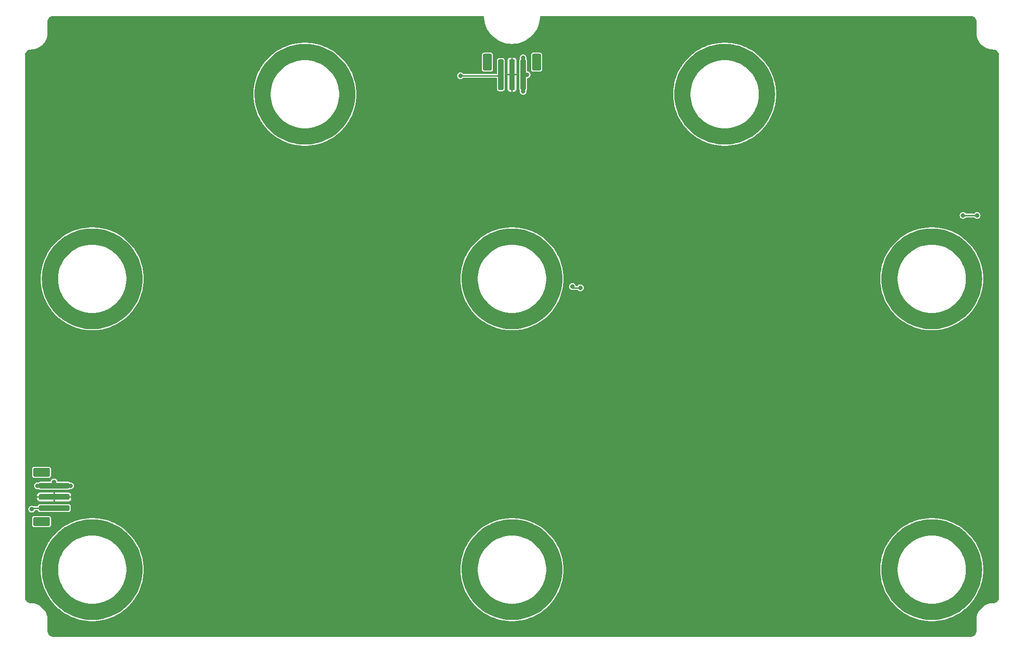
<source format=gbl>
G04 #@! TF.GenerationSoftware,KiCad,Pcbnew,8.0.4+1*
G04 #@! TF.CreationDate,2024-10-04T18:03:20+00:00*
G04 #@! TF.ProjectId,pedalboard-display,70656461-6c62-46f6-9172-642d64697370,0.0.0-RC1*
G04 #@! TF.SameCoordinates,Original*
G04 #@! TF.FileFunction,Copper,L2,Bot*
G04 #@! TF.FilePolarity,Positive*
%FSLAX46Y46*%
G04 Gerber Fmt 4.6, Leading zero omitted, Abs format (unit mm)*
G04 Created by KiCad (PCBNEW 8.0.4+1) date 2024-10-04 18:03:20*
%MOMM*%
%LPD*%
G01*
G04 APERTURE LIST*
G04 #@! TA.AperFunction,ViaPad*
%ADD10C,0.800000*%
G04 #@! TD*
G04 #@! TA.AperFunction,Conductor*
%ADD11C,0.250000*%
G04 #@! TD*
G04 APERTURE END LIST*
G04 #@! TA.AperFunction,SMDPad,CuDef*
G36*
G01*
X2700000Y27500000D02*
X7700000Y27500000D01*
G75*
G02*
X7950000Y27250000I0J-250000D01*
G01*
X7950000Y26750000D01*
G75*
G02*
X7700000Y26500000I-250000J0D01*
G01*
X2700000Y26500000D01*
G75*
G02*
X2450000Y26750000I0J250000D01*
G01*
X2450000Y27250000D01*
G75*
G02*
X2700000Y27500000I250000J0D01*
G01*
G37*
G04 #@! TD.AperFunction*
G04 #@! TA.AperFunction,SMDPad,CuDef*
G36*
G01*
X2700000Y25500000D02*
X7700000Y25500000D01*
G75*
G02*
X7950000Y25250000I0J-250000D01*
G01*
X7950000Y24750000D01*
G75*
G02*
X7700000Y24500000I-250000J0D01*
G01*
X2700000Y24500000D01*
G75*
G02*
X2450000Y24750000I0J250000D01*
G01*
X2450000Y25250000D01*
G75*
G02*
X2700000Y25500000I250000J0D01*
G01*
G37*
G04 #@! TD.AperFunction*
G04 #@! TA.AperFunction,SMDPad,CuDef*
G36*
G01*
X2700000Y23500000D02*
X7700000Y23500000D01*
G75*
G02*
X7950000Y23250000I0J-250000D01*
G01*
X7950000Y22750000D01*
G75*
G02*
X7700000Y22500000I-250000J0D01*
G01*
X2700000Y22500000D01*
G75*
G02*
X2450000Y22750000I0J250000D01*
G01*
X2450000Y23250000D01*
G75*
G02*
X2700000Y23500000I250000J0D01*
G01*
G37*
G04 #@! TD.AperFunction*
G04 #@! TA.AperFunction,SMDPad,CuDef*
G36*
G01*
X1700000Y30200000D02*
X4200000Y30200000D01*
G75*
G02*
X4450000Y29950000I0J-250000D01*
G01*
X4450000Y28850000D01*
G75*
G02*
X4200000Y28600000I-250000J0D01*
G01*
X1700000Y28600000D01*
G75*
G02*
X1450000Y28850000I0J250000D01*
G01*
X1450000Y29950000D01*
G75*
G02*
X1700000Y30200000I250000J0D01*
G01*
G37*
G04 #@! TD.AperFunction*
G04 #@! TA.AperFunction,SMDPad,CuDef*
G36*
G01*
X1700000Y21400000D02*
X4200000Y21400000D01*
G75*
G02*
X4450000Y21150000I0J-250000D01*
G01*
X4450000Y20050000D01*
G75*
G02*
X4200000Y19800000I-250000J0D01*
G01*
X1700000Y19800000D01*
G75*
G02*
X1450000Y20050000I0J250000D01*
G01*
X1450000Y21150000D01*
G75*
G02*
X1700000Y21400000I250000J0D01*
G01*
G37*
G04 #@! TD.AperFunction*
G04 #@! TA.AperFunction,SMDPad,CuDef*
G36*
G01*
X89500000Y103000000D02*
X89500000Y98000000D01*
G75*
G02*
X89250000Y97750000I-250000J0D01*
G01*
X88750000Y97750000D01*
G75*
G02*
X88500000Y98000000I0J250000D01*
G01*
X88500000Y103000000D01*
G75*
G02*
X88750000Y103250000I250000J0D01*
G01*
X89250000Y103250000D01*
G75*
G02*
X89500000Y103000000I0J-250000D01*
G01*
G37*
G04 #@! TD.AperFunction*
G04 #@! TA.AperFunction,SMDPad,CuDef*
G36*
G01*
X87500000Y103000000D02*
X87500000Y98000000D01*
G75*
G02*
X87250000Y97750000I-250000J0D01*
G01*
X86750000Y97750000D01*
G75*
G02*
X86500000Y98000000I0J250000D01*
G01*
X86500000Y103000000D01*
G75*
G02*
X86750000Y103250000I250000J0D01*
G01*
X87250000Y103250000D01*
G75*
G02*
X87500000Y103000000I0J-250000D01*
G01*
G37*
G04 #@! TD.AperFunction*
G04 #@! TA.AperFunction,SMDPad,CuDef*
G36*
G01*
X85500000Y103000000D02*
X85500000Y98000000D01*
G75*
G02*
X85250000Y97750000I-250000J0D01*
G01*
X84750000Y97750000D01*
G75*
G02*
X84500000Y98000000I0J250000D01*
G01*
X84500000Y103000000D01*
G75*
G02*
X84750000Y103250000I250000J0D01*
G01*
X85250000Y103250000D01*
G75*
G02*
X85500000Y103000000I0J-250000D01*
G01*
G37*
G04 #@! TD.AperFunction*
G04 #@! TA.AperFunction,SMDPad,CuDef*
G36*
G01*
X92200000Y104000000D02*
X92200000Y101500000D01*
G75*
G02*
X91950000Y101250000I-250000J0D01*
G01*
X90850000Y101250000D01*
G75*
G02*
X90600000Y101500000I0J250000D01*
G01*
X90600000Y104000000D01*
G75*
G02*
X90850000Y104250000I250000J0D01*
G01*
X91950000Y104250000D01*
G75*
G02*
X92200000Y104000000I0J-250000D01*
G01*
G37*
G04 #@! TD.AperFunction*
G04 #@! TA.AperFunction,SMDPad,CuDef*
G36*
G01*
X83400000Y104000000D02*
X83400000Y101500000D01*
G75*
G02*
X83150000Y101250000I-250000J0D01*
G01*
X82050000Y101250000D01*
G75*
G02*
X81800000Y101500000I0J250000D01*
G01*
X81800000Y104000000D01*
G75*
G02*
X82050000Y104250000I250000J0D01*
G01*
X83150000Y104250000D01*
G75*
G02*
X83400000Y104000000I0J-250000D01*
G01*
G37*
G04 #@! TD.AperFunction*
D10*
X8071797Y2803848D03*
X59420000Y93310000D03*
X90928203Y21196152D03*
X156000000Y20000000D03*
X88196152Y2071797D03*
X163196152Y2071797D03*
X170000000Y70000000D03*
X20000000Y70000000D03*
X160803848Y21928203D03*
X171420000Y8310000D03*
X96950000Y13460000D03*
X77071797Y10803848D03*
X2803848Y67928203D03*
X168000000Y56060000D03*
X18000000Y4060000D03*
X119000000Y105000000D03*
X158071797Y54803848D03*
X2071797Y62803848D03*
X152803848Y15928203D03*
X21950000Y13460000D03*
X171950000Y13460000D03*
X152071797Y10803848D03*
X40803848Y100928203D03*
X4000000Y58000000D03*
X10803848Y21928203D03*
X96420000Y8310000D03*
X115071797Y95803848D03*
X121071797Y87803848D03*
X90928203Y73196152D03*
X53928203Y106196152D03*
X74000000Y99500000D03*
X93000000Y4060000D03*
X83071797Y54803848D03*
X152071797Y62803848D03*
X20000000Y18000000D03*
X18000000Y56060000D03*
X154000000Y58000000D03*
X77803848Y15928203D03*
X165928203Y73196152D03*
X40071797Y95803848D03*
X79000000Y58000000D03*
X88196152Y54071797D03*
X10803848Y73928203D03*
X126196152Y87071797D03*
X56000000Y89060000D03*
X8071797Y54803848D03*
X77803848Y67928203D03*
X156000000Y72000000D03*
X171950000Y65460000D03*
X95000000Y18000000D03*
X42000000Y91000000D03*
X171420000Y60310000D03*
X81000000Y72000000D03*
X77071797Y62803848D03*
X4000000Y6000000D03*
X128928203Y106196152D03*
X152803848Y67928203D03*
X83071797Y2803848D03*
X2803848Y15928203D03*
X46071797Y87803848D03*
X99000000Y99500000D03*
X48803848Y106928203D03*
X13196152Y54071797D03*
X134950000Y98460000D03*
X15928203Y73196152D03*
X154000000Y6000000D03*
X168000000Y4060000D03*
X81000000Y20000000D03*
X95000000Y70000000D03*
X96420000Y60310000D03*
X170000000Y18000000D03*
X165928203Y21196152D03*
X117000000Y91000000D03*
X131000000Y89060000D03*
X58000000Y103000000D03*
X160803848Y73928203D03*
X44000000Y105000000D03*
X15928203Y21196152D03*
X115803848Y100928203D03*
X51196152Y87071797D03*
X133000000Y103000000D03*
X21420000Y8310000D03*
X59950000Y98460000D03*
X2071797Y10803848D03*
X21420000Y60310000D03*
X134420000Y93310000D03*
X163196152Y54071797D03*
X85803848Y73928203D03*
X123803848Y106928203D03*
X96950000Y65460000D03*
X6000000Y20000000D03*
X158071797Y2803848D03*
X21950000Y65460000D03*
X93000000Y56060000D03*
X13196152Y2071797D03*
X79000000Y6000000D03*
X85803848Y21928203D03*
X6000000Y72000000D03*
X162500000Y71400000D03*
X14400000Y72300000D03*
X87500000Y19500000D03*
X89000000Y103500000D03*
X12500000Y19400000D03*
X8100000Y27000000D03*
X89700000Y100500000D03*
X89000000Y97500000D03*
X2200000Y27000000D03*
X5200000Y27700000D03*
X89400000Y72300000D03*
X125500000Y104300000D03*
X12500000Y71500000D03*
X164400000Y72300000D03*
X14400000Y20300000D03*
X50500000Y104500000D03*
X14000000Y3600000D03*
X164400000Y20300000D03*
X87500000Y71500000D03*
X89400000Y20300000D03*
X52400000Y105300000D03*
X162500000Y19200000D03*
X127400000Y105300000D03*
X77800000Y100300000D03*
X170100000Y75300000D03*
X167600000Y75300000D03*
X97795000Y62600000D03*
X99205000Y62400000D03*
X1200000Y22800000D03*
D11*
X5200000Y27000000D02*
X8100000Y27000000D01*
X89000000Y100500000D02*
X89000000Y97500000D01*
X5200000Y27000000D02*
X2200000Y27000000D01*
X5200000Y27000000D02*
X5200000Y27700000D01*
X89000000Y100500000D02*
X89700000Y100500000D01*
X89000000Y100500000D02*
X89000000Y103500000D01*
X77800000Y100300000D02*
X84800000Y100300000D01*
X84800000Y100300000D02*
X85000000Y100500000D01*
X170100000Y75300000D02*
X167600000Y75300000D01*
X99205000Y62400000D02*
X97995000Y62400000D01*
X97995000Y62400000D02*
X97795000Y62600000D01*
X1400000Y23000000D02*
X5200000Y23000000D01*
X1200000Y22800000D02*
X1400000Y23000000D01*
G04 #@! TA.AperFunction,Conductor*
G36*
X162304872Y72994698D02*
G01*
X162896728Y72955077D01*
X162904952Y72954250D01*
X163492886Y72875181D01*
X163501011Y72873810D01*
X164055333Y72761139D01*
X164082317Y72755654D01*
X164090380Y72753733D01*
X164662489Y72597016D01*
X164670381Y72594568D01*
X165230761Y72399983D01*
X165238471Y72397014D01*
X165784611Y72165430D01*
X165792122Y72161944D01*
X166321524Y71894425D01*
X166328792Y71890443D01*
X166839180Y71588139D01*
X166846164Y71583680D01*
X167335213Y71247968D01*
X167341859Y71243071D01*
X167807397Y70875440D01*
X167813725Y70870090D01*
X168253655Y70472196D01*
X168259612Y70466435D01*
X168671984Y70040046D01*
X168677543Y70033900D01*
X169060518Y69580914D01*
X169065654Y69574410D01*
X169372650Y69157752D01*
X169417514Y69096863D01*
X169422204Y69090031D01*
X169741384Y68590044D01*
X169745601Y68582924D01*
X169940471Y68227333D01*
X170030680Y68062723D01*
X170034417Y68055327D01*
X170284103Y67517264D01*
X170287338Y67509635D01*
X170500529Y66956100D01*
X170503248Y66948271D01*
X170678995Y66381716D01*
X170681184Y66373724D01*
X170818692Y65796712D01*
X170820343Y65788591D01*
X170919008Y65203664D01*
X170920112Y65195451D01*
X170979486Y64605266D01*
X170980040Y64596997D01*
X170999861Y64004143D01*
X170999861Y63995857D01*
X170980040Y63403004D01*
X170979486Y63394735D01*
X170920112Y62804550D01*
X170919008Y62796337D01*
X170820343Y62211410D01*
X170818692Y62203289D01*
X170681184Y61626277D01*
X170678995Y61618285D01*
X170503248Y61051730D01*
X170500529Y61043901D01*
X170287338Y60490366D01*
X170284103Y60482737D01*
X170034417Y59944674D01*
X170030680Y59937278D01*
X169745607Y59417087D01*
X169741384Y59409957D01*
X169422204Y58909970D01*
X169417514Y58903138D01*
X169065654Y58425591D01*
X169060518Y58419087D01*
X168677543Y57966101D01*
X168671984Y57959955D01*
X168259612Y57533566D01*
X168253655Y57527805D01*
X167813725Y57129911D01*
X167807397Y57124561D01*
X167341872Y56756940D01*
X167335200Y56752024D01*
X166846164Y56416321D01*
X166839180Y56411862D01*
X166328792Y56109558D01*
X166321524Y56105576D01*
X165792122Y55838057D01*
X165784605Y55834568D01*
X165238482Y55602992D01*
X165230749Y55600014D01*
X164670392Y55405437D01*
X164662477Y55402982D01*
X164090378Y55246268D01*
X164082317Y55244347D01*
X163501037Y55126196D01*
X163492865Y55124817D01*
X162904960Y55045752D01*
X162896715Y55044923D01*
X162304873Y55005303D01*
X162296591Y55005026D01*
X161703409Y55005026D01*
X161695127Y55005303D01*
X161103284Y55044923D01*
X161095039Y55045752D01*
X160507134Y55124817D01*
X160498962Y55126196D01*
X159917682Y55244347D01*
X159909621Y55246268D01*
X159337522Y55402982D01*
X159329607Y55405437D01*
X158769250Y55600014D01*
X158761517Y55602992D01*
X158215394Y55834568D01*
X158207877Y55838057D01*
X157678475Y56105576D01*
X157671207Y56109558D01*
X157160819Y56411862D01*
X157153835Y56416321D01*
X156857737Y56619580D01*
X156664791Y56752030D01*
X156658135Y56756934D01*
X156192599Y57124564D01*
X156186274Y57129911D01*
X155746344Y57527805D01*
X155740387Y57533566D01*
X155328015Y57959955D01*
X155322456Y57966101D01*
X154939481Y58419087D01*
X154934345Y58425591D01*
X154808396Y58596530D01*
X154582478Y58903148D01*
X154577802Y58909960D01*
X154258604Y59409976D01*
X154254403Y59417068D01*
X153969308Y59937298D01*
X153965592Y59944654D01*
X153715896Y60482737D01*
X153712661Y60490366D01*
X153666113Y60611225D01*
X153499466Y61043913D01*
X153496751Y61051730D01*
X153321004Y61618285D01*
X153318815Y61626277D01*
X153181307Y62203289D01*
X153179656Y62211410D01*
X153080991Y62796337D01*
X153079887Y62804550D01*
X153033623Y63264423D01*
X153020511Y63394753D01*
X153019960Y63402985D01*
X153000138Y63995873D01*
X153000138Y64004128D01*
X153008216Y64245732D01*
X155902474Y64245732D01*
X155902474Y63754269D01*
X155942018Y63264423D01*
X156020847Y62779370D01*
X156020850Y62779358D01*
X156138459Y62302196D01*
X156138463Y62302181D01*
X156294079Y61836050D01*
X156294090Y61836022D01*
X156386859Y61618285D01*
X156486716Y61383914D01*
X156715101Y60948762D01*
X156977761Y60533399D01*
X157109818Y60357663D01*
X157272987Y60140523D01*
X157272990Y60140520D01*
X157598872Y59772675D01*
X157598877Y59772670D01*
X157953305Y59432236D01*
X157953311Y59432230D01*
X158333973Y59121429D01*
X158333979Y59121425D01*
X158333985Y59121420D01*
X158513033Y58997832D01*
X158738425Y58842254D01*
X158738429Y58842252D01*
X158738435Y58842248D01*
X159164038Y58596526D01*
X159608033Y58385848D01*
X159849401Y58294310D01*
X160067534Y58211582D01*
X160067541Y58211580D01*
X160539582Y58074851D01*
X161021089Y57976551D01*
X161021093Y57976551D01*
X161021094Y57976550D01*
X161508955Y57917313D01*
X161508970Y57917313D01*
X161508975Y57917312D01*
X161999989Y57897524D01*
X162000000Y57897524D01*
X162000011Y57897524D01*
X162491024Y57917312D01*
X162491027Y57917313D01*
X162491045Y57917313D01*
X162978906Y57976550D01*
X163460418Y58074851D01*
X163932459Y58211580D01*
X163932461Y58211582D01*
X163932465Y58211582D01*
X164024248Y58246391D01*
X164391967Y58385848D01*
X164835962Y58596526D01*
X165261565Y58842248D01*
X165666015Y59121420D01*
X166046690Y59432231D01*
X166401120Y59772667D01*
X166727008Y60140518D01*
X167022239Y60533399D01*
X167284899Y60948762D01*
X167513284Y61383914D01*
X167705914Y61836032D01*
X167861538Y62302185D01*
X167979148Y62779348D01*
X168057982Y63264428D01*
X168097526Y63754278D01*
X168100000Y64000000D01*
X168097526Y64245722D01*
X168057982Y64735572D01*
X167983244Y65195451D01*
X167979152Y65220631D01*
X167979149Y65220643D01*
X167979148Y65220652D01*
X167861538Y65697815D01*
X167705914Y66163968D01*
X167513284Y66616086D01*
X167284899Y67051238D01*
X167022239Y67466601D01*
X166857546Y67685767D01*
X166727012Y67859478D01*
X166727009Y67859481D01*
X166401127Y68227326D01*
X166401122Y68227331D01*
X166046694Y68567765D01*
X166046688Y68567771D01*
X165666026Y68878572D01*
X165666018Y68878578D01*
X165666015Y68878580D01*
X165564322Y68948774D01*
X165261574Y69157747D01*
X165261568Y69157750D01*
X164835968Y69403471D01*
X164391972Y69614150D01*
X163932465Y69788419D01*
X163460424Y69925148D01*
X162978909Y70023450D01*
X162978913Y70023450D01*
X162552027Y70075283D01*
X162491045Y70082687D01*
X162491043Y70082688D01*
X162491028Y70082689D01*
X162000010Y70102475D01*
X161999990Y70102475D01*
X161508971Y70082689D01*
X161508955Y70082687D01*
X161021088Y70023450D01*
X160539575Y69925148D01*
X160067534Y69788419D01*
X159608027Y69614150D01*
X159164031Y69403471D01*
X158738431Y69157750D01*
X158738425Y69157747D01*
X158333973Y68878572D01*
X157953311Y68567771D01*
X157953305Y68567765D01*
X157598877Y68227331D01*
X157598872Y68227326D01*
X157272990Y67859481D01*
X157272987Y67859478D01*
X156977759Y67466598D01*
X156977757Y67466596D01*
X156715099Y67051235D01*
X156486712Y66616078D01*
X156486710Y66616074D01*
X156294090Y66163979D01*
X156294079Y66163951D01*
X156138463Y65697820D01*
X156138459Y65697805D01*
X156020850Y65220643D01*
X156020847Y65220631D01*
X155942018Y64735578D01*
X155902474Y64245732D01*
X153008216Y64245732D01*
X153019960Y64597018D01*
X153020511Y64605246D01*
X153079888Y65195461D01*
X153080991Y65203664D01*
X153164343Y65697805D01*
X153179657Y65788600D01*
X153181307Y65796712D01*
X153318815Y66373724D01*
X153321004Y66381716D01*
X153393704Y66616078D01*
X153496758Y66948292D01*
X153499462Y66956079D01*
X153712663Y67509642D01*
X153715896Y67517264D01*
X153965598Y68055360D01*
X153969302Y68062691D01*
X154254410Y68582946D01*
X154258595Y68590012D01*
X154577811Y69090055D01*
X154582468Y69096840D01*
X154934357Y69574426D01*
X154939469Y69580900D01*
X155322469Y70033915D01*
X155328001Y70040032D01*
X155740400Y70466449D01*
X155746329Y70472182D01*
X156186293Y70870107D01*
X156192581Y70875423D01*
X156658154Y71243082D01*
X156664771Y71247958D01*
X157153844Y71583686D01*
X157160810Y71588134D01*
X157671225Y71890454D01*
X157678457Y71894416D01*
X158207895Y72161953D01*
X158215376Y72165425D01*
X158761538Y72397018D01*
X158769228Y72399979D01*
X159329626Y72594571D01*
X159337501Y72597013D01*
X159909625Y72753735D01*
X159917677Y72755653D01*
X160498993Y72873811D01*
X160507108Y72875180D01*
X161095050Y72954251D01*
X161103268Y72955077D01*
X161695127Y72994698D01*
X161703409Y72994974D01*
X162296591Y72994974D01*
X162304872Y72994698D01*
G37*
G04 #@! TD.AperFunction*
G04 #@! TA.AperFunction,Conductor*
G36*
X125304872Y105994698D02*
G01*
X125896728Y105955077D01*
X125904952Y105954250D01*
X126492886Y105875181D01*
X126501011Y105873810D01*
X127055333Y105761139D01*
X127082317Y105755654D01*
X127090380Y105753733D01*
X127662489Y105597016D01*
X127670381Y105594568D01*
X128230761Y105399983D01*
X128238471Y105397014D01*
X128784611Y105165430D01*
X128792122Y105161944D01*
X129321524Y104894425D01*
X129328792Y104890443D01*
X129839180Y104588139D01*
X129846164Y104583680D01*
X130335213Y104247968D01*
X130341859Y104243071D01*
X130807397Y103875440D01*
X130813725Y103870090D01*
X131253655Y103472196D01*
X131259612Y103466435D01*
X131671984Y103040046D01*
X131677543Y103033900D01*
X132060518Y102580914D01*
X132065654Y102574410D01*
X132372650Y102157752D01*
X132417514Y102096863D01*
X132422204Y102090031D01*
X132741384Y101590044D01*
X132745601Y101582924D01*
X132940471Y101227333D01*
X133030680Y101062723D01*
X133034417Y101055327D01*
X133284103Y100517264D01*
X133287338Y100509635D01*
X133500529Y99956100D01*
X133503248Y99948271D01*
X133678995Y99381716D01*
X133681184Y99373724D01*
X133818692Y98796712D01*
X133820343Y98788591D01*
X133919008Y98203664D01*
X133920112Y98195451D01*
X133979486Y97605266D01*
X133980040Y97596997D01*
X133999861Y97004143D01*
X133999861Y96995857D01*
X133980040Y96403004D01*
X133979486Y96394735D01*
X133920112Y95804550D01*
X133919008Y95796337D01*
X133820343Y95211410D01*
X133818692Y95203289D01*
X133681184Y94626277D01*
X133678995Y94618285D01*
X133503248Y94051730D01*
X133500529Y94043901D01*
X133287338Y93490366D01*
X133284103Y93482737D01*
X133034417Y92944674D01*
X133030680Y92937278D01*
X132745607Y92417087D01*
X132741384Y92409957D01*
X132422204Y91909970D01*
X132417514Y91903138D01*
X132065654Y91425591D01*
X132060518Y91419087D01*
X131677543Y90966101D01*
X131671984Y90959955D01*
X131259612Y90533566D01*
X131253655Y90527805D01*
X130813725Y90129911D01*
X130807397Y90124561D01*
X130341872Y89756940D01*
X130335200Y89752024D01*
X129846164Y89416321D01*
X129839180Y89411862D01*
X129328792Y89109558D01*
X129321524Y89105576D01*
X128792122Y88838057D01*
X128784605Y88834568D01*
X128238482Y88602992D01*
X128230749Y88600014D01*
X127670392Y88405437D01*
X127662477Y88402982D01*
X127090378Y88246268D01*
X127082317Y88244347D01*
X126501037Y88126196D01*
X126492865Y88124817D01*
X125904960Y88045752D01*
X125896715Y88044923D01*
X125304873Y88005303D01*
X125296591Y88005026D01*
X124703409Y88005026D01*
X124695127Y88005303D01*
X124103284Y88044923D01*
X124095039Y88045752D01*
X123507134Y88124817D01*
X123498962Y88126196D01*
X122917682Y88244347D01*
X122909621Y88246268D01*
X122337522Y88402982D01*
X122329607Y88405437D01*
X121769250Y88600014D01*
X121761517Y88602992D01*
X121215394Y88834568D01*
X121207877Y88838057D01*
X120678475Y89105576D01*
X120671207Y89109558D01*
X120160819Y89411862D01*
X120153835Y89416321D01*
X119857737Y89619580D01*
X119664791Y89752030D01*
X119658135Y89756934D01*
X119192599Y90124564D01*
X119186274Y90129911D01*
X118746344Y90527805D01*
X118740387Y90533566D01*
X118328015Y90959955D01*
X118322456Y90966101D01*
X117939481Y91419087D01*
X117934345Y91425591D01*
X117808396Y91596530D01*
X117582478Y91903148D01*
X117577802Y91909960D01*
X117258604Y92409976D01*
X117254403Y92417068D01*
X116969308Y92937298D01*
X116965592Y92944654D01*
X116715896Y93482737D01*
X116712661Y93490366D01*
X116666113Y93611225D01*
X116499466Y94043913D01*
X116496751Y94051730D01*
X116321004Y94618285D01*
X116318815Y94626277D01*
X116181307Y95203289D01*
X116179656Y95211410D01*
X116080991Y95796337D01*
X116079887Y95804550D01*
X116033623Y96264423D01*
X116020511Y96394753D01*
X116019960Y96402985D01*
X116000138Y96995873D01*
X116000138Y97004128D01*
X116008216Y97245732D01*
X118902474Y97245732D01*
X118902474Y96754269D01*
X118942018Y96264423D01*
X119020847Y95779370D01*
X119020850Y95779358D01*
X119138459Y95302196D01*
X119138463Y95302181D01*
X119294079Y94836050D01*
X119294090Y94836022D01*
X119386859Y94618285D01*
X119486716Y94383914D01*
X119715101Y93948762D01*
X119977761Y93533399D01*
X120109818Y93357663D01*
X120272987Y93140523D01*
X120272990Y93140520D01*
X120598872Y92772675D01*
X120598877Y92772670D01*
X120953305Y92432236D01*
X120953311Y92432230D01*
X121333973Y92121429D01*
X121333979Y92121425D01*
X121333985Y92121420D01*
X121513033Y91997832D01*
X121738425Y91842254D01*
X121738429Y91842252D01*
X121738435Y91842248D01*
X122164038Y91596526D01*
X122608033Y91385848D01*
X122849401Y91294310D01*
X123067534Y91211582D01*
X123067541Y91211580D01*
X123539582Y91074851D01*
X124021089Y90976551D01*
X124021093Y90976551D01*
X124021094Y90976550D01*
X124508955Y90917313D01*
X124508970Y90917313D01*
X124508975Y90917312D01*
X124999989Y90897524D01*
X125000000Y90897524D01*
X125000011Y90897524D01*
X125491024Y90917312D01*
X125491027Y90917313D01*
X125491045Y90917313D01*
X125978906Y90976550D01*
X126460418Y91074851D01*
X126932459Y91211580D01*
X126932461Y91211582D01*
X126932465Y91211582D01*
X127024248Y91246391D01*
X127391967Y91385848D01*
X127835962Y91596526D01*
X128261565Y91842248D01*
X128666015Y92121420D01*
X129046690Y92432231D01*
X129401120Y92772667D01*
X129727008Y93140518D01*
X130022239Y93533399D01*
X130284899Y93948762D01*
X130513284Y94383914D01*
X130705914Y94836032D01*
X130861538Y95302185D01*
X130979148Y95779348D01*
X131057982Y96264428D01*
X131097526Y96754278D01*
X131100000Y97000000D01*
X131097526Y97245722D01*
X131057982Y97735572D01*
X130983244Y98195451D01*
X130979152Y98220631D01*
X130979149Y98220643D01*
X130979148Y98220652D01*
X130861538Y98697815D01*
X130705914Y99163968D01*
X130513284Y99616086D01*
X130284899Y100051238D01*
X130022239Y100466601D01*
X129857546Y100685767D01*
X129727012Y100859478D01*
X129727009Y100859481D01*
X129401127Y101227326D01*
X129401122Y101227331D01*
X129046694Y101567765D01*
X129046688Y101567771D01*
X128666026Y101878572D01*
X128666018Y101878578D01*
X128666015Y101878580D01*
X128564322Y101948774D01*
X128261574Y102157747D01*
X128261568Y102157750D01*
X127835968Y102403471D01*
X127391972Y102614150D01*
X126932465Y102788419D01*
X126460424Y102925148D01*
X125978909Y103023450D01*
X125978913Y103023450D01*
X125552027Y103075283D01*
X125491045Y103082687D01*
X125491043Y103082688D01*
X125491028Y103082689D01*
X125000010Y103102475D01*
X124999990Y103102475D01*
X124508971Y103082689D01*
X124508955Y103082687D01*
X124021088Y103023450D01*
X123539575Y102925148D01*
X123067534Y102788419D01*
X122608027Y102614150D01*
X122164031Y102403471D01*
X121738431Y102157750D01*
X121738425Y102157747D01*
X121333973Y101878572D01*
X120953311Y101567771D01*
X120953305Y101567765D01*
X120598877Y101227331D01*
X120598872Y101227326D01*
X120272990Y100859481D01*
X120272987Y100859478D01*
X119977759Y100466598D01*
X119977757Y100466596D01*
X119715099Y100051235D01*
X119486712Y99616078D01*
X119486710Y99616074D01*
X119294090Y99163979D01*
X119294079Y99163951D01*
X119138463Y98697820D01*
X119138459Y98697805D01*
X119020850Y98220643D01*
X119020847Y98220631D01*
X118942018Y97735578D01*
X118902474Y97245732D01*
X116008216Y97245732D01*
X116019960Y97597018D01*
X116020511Y97605246D01*
X116079888Y98195461D01*
X116080991Y98203664D01*
X116164343Y98697805D01*
X116179657Y98788600D01*
X116181307Y98796712D01*
X116318815Y99373724D01*
X116321004Y99381716D01*
X116393704Y99616078D01*
X116496758Y99948292D01*
X116499462Y99956079D01*
X116712663Y100509642D01*
X116715896Y100517264D01*
X116965598Y101055360D01*
X116969302Y101062691D01*
X117254410Y101582946D01*
X117258595Y101590012D01*
X117577811Y102090055D01*
X117582468Y102096840D01*
X117934357Y102574426D01*
X117939469Y102580900D01*
X118322469Y103033915D01*
X118328001Y103040032D01*
X118740400Y103466449D01*
X118746329Y103472182D01*
X119186293Y103870107D01*
X119192581Y103875423D01*
X119658154Y104243082D01*
X119664771Y104247958D01*
X120153844Y104583686D01*
X120160810Y104588134D01*
X120671225Y104890454D01*
X120678457Y104894416D01*
X121207895Y105161953D01*
X121215376Y105165425D01*
X121761538Y105397018D01*
X121769228Y105399979D01*
X122329626Y105594571D01*
X122337501Y105597013D01*
X122909625Y105753735D01*
X122917677Y105755653D01*
X123498993Y105873811D01*
X123507108Y105875180D01*
X124095050Y105954251D01*
X124103268Y105955077D01*
X124695127Y105994698D01*
X124703409Y105994974D01*
X125296591Y105994974D01*
X125304872Y105994698D01*
G37*
G04 #@! TD.AperFunction*
G04 #@! TA.AperFunction,Conductor*
G36*
X81960295Y110981093D02*
G01*
X81996259Y110931593D01*
X82001097Y110902112D01*
X82001300Y110884055D01*
X82002517Y110775551D01*
X82042752Y110328508D01*
X82042756Y110328481D01*
X82051296Y110281424D01*
X82102367Y110000000D01*
X82122903Y109886842D01*
X82122906Y109886826D01*
X82242322Y109454132D01*
X82400040Y109033892D01*
X82594807Y108629455D01*
X82825026Y108244134D01*
X82825028Y108244132D01*
X82825031Y108244127D01*
X83002413Y107999981D01*
X83088876Y107880975D01*
X83384202Y107542947D01*
X83384204Y107542945D01*
X83708648Y107232745D01*
X83708652Y107232742D01*
X83708655Y107232739D01*
X83708659Y107232735D01*
X84059580Y106952886D01*
X84059593Y106952876D01*
X84434211Y106705593D01*
X84829488Y106492885D01*
X85242240Y106316466D01*
X85669145Y106177757D01*
X86106766Y106077873D01*
X86106776Y106077872D01*
X86106779Y106077871D01*
X86179693Y106067995D01*
X86551578Y106017619D01*
X86551587Y106017619D01*
X86551589Y106017618D01*
X86999993Y105997480D01*
X87000000Y105997480D01*
X87000007Y105997480D01*
X87448410Y106017618D01*
X87448411Y106017619D01*
X87448422Y106017619D01*
X87861627Y106073592D01*
X87893220Y106077871D01*
X87893220Y106077872D01*
X87893234Y106077873D01*
X88330855Y106177757D01*
X88757760Y106316466D01*
X89170512Y106492885D01*
X89565789Y106705593D01*
X89940407Y106952876D01*
X90211213Y107168836D01*
X90291340Y107232735D01*
X90291344Y107232739D01*
X90291352Y107232745D01*
X90615796Y107542945D01*
X90911128Y107880980D01*
X91174969Y108244127D01*
X91405197Y108629463D01*
X91599956Y109033884D01*
X91757679Y109454136D01*
X91877096Y109886835D01*
X91957246Y110328495D01*
X91997483Y110775563D01*
X91998902Y110902111D01*
X92018461Y110960085D01*
X92068361Y110995492D01*
X92097896Y111000000D01*
X168998800Y111000000D01*
X169001224Y110999970D01*
X169027839Y110999318D01*
X169089724Y110997802D01*
X169106613Y110995930D01*
X169163581Y110984599D01*
X169281428Y110961158D01*
X169299989Y110955527D01*
X169463530Y110887786D01*
X169480643Y110878639D01*
X169627818Y110780300D01*
X169642821Y110767988D01*
X169767987Y110642822D01*
X169780299Y110627819D01*
X169878638Y110480644D01*
X169887786Y110463529D01*
X169955524Y110299997D01*
X169961158Y110281424D01*
X169995929Y110106614D01*
X169997801Y110089727D01*
X169999970Y110001226D01*
X170000000Y109998800D01*
X170000000Y107999981D01*
X170002359Y107831665D01*
X170002360Y107831652D01*
X170040056Y107497087D01*
X170114977Y107168836D01*
X170226177Y106851047D01*
X170226178Y106851044D01*
X170372259Y106547702D01*
X170551392Y106262615D01*
X170551394Y106262612D01*
X170761301Y105999396D01*
X170761307Y105999390D01*
X170761311Y105999385D01*
X170999385Y105761311D01*
X170999389Y105761308D01*
X170999395Y105761302D01*
X171262611Y105551395D01*
X171262615Y105551393D01*
X171262618Y105551390D01*
X171424252Y105449829D01*
X171547701Y105372260D01*
X171830910Y105235875D01*
X171851045Y105226178D01*
X171999395Y105174268D01*
X172168835Y105114978D01*
X172168838Y105114978D01*
X172168839Y105114977D01*
X172497085Y105040057D01*
X172831656Y105002360D01*
X172999626Y105000006D01*
X173000375Y104999991D01*
X173089725Y104997802D01*
X173106613Y104995930D01*
X173163581Y104984599D01*
X173281428Y104961158D01*
X173299989Y104955527D01*
X173463530Y104887786D01*
X173480643Y104878639D01*
X173627818Y104780300D01*
X173642821Y104767988D01*
X173767987Y104642822D01*
X173780299Y104627819D01*
X173878638Y104480644D01*
X173887786Y104463529D01*
X173955524Y104299997D01*
X173961158Y104281424D01*
X173995929Y104106614D01*
X173997801Y104089727D01*
X173999970Y104001226D01*
X174000000Y103998800D01*
X174000000Y7001201D01*
X173999970Y6998775D01*
X173997801Y6910274D01*
X173995929Y6893387D01*
X173961158Y6718577D01*
X173955524Y6700004D01*
X173887786Y6536472D01*
X173878638Y6519357D01*
X173780299Y6372182D01*
X173767987Y6357179D01*
X173642821Y6232013D01*
X173627818Y6219701D01*
X173480643Y6121362D01*
X173463528Y6112214D01*
X173299996Y6044476D01*
X173281423Y6038842D01*
X173106613Y6004071D01*
X173089725Y6002199D01*
X173000521Y6000013D01*
X172999484Y5999993D01*
X172831664Y5997641D01*
X172831651Y5997640D01*
X172497086Y5959944D01*
X172168835Y5885023D01*
X171851046Y5773823D01*
X171851043Y5773822D01*
X171547701Y5627741D01*
X171262614Y5448608D01*
X171262611Y5448606D01*
X170999395Y5238699D01*
X170761301Y5000605D01*
X170551394Y4737389D01*
X170551392Y4737386D01*
X170372259Y4452299D01*
X170226178Y4148957D01*
X170226177Y4148954D01*
X170114977Y3831165D01*
X170040056Y3502914D01*
X170002360Y3168349D01*
X170002359Y3168336D01*
X170000000Y3000020D01*
X170000000Y1001201D01*
X169999970Y998775D01*
X169997801Y910274D01*
X169995929Y893387D01*
X169961158Y718577D01*
X169955524Y700004D01*
X169887786Y536472D01*
X169878638Y519357D01*
X169780299Y372182D01*
X169767987Y357179D01*
X169642821Y232013D01*
X169627818Y219701D01*
X169480643Y121362D01*
X169463528Y112214D01*
X169299996Y44476D01*
X169281423Y38842D01*
X169106613Y4071D01*
X169089726Y2199D01*
X169004410Y109D01*
X169001223Y30D01*
X168998800Y0D01*
X5001200Y0D01*
X4998776Y30D01*
X4995505Y111D01*
X4910273Y2199D01*
X4893386Y4071D01*
X4718576Y38842D01*
X4700003Y44476D01*
X4536471Y112214D01*
X4519356Y121362D01*
X4372181Y219701D01*
X4357178Y232013D01*
X4232012Y357179D01*
X4219700Y372182D01*
X4121361Y519357D01*
X4112213Y536472D01*
X4044473Y700011D01*
X4038842Y718572D01*
X4004070Y893387D01*
X4002198Y910276D01*
X4000030Y998777D01*
X4000000Y1001201D01*
X4000000Y3000020D01*
X3997640Y3168336D01*
X3997640Y3168344D01*
X3959943Y3502915D01*
X3885023Y3831161D01*
X3852064Y3925351D01*
X3773822Y4148954D01*
X3773821Y4148957D01*
X3627740Y4452299D01*
X3540284Y4591484D01*
X3448610Y4737382D01*
X3448607Y4737386D01*
X3448605Y4737389D01*
X3238698Y5000605D01*
X3238692Y5000611D01*
X3238689Y5000615D01*
X3000615Y5238689D01*
X3000610Y5238693D01*
X3000604Y5238699D01*
X2737388Y5448606D01*
X2737385Y5448608D01*
X2452298Y5627741D01*
X2148956Y5773822D01*
X2148953Y5773823D01*
X1831164Y5885023D01*
X1502913Y5959944D01*
X1168348Y5997640D01*
X1168335Y5997641D01*
X1000515Y5999993D01*
X999478Y6000013D01*
X910274Y6002199D01*
X893386Y6004071D01*
X718576Y6038842D01*
X700003Y6044476D01*
X536471Y6112214D01*
X519356Y6121362D01*
X372181Y6219701D01*
X357178Y6232013D01*
X232012Y6357179D01*
X219700Y6372182D01*
X121361Y6519357D01*
X112213Y6536472D01*
X87338Y6596526D01*
X44473Y6700011D01*
X38842Y6718572D01*
X4070Y6893387D01*
X2198Y6910276D01*
X30Y6998777D01*
X0Y7001201D01*
X0Y12004131D01*
X2794638Y12004131D01*
X2794638Y11995871D01*
X2794752Y11989029D01*
X2802289Y11763592D01*
X2814575Y11396118D01*
X2814917Y11389304D01*
X2814921Y11389226D01*
X2815470Y11381023D01*
X2816040Y11374210D01*
X2829155Y11243852D01*
X2875419Y10783974D01*
X2876219Y10777170D01*
X2877323Y10768957D01*
X2878353Y10762159D01*
X2977023Y10177206D01*
X2978268Y10170502D01*
X2979933Y10162316D01*
X2981404Y10155652D01*
X3118916Y9578621D01*
X3120610Y9572005D01*
X3122803Y9564000D01*
X3124728Y9557404D01*
X3300465Y8990881D01*
X3301001Y8989249D01*
X3302626Y8984307D01*
X3305341Y8976490D01*
X3307697Y8970055D01*
X3474344Y8537367D01*
X3520892Y8416508D01*
X3520895Y8416501D01*
X3523482Y8410106D01*
X3526697Y8402524D01*
X3529497Y8396215D01*
X3779182Y7858156D01*
X3782149Y7852033D01*
X3782168Y7851994D01*
X3784302Y7847769D01*
X3785885Y7844635D01*
X3789100Y7838529D01*
X4074188Y7318312D01*
X4077607Y7312312D01*
X4081801Y7305233D01*
X4085391Y7299397D01*
X4404573Y6799406D01*
X4408388Y6793645D01*
X4413061Y6786836D01*
X4417009Y6781285D01*
X4553141Y6596526D01*
X4642954Y6474631D01*
X4768903Y6303692D01*
X4773067Y6298235D01*
X4778203Y6291731D01*
X4778217Y6291714D01*
X4782526Y6286439D01*
X5165534Y5833414D01*
X5170034Y5828269D01*
X5170050Y5828251D01*
X5175609Y5822105D01*
X5175625Y5822088D01*
X5180310Y5817079D01*
X5536670Y5448606D01*
X5592669Y5390704D01*
X5597527Y5385846D01*
X5603484Y5380085D01*
X5608498Y5375396D01*
X6048428Y4977502D01*
X6048446Y4977486D01*
X6048464Y4977470D01*
X6053587Y4972990D01*
X6053604Y4972975D01*
X6059929Y4967628D01*
X6064909Y4963559D01*
X6065257Y4963274D01*
X6406145Y4694078D01*
X6530776Y4595658D01*
X6536239Y4591490D01*
X6542895Y4586586D01*
X6548489Y4582607D01*
X6741435Y4450157D01*
X6741434Y4450157D01*
X7037539Y4246894D01*
X7043254Y4243110D01*
X7050216Y4238664D01*
X7053119Y4236879D01*
X7056093Y4235050D01*
X7566481Y3932746D01*
X7572466Y3929335D01*
X7572479Y3929328D01*
X7579738Y3925351D01*
X7585802Y3922157D01*
X8115161Y3654660D01*
X8115193Y3654645D01*
X8115194Y3654644D01*
X8121360Y3651657D01*
X8125280Y3649838D01*
X8128874Y3648169D01*
X8133625Y3646060D01*
X8135169Y3645374D01*
X8681292Y3413798D01*
X8685856Y3411953D01*
X8687657Y3411224D01*
X8687665Y3411221D01*
X8695398Y3408243D01*
X8701841Y3405884D01*
X9262198Y3211307D01*
X9268728Y3209162D01*
X9276643Y3206707D01*
X9283230Y3204784D01*
X9855329Y3048070D01*
X9861983Y3046366D01*
X9870044Y3044445D01*
X9876749Y3042965D01*
X10458029Y2924814D01*
X10464768Y2923561D01*
X10472940Y2922182D01*
X10479744Y2921151D01*
X11067649Y2842086D01*
X11074480Y2841283D01*
X11074504Y2841281D01*
X11074509Y2841280D01*
X11082695Y2840457D01*
X11082725Y2840454D01*
X11089558Y2839882D01*
X11681401Y2800262D01*
X11688258Y2799918D01*
X11696540Y2799641D01*
X11702754Y2799537D01*
X11703407Y2799526D01*
X11703409Y2799526D01*
X12296593Y2799526D01*
X12297215Y2799537D01*
X12303460Y2799641D01*
X12311742Y2799918D01*
X12318599Y2800262D01*
X12910441Y2839882D01*
X12917274Y2840454D01*
X12925519Y2841283D01*
X12932350Y2842086D01*
X13520255Y2921151D01*
X13527059Y2922182D01*
X13535231Y2923561D01*
X13541970Y2924814D01*
X13913323Y3000297D01*
X13945961Y3001433D01*
X14000000Y2994318D01*
X14156762Y3014956D01*
X14302841Y3075464D01*
X14319738Y3088431D01*
X14353842Y3105369D01*
X14716769Y3204784D01*
X14723356Y3206707D01*
X14731271Y3209162D01*
X14737801Y3211307D01*
X15298158Y3405884D01*
X15304601Y3408243D01*
X15312334Y3411221D01*
X15318707Y3413798D01*
X15864830Y3645374D01*
X15871122Y3648168D01*
X15878639Y3651657D01*
X15884805Y3654644D01*
X15884837Y3654660D01*
X16414196Y3922157D01*
X16415694Y3922947D01*
X16420265Y3925353D01*
X16427533Y3929335D01*
X16433518Y3932746D01*
X16943906Y4235050D01*
X16949766Y4238654D01*
X16956750Y4243113D01*
X16962466Y4246898D01*
X17451502Y4582601D01*
X17457099Y4586583D01*
X17463771Y4591499D01*
X17469231Y4595664D01*
X17934756Y4963285D01*
X17940074Y4967631D01*
X17946402Y4972981D01*
X17951571Y4977502D01*
X18391501Y5375396D01*
X18396515Y5380085D01*
X18402472Y5385846D01*
X18407330Y5390704D01*
X18819702Y5817093D01*
X18824390Y5822105D01*
X18829949Y5828251D01*
X18834474Y5833425D01*
X19217449Y6286411D01*
X19221796Y6291731D01*
X19226932Y6298235D01*
X19231096Y6303692D01*
X19582956Y6781239D01*
X19586936Y6786834D01*
X19591626Y6793666D01*
X19595418Y6799394D01*
X19914598Y7299381D01*
X19918198Y7305233D01*
X19922421Y7312363D01*
X19925820Y7318327D01*
X20210893Y7838518D01*
X20214096Y7844603D01*
X20217833Y7851999D01*
X20220824Y7858172D01*
X20470510Y8396235D01*
X20473296Y8402511D01*
X20476531Y8410140D01*
X20479107Y8416507D01*
X20692298Y8970042D01*
X20692303Y8970055D01*
X20692314Y8970083D01*
X20693551Y8973468D01*
X20694655Y8976481D01*
X20697374Y8984310D01*
X20699522Y8990845D01*
X20875269Y9557400D01*
X20877195Y9563998D01*
X20879384Y9571990D01*
X20881086Y9578638D01*
X21018594Y10155650D01*
X21020073Y10162348D01*
X21021724Y10170469D01*
X21022980Y10177229D01*
X21121645Y10762156D01*
X21122676Y10768960D01*
X21123780Y10777173D01*
X21124580Y10783980D01*
X21183954Y11374165D01*
X21184526Y11380998D01*
X21185080Y11389267D01*
X21185425Y11396137D01*
X21205246Y11988990D01*
X21205361Y11995857D01*
X21205361Y12004131D01*
X77794638Y12004131D01*
X77794638Y11995871D01*
X77794752Y11989029D01*
X77802289Y11763592D01*
X77814575Y11396118D01*
X77814917Y11389304D01*
X77814921Y11389226D01*
X77815470Y11381023D01*
X77816040Y11374210D01*
X77829155Y11243852D01*
X77875419Y10783974D01*
X77876219Y10777170D01*
X77877323Y10768957D01*
X77878353Y10762159D01*
X77977023Y10177206D01*
X77978268Y10170502D01*
X77979933Y10162316D01*
X77981404Y10155652D01*
X78118916Y9578621D01*
X78120610Y9572005D01*
X78122803Y9564000D01*
X78124728Y9557404D01*
X78300465Y8990881D01*
X78301001Y8989249D01*
X78302626Y8984307D01*
X78305341Y8976490D01*
X78307697Y8970055D01*
X78474344Y8537367D01*
X78520892Y8416508D01*
X78520895Y8416501D01*
X78523482Y8410106D01*
X78526697Y8402524D01*
X78529497Y8396215D01*
X78779182Y7858156D01*
X78782149Y7852033D01*
X78782168Y7851994D01*
X78784302Y7847769D01*
X78785885Y7844635D01*
X78789100Y7838529D01*
X79074188Y7318312D01*
X79077607Y7312312D01*
X79081801Y7305233D01*
X79085391Y7299397D01*
X79404573Y6799406D01*
X79408388Y6793645D01*
X79413061Y6786836D01*
X79417009Y6781285D01*
X79553141Y6596526D01*
X79642954Y6474631D01*
X79768903Y6303692D01*
X79773067Y6298235D01*
X79778203Y6291731D01*
X79778217Y6291714D01*
X79782526Y6286439D01*
X80165534Y5833414D01*
X80170034Y5828269D01*
X80170050Y5828251D01*
X80175609Y5822105D01*
X80175625Y5822088D01*
X80180310Y5817079D01*
X80536670Y5448606D01*
X80592669Y5390704D01*
X80597527Y5385846D01*
X80603484Y5380085D01*
X80608498Y5375396D01*
X81048428Y4977502D01*
X81048446Y4977486D01*
X81048464Y4977470D01*
X81053587Y4972990D01*
X81053604Y4972975D01*
X81059929Y4967628D01*
X81064909Y4963559D01*
X81065257Y4963274D01*
X81406145Y4694078D01*
X81530776Y4595658D01*
X81536239Y4591490D01*
X81542895Y4586586D01*
X81548489Y4582607D01*
X81741435Y4450157D01*
X81741434Y4450157D01*
X82037539Y4246894D01*
X82043254Y4243110D01*
X82050216Y4238664D01*
X82053119Y4236879D01*
X82056093Y4235050D01*
X82566481Y3932746D01*
X82572466Y3929335D01*
X82572479Y3929328D01*
X82579738Y3925351D01*
X82585802Y3922157D01*
X83115161Y3654660D01*
X83115193Y3654645D01*
X83115194Y3654644D01*
X83121360Y3651657D01*
X83125280Y3649838D01*
X83128874Y3648169D01*
X83133625Y3646060D01*
X83135169Y3645374D01*
X83681292Y3413798D01*
X83685856Y3411953D01*
X83687657Y3411224D01*
X83687665Y3411221D01*
X83695398Y3408243D01*
X83701841Y3405884D01*
X84262198Y3211307D01*
X84268728Y3209162D01*
X84276643Y3206707D01*
X84283230Y3204784D01*
X84855329Y3048070D01*
X84861983Y3046366D01*
X84870044Y3044445D01*
X84876749Y3042965D01*
X85458029Y2924814D01*
X85464768Y2923561D01*
X85472940Y2922182D01*
X85479744Y2921151D01*
X86067649Y2842086D01*
X86074480Y2841283D01*
X86074504Y2841281D01*
X86074509Y2841280D01*
X86082695Y2840457D01*
X86082725Y2840454D01*
X86089558Y2839882D01*
X86681401Y2800262D01*
X86688258Y2799918D01*
X86696540Y2799641D01*
X86702754Y2799537D01*
X86703407Y2799526D01*
X86703409Y2799526D01*
X87296593Y2799526D01*
X87297215Y2799537D01*
X87303460Y2799641D01*
X87311742Y2799918D01*
X87318599Y2800262D01*
X87910441Y2839882D01*
X87917274Y2840454D01*
X87925519Y2841283D01*
X87932350Y2842086D01*
X88520255Y2921151D01*
X88527059Y2922182D01*
X88535231Y2923561D01*
X88541970Y2924814D01*
X89123250Y3042965D01*
X89129955Y3044445D01*
X89138016Y3046366D01*
X89144670Y3048070D01*
X89716769Y3204784D01*
X89723356Y3206707D01*
X89731271Y3209162D01*
X89737801Y3211307D01*
X90298158Y3405884D01*
X90304601Y3408243D01*
X90312334Y3411221D01*
X90318707Y3413798D01*
X90864830Y3645374D01*
X90871122Y3648168D01*
X90878639Y3651657D01*
X90884805Y3654644D01*
X90884837Y3654660D01*
X91414196Y3922157D01*
X91415694Y3922947D01*
X91420265Y3925353D01*
X91427533Y3929335D01*
X91433518Y3932746D01*
X91943906Y4235050D01*
X91949766Y4238654D01*
X91956750Y4243113D01*
X91962466Y4246898D01*
X92451502Y4582601D01*
X92457099Y4586583D01*
X92463771Y4591499D01*
X92469231Y4595664D01*
X92934756Y4963285D01*
X92940074Y4967631D01*
X92946402Y4972981D01*
X92951571Y4977502D01*
X93391501Y5375396D01*
X93396515Y5380085D01*
X93402472Y5385846D01*
X93407330Y5390704D01*
X93819702Y5817093D01*
X93824390Y5822105D01*
X93829949Y5828251D01*
X93834474Y5833425D01*
X94217449Y6286411D01*
X94221796Y6291731D01*
X94226932Y6298235D01*
X94231096Y6303692D01*
X94582956Y6781239D01*
X94586936Y6786834D01*
X94591626Y6793666D01*
X94595418Y6799394D01*
X94914598Y7299381D01*
X94918198Y7305233D01*
X94922421Y7312363D01*
X94925820Y7318327D01*
X95210893Y7838518D01*
X95214096Y7844603D01*
X95217833Y7851999D01*
X95220824Y7858172D01*
X95470510Y8396235D01*
X95473296Y8402511D01*
X95476531Y8410140D01*
X95479107Y8416507D01*
X95692298Y8970042D01*
X95692303Y8970055D01*
X95692314Y8970083D01*
X95693551Y8973468D01*
X95694655Y8976481D01*
X95697374Y8984310D01*
X95699522Y8990845D01*
X95875269Y9557400D01*
X95877195Y9563998D01*
X95879384Y9571990D01*
X95881086Y9578638D01*
X96018594Y10155650D01*
X96020073Y10162348D01*
X96021724Y10170469D01*
X96022980Y10177229D01*
X96121645Y10762156D01*
X96122676Y10768960D01*
X96123780Y10777173D01*
X96124580Y10783980D01*
X96183954Y11374165D01*
X96184526Y11380998D01*
X96185080Y11389267D01*
X96185425Y11396137D01*
X96205246Y11988990D01*
X96205361Y11995857D01*
X96205361Y12004131D01*
X152794638Y12004131D01*
X152794638Y11995871D01*
X152794752Y11989029D01*
X152802289Y11763592D01*
X152814575Y11396118D01*
X152814917Y11389304D01*
X152814921Y11389226D01*
X152815470Y11381023D01*
X152816040Y11374210D01*
X152829155Y11243852D01*
X152875419Y10783974D01*
X152876219Y10777170D01*
X152877323Y10768957D01*
X152878353Y10762159D01*
X152977023Y10177206D01*
X152978268Y10170502D01*
X152979933Y10162316D01*
X152981404Y10155652D01*
X153118916Y9578621D01*
X153120610Y9572005D01*
X153122803Y9564000D01*
X153124728Y9557404D01*
X153300465Y8990881D01*
X153301001Y8989249D01*
X153302626Y8984307D01*
X153305341Y8976490D01*
X153307697Y8970055D01*
X153474344Y8537367D01*
X153520892Y8416508D01*
X153520895Y8416501D01*
X153523482Y8410106D01*
X153526697Y8402524D01*
X153529497Y8396215D01*
X153779182Y7858156D01*
X153782149Y7852033D01*
X153782168Y7851994D01*
X153784302Y7847769D01*
X153785885Y7844635D01*
X153789100Y7838529D01*
X154074188Y7318312D01*
X154077607Y7312312D01*
X154081801Y7305233D01*
X154085391Y7299397D01*
X154404573Y6799406D01*
X154408388Y6793645D01*
X154413061Y6786836D01*
X154417009Y6781285D01*
X154553141Y6596526D01*
X154642954Y6474631D01*
X154768903Y6303692D01*
X154773067Y6298235D01*
X154778203Y6291731D01*
X154778217Y6291714D01*
X154782526Y6286439D01*
X155165534Y5833414D01*
X155170034Y5828269D01*
X155170050Y5828251D01*
X155175609Y5822105D01*
X155175625Y5822088D01*
X155180310Y5817079D01*
X155536670Y5448606D01*
X155592669Y5390704D01*
X155597527Y5385846D01*
X155603484Y5380085D01*
X155608498Y5375396D01*
X156048428Y4977502D01*
X156048446Y4977486D01*
X156048464Y4977470D01*
X156053587Y4972990D01*
X156053604Y4972975D01*
X156059929Y4967628D01*
X156064909Y4963559D01*
X156065257Y4963274D01*
X156406145Y4694078D01*
X156530776Y4595658D01*
X156536239Y4591490D01*
X156542895Y4586586D01*
X156548489Y4582607D01*
X156741435Y4450157D01*
X156741434Y4450157D01*
X157037539Y4246894D01*
X157043254Y4243110D01*
X157050216Y4238664D01*
X157053119Y4236879D01*
X157056093Y4235050D01*
X157566481Y3932746D01*
X157572466Y3929335D01*
X157572479Y3929328D01*
X157579738Y3925351D01*
X157585802Y3922157D01*
X158115161Y3654660D01*
X158115193Y3654645D01*
X158115194Y3654644D01*
X158121360Y3651657D01*
X158125280Y3649838D01*
X158128874Y3648169D01*
X158133625Y3646060D01*
X158135169Y3645374D01*
X158681292Y3413798D01*
X158685856Y3411953D01*
X158687657Y3411224D01*
X158687665Y3411221D01*
X158695398Y3408243D01*
X158701841Y3405884D01*
X159262198Y3211307D01*
X159268728Y3209162D01*
X159276643Y3206707D01*
X159283230Y3204784D01*
X159855329Y3048070D01*
X159861983Y3046366D01*
X159870044Y3044445D01*
X159876749Y3042965D01*
X160458029Y2924814D01*
X160464768Y2923561D01*
X160472940Y2922182D01*
X160479744Y2921151D01*
X161067649Y2842086D01*
X161074480Y2841283D01*
X161074504Y2841281D01*
X161074509Y2841280D01*
X161082695Y2840457D01*
X161082725Y2840454D01*
X161089558Y2839882D01*
X161681401Y2800262D01*
X161688258Y2799918D01*
X161696540Y2799641D01*
X161702754Y2799537D01*
X161703407Y2799526D01*
X161703409Y2799526D01*
X162296593Y2799526D01*
X162297215Y2799537D01*
X162303460Y2799641D01*
X162311742Y2799918D01*
X162318599Y2800262D01*
X162910441Y2839882D01*
X162917274Y2840454D01*
X162925519Y2841283D01*
X162932350Y2842086D01*
X163520255Y2921151D01*
X163527059Y2922182D01*
X163535231Y2923561D01*
X163541970Y2924814D01*
X164123250Y3042965D01*
X164129955Y3044445D01*
X164138016Y3046366D01*
X164144670Y3048070D01*
X164716769Y3204784D01*
X164723356Y3206707D01*
X164731271Y3209162D01*
X164737801Y3211307D01*
X165298158Y3405884D01*
X165304601Y3408243D01*
X165312334Y3411221D01*
X165318707Y3413798D01*
X165864830Y3645374D01*
X165871122Y3648168D01*
X165878639Y3651657D01*
X165884805Y3654644D01*
X165884837Y3654660D01*
X166414196Y3922157D01*
X166415694Y3922947D01*
X166420265Y3925353D01*
X166427533Y3929335D01*
X166433518Y3932746D01*
X166943906Y4235050D01*
X166949766Y4238654D01*
X166956750Y4243113D01*
X166962466Y4246898D01*
X167451502Y4582601D01*
X167457099Y4586583D01*
X167463771Y4591499D01*
X167469231Y4595664D01*
X167934756Y4963285D01*
X167940074Y4967631D01*
X167946402Y4972981D01*
X167951571Y4977502D01*
X168391501Y5375396D01*
X168396515Y5380085D01*
X168402472Y5385846D01*
X168407330Y5390704D01*
X168819702Y5817093D01*
X168824390Y5822105D01*
X168829949Y5828251D01*
X168834474Y5833425D01*
X169217449Y6286411D01*
X169221796Y6291731D01*
X169226932Y6298235D01*
X169231096Y6303692D01*
X169582956Y6781239D01*
X169586936Y6786834D01*
X169591626Y6793666D01*
X169595418Y6799394D01*
X169914598Y7299381D01*
X169918198Y7305233D01*
X169922421Y7312363D01*
X169925820Y7318327D01*
X170210893Y7838518D01*
X170214096Y7844603D01*
X170217833Y7851999D01*
X170220824Y7858172D01*
X170470510Y8396235D01*
X170473296Y8402511D01*
X170476531Y8410140D01*
X170479107Y8416507D01*
X170692298Y8970042D01*
X170692303Y8970055D01*
X170692314Y8970083D01*
X170693551Y8973468D01*
X170694655Y8976481D01*
X170697374Y8984310D01*
X170699522Y8990845D01*
X170875269Y9557400D01*
X170877195Y9563998D01*
X170879384Y9571990D01*
X170881086Y9578638D01*
X171018594Y10155650D01*
X171020073Y10162348D01*
X171021724Y10170469D01*
X171022980Y10177229D01*
X171121645Y10762156D01*
X171122676Y10768960D01*
X171123780Y10777173D01*
X171124580Y10783980D01*
X171183954Y11374165D01*
X171184526Y11380998D01*
X171185080Y11389267D01*
X171185425Y11396137D01*
X171205246Y11988990D01*
X171205361Y11995857D01*
X171205361Y12004143D01*
X171205246Y12011010D01*
X171185425Y12603864D01*
X171185080Y12610734D01*
X171184526Y12619003D01*
X171183954Y12625836D01*
X171124580Y13216021D01*
X171123780Y13222828D01*
X171122676Y13231041D01*
X171121645Y13237845D01*
X171022980Y13822772D01*
X171021724Y13829532D01*
X171020073Y13837653D01*
X171018594Y13844351D01*
X170881086Y14421363D01*
X170881082Y14421381D01*
X170879388Y14427997D01*
X170877195Y14436002D01*
X170875270Y14442598D01*
X170699521Y15009159D01*
X170697386Y15015655D01*
X170697382Y15015664D01*
X170697374Y15015691D01*
X170694655Y15023520D01*
X170694008Y15025286D01*
X170692314Y15029919D01*
X170479104Y15583500D01*
X170476531Y15589861D01*
X170473296Y15597490D01*
X170470510Y15603766D01*
X170470501Y15603787D01*
X170220823Y16141832D01*
X170217833Y16148003D01*
X170214106Y16155379D01*
X170210893Y16161483D01*
X170120684Y16326093D01*
X169925812Y16681687D01*
X169925799Y16681709D01*
X169922416Y16687647D01*
X169918199Y16694767D01*
X169914598Y16700620D01*
X169914584Y16700643D01*
X169595433Y17200584D01*
X169595398Y17200637D01*
X169591626Y17206335D01*
X169586936Y17213167D01*
X169582955Y17218763D01*
X169538091Y17279652D01*
X169231096Y17696309D01*
X169226932Y17701766D01*
X169221796Y17708270D01*
X169220757Y17709541D01*
X169217472Y17713563D01*
X168834464Y18166588D01*
X168829964Y18171733D01*
X168829938Y18171762D01*
X168824390Y18177896D01*
X168819702Y18182908D01*
X168819688Y18182923D01*
X168407372Y18609254D01*
X168407359Y18609267D01*
X168407330Y18609297D01*
X168402472Y18614155D01*
X168396515Y18619916D01*
X168396507Y18619924D01*
X168391517Y18624590D01*
X168391516Y18624591D01*
X168391501Y18624605D01*
X167951571Y19022499D01*
X167951552Y19022516D01*
X167951535Y19022531D01*
X167946428Y19026997D01*
X167946402Y19027020D01*
X167940074Y19032370D01*
X167934755Y19036716D01*
X167934722Y19036743D01*
X167469243Y19404327D01*
X167469213Y19404350D01*
X167463761Y19408511D01*
X167463734Y19408531D01*
X167457142Y19413389D01*
X167456298Y19413989D01*
X167451515Y19417391D01*
X166962466Y19753103D01*
X166956750Y19756888D01*
X166956716Y19756910D01*
X166949782Y19761338D01*
X166943914Y19764946D01*
X166822064Y19837118D01*
X166787558Y19857557D01*
X166433519Y20067255D01*
X166427519Y20070674D01*
X166420260Y20074651D01*
X166414196Y20077845D01*
X165884812Y20345354D01*
X165878666Y20348332D01*
X165871103Y20351842D01*
X165864829Y20354626D01*
X165318710Y20586202D01*
X165312305Y20588792D01*
X165304625Y20591750D01*
X165298140Y20594124D01*
X164774369Y20775997D01*
X164746576Y20790977D01*
X164702838Y20824538D01*
X164556766Y20885043D01*
X164556758Y20885045D01*
X164400001Y20905682D01*
X164399997Y20905682D01*
X164361390Y20900600D01*
X164322315Y20903270D01*
X164313510Y20905682D01*
X164144672Y20951931D01*
X164144648Y20951938D01*
X164144623Y20951944D01*
X164138035Y20953631D01*
X164138025Y20953634D01*
X164138007Y20953638D01*
X164135580Y20954217D01*
X164129922Y20955565D01*
X164123303Y20957025D01*
X164123288Y20957028D01*
X164123252Y20957036D01*
X164096268Y20962521D01*
X164096267Y20962521D01*
X164091397Y20963511D01*
X164091397Y20963512D01*
X164091389Y20963513D01*
X163541980Y21075185D01*
X163541961Y21075189D01*
X163541944Y21075192D01*
X163535203Y21076445D01*
X163527078Y21077816D01*
X163527051Y21077820D01*
X163527022Y21077825D01*
X163520322Y21078841D01*
X163314043Y21106583D01*
X162932342Y21157916D01*
X162929778Y21158218D01*
X162925473Y21158724D01*
X162917321Y21159544D01*
X162910453Y21160119D01*
X162318601Y21199739D01*
X162314469Y21199946D01*
X162311717Y21200084D01*
X162311049Y21200107D01*
X162303399Y21200362D01*
X162296615Y21200474D01*
X162296591Y21200474D01*
X161703409Y21200474D01*
X161703385Y21200474D01*
X161696600Y21200362D01*
X161688615Y21200096D01*
X161688282Y21200084D01*
X161686905Y21200015D01*
X161681397Y21199739D01*
X161089543Y21160119D01*
X161082727Y21159548D01*
X161082717Y21159548D01*
X161082717Y21159547D01*
X161074499Y21158721D01*
X161073182Y21158567D01*
X161067676Y21157920D01*
X160479720Y21078847D01*
X160472882Y21077811D01*
X160464831Y21076453D01*
X160458037Y21075189D01*
X159876772Y20957041D01*
X159876754Y20957038D01*
X159876744Y20957035D01*
X159876699Y20957025D01*
X159870025Y20955553D01*
X159862038Y20953650D01*
X159855300Y20951925D01*
X159283202Y20795210D01*
X159276655Y20793300D01*
X159268746Y20790847D01*
X159262216Y20788700D01*
X158701817Y20594108D01*
X158695416Y20591766D01*
X158687673Y20588785D01*
X158681321Y20586216D01*
X158135173Y20354630D01*
X158128839Y20351817D01*
X158121390Y20348359D01*
X158115199Y20345361D01*
X157585812Y20077850D01*
X157579705Y20074634D01*
X157572491Y20070682D01*
X157566505Y20067270D01*
X157056089Y19764949D01*
X157050183Y19761317D01*
X157043282Y19756910D01*
X157037542Y19753109D01*
X156548455Y19417372D01*
X156542850Y19413385D01*
X156536256Y19408526D01*
X156530783Y19404350D01*
X156065210Y19036691D01*
X156059943Y19032386D01*
X156059924Y19032370D01*
X156059907Y19032356D01*
X156058527Y19031190D01*
X156053590Y19027017D01*
X156048456Y19022526D01*
X155608488Y18624597D01*
X155603497Y18619930D01*
X155597563Y18614192D01*
X155592669Y18609298D01*
X155180267Y18182878D01*
X155175569Y18177855D01*
X155170059Y18171762D01*
X155165558Y18166616D01*
X154782537Y17713576D01*
X154778188Y17708253D01*
X154773051Y17701747D01*
X154768934Y17696352D01*
X154417026Y17218740D01*
X154413011Y17213095D01*
X154408384Y17206352D01*
X154404600Y17200637D01*
X154085394Y16700611D01*
X154081789Y16694751D01*
X154077588Y16687658D01*
X154074198Y16681709D01*
X153789082Y16161439D01*
X153785888Y16155371D01*
X153782173Y16148018D01*
X153779189Y16141860D01*
X153529493Y15603776D01*
X153526722Y15597536D01*
X153523470Y15589869D01*
X153520889Y15583488D01*
X153307695Y15029944D01*
X153305329Y15023479D01*
X153302630Y15015707D01*
X153300478Y15009160D01*
X153197430Y14676963D01*
X153124728Y14442598D01*
X153122803Y14436002D01*
X153120610Y14427997D01*
X153118916Y14421381D01*
X152981407Y13844361D01*
X152979928Y13837658D01*
X152978278Y13829546D01*
X152977021Y13822793D01*
X152961706Y13731988D01*
X152961706Y13731986D01*
X152878352Y13237838D01*
X152877388Y13231475D01*
X152877324Y13231050D01*
X152877323Y13231041D01*
X152876215Y13222801D01*
X152875423Y13216067D01*
X152870033Y13162488D01*
X152816043Y12625816D01*
X152815470Y12618977D01*
X152814919Y12610749D01*
X152814712Y12606630D01*
X152814575Y12603890D01*
X152802831Y12252602D01*
X152802831Y12252600D01*
X152802324Y12237445D01*
X152794752Y12010973D01*
X152794638Y12004131D01*
X96205361Y12004131D01*
X96205361Y12004143D01*
X96205246Y12011010D01*
X96185425Y12603864D01*
X96185080Y12610734D01*
X96184526Y12619003D01*
X96183954Y12625836D01*
X96124580Y13216021D01*
X96123780Y13222828D01*
X96122676Y13231041D01*
X96121645Y13237845D01*
X96022980Y13822772D01*
X96021724Y13829532D01*
X96020073Y13837653D01*
X96018594Y13844351D01*
X95881086Y14421363D01*
X95881082Y14421381D01*
X95879388Y14427997D01*
X95877195Y14436002D01*
X95875270Y14442598D01*
X95699521Y15009159D01*
X95697386Y15015655D01*
X95697382Y15015664D01*
X95697374Y15015691D01*
X95694655Y15023520D01*
X95694008Y15025286D01*
X95692314Y15029919D01*
X95479104Y15583500D01*
X95476531Y15589861D01*
X95473296Y15597490D01*
X95470510Y15603766D01*
X95470501Y15603787D01*
X95220823Y16141832D01*
X95217833Y16148003D01*
X95214106Y16155379D01*
X95210893Y16161483D01*
X95120684Y16326093D01*
X94925812Y16681687D01*
X94925799Y16681709D01*
X94922416Y16687647D01*
X94918199Y16694767D01*
X94914598Y16700620D01*
X94914584Y16700643D01*
X94595433Y17200584D01*
X94595398Y17200637D01*
X94591626Y17206335D01*
X94586936Y17213167D01*
X94582955Y17218763D01*
X94538091Y17279652D01*
X94231096Y17696309D01*
X94226932Y17701766D01*
X94221796Y17708270D01*
X94220757Y17709541D01*
X94217472Y17713563D01*
X93834464Y18166588D01*
X93829964Y18171733D01*
X93829938Y18171762D01*
X93824390Y18177896D01*
X93819702Y18182908D01*
X93819688Y18182923D01*
X93407372Y18609254D01*
X93407359Y18609267D01*
X93407330Y18609297D01*
X93402472Y18614155D01*
X93396515Y18619916D01*
X93396507Y18619924D01*
X93391517Y18624590D01*
X93391516Y18624591D01*
X93391501Y18624605D01*
X92951571Y19022499D01*
X92951552Y19022516D01*
X92951535Y19022531D01*
X92946428Y19026997D01*
X92946402Y19027020D01*
X92940074Y19032370D01*
X92934755Y19036716D01*
X92934722Y19036743D01*
X92469243Y19404327D01*
X92469213Y19404350D01*
X92463761Y19408511D01*
X92463734Y19408531D01*
X92457142Y19413389D01*
X92456298Y19413989D01*
X92451515Y19417391D01*
X91962466Y19753103D01*
X91956750Y19756888D01*
X91956716Y19756910D01*
X91949782Y19761338D01*
X91943914Y19764946D01*
X91822064Y19837118D01*
X91787558Y19857557D01*
X91433519Y20067255D01*
X91427519Y20070674D01*
X91420260Y20074651D01*
X91414196Y20077845D01*
X90884812Y20345354D01*
X90878666Y20348332D01*
X90871103Y20351842D01*
X90864829Y20354626D01*
X90318710Y20586202D01*
X90312305Y20588792D01*
X90304625Y20591750D01*
X90298140Y20594124D01*
X89774369Y20775997D01*
X89746576Y20790977D01*
X89702838Y20824538D01*
X89556766Y20885043D01*
X89556758Y20885045D01*
X89400001Y20905682D01*
X89399997Y20905682D01*
X89361390Y20900600D01*
X89322315Y20903270D01*
X89313510Y20905682D01*
X89144672Y20951931D01*
X89144648Y20951938D01*
X89144623Y20951944D01*
X89138035Y20953631D01*
X89138025Y20953634D01*
X89138007Y20953638D01*
X89135580Y20954217D01*
X89129922Y20955565D01*
X89123303Y20957025D01*
X89123288Y20957028D01*
X89123252Y20957036D01*
X89096268Y20962521D01*
X89096267Y20962521D01*
X89091397Y20963511D01*
X89091397Y20963512D01*
X89091389Y20963513D01*
X88541980Y21075185D01*
X88541961Y21075189D01*
X88541944Y21075192D01*
X88535203Y21076445D01*
X88527078Y21077816D01*
X88527051Y21077820D01*
X88527022Y21077825D01*
X88520322Y21078841D01*
X88314043Y21106583D01*
X87932342Y21157916D01*
X87929778Y21158218D01*
X87925473Y21158724D01*
X87917321Y21159544D01*
X87910453Y21160119D01*
X87318601Y21199739D01*
X87314469Y21199946D01*
X87311717Y21200084D01*
X87311049Y21200107D01*
X87303399Y21200362D01*
X87296615Y21200474D01*
X87296591Y21200474D01*
X86703409Y21200474D01*
X86703385Y21200474D01*
X86696600Y21200362D01*
X86688615Y21200096D01*
X86688282Y21200084D01*
X86686905Y21200015D01*
X86681397Y21199739D01*
X86089543Y21160119D01*
X86082727Y21159548D01*
X86082717Y21159548D01*
X86082717Y21159547D01*
X86074499Y21158721D01*
X86073182Y21158567D01*
X86067676Y21157920D01*
X85479720Y21078847D01*
X85472882Y21077811D01*
X85464831Y21076453D01*
X85458037Y21075189D01*
X84876772Y20957041D01*
X84876754Y20957038D01*
X84876744Y20957035D01*
X84876699Y20957025D01*
X84870025Y20955553D01*
X84862038Y20953650D01*
X84855300Y20951925D01*
X84283202Y20795210D01*
X84276655Y20793300D01*
X84268746Y20790847D01*
X84262216Y20788700D01*
X83701817Y20594108D01*
X83695416Y20591766D01*
X83687673Y20588785D01*
X83681321Y20586216D01*
X83135173Y20354630D01*
X83128839Y20351817D01*
X83121390Y20348359D01*
X83115199Y20345361D01*
X82585812Y20077850D01*
X82579705Y20074634D01*
X82572491Y20070682D01*
X82566505Y20067270D01*
X82056089Y19764949D01*
X82050183Y19761317D01*
X82043282Y19756910D01*
X82037542Y19753109D01*
X81548455Y19417372D01*
X81542850Y19413385D01*
X81536256Y19408526D01*
X81530783Y19404350D01*
X81065210Y19036691D01*
X81059943Y19032386D01*
X81059924Y19032370D01*
X81059907Y19032356D01*
X81058527Y19031190D01*
X81053590Y19027017D01*
X81048456Y19022526D01*
X80608488Y18624597D01*
X80603497Y18619930D01*
X80597563Y18614192D01*
X80592669Y18609298D01*
X80180267Y18182878D01*
X80175569Y18177855D01*
X80170059Y18171762D01*
X80165558Y18166616D01*
X79782537Y17713576D01*
X79778188Y17708253D01*
X79773051Y17701747D01*
X79768934Y17696352D01*
X79417026Y17218740D01*
X79413011Y17213095D01*
X79408384Y17206352D01*
X79404600Y17200637D01*
X79085394Y16700611D01*
X79081789Y16694751D01*
X79077588Y16687658D01*
X79074198Y16681709D01*
X78789082Y16161439D01*
X78785888Y16155371D01*
X78782173Y16148018D01*
X78779189Y16141860D01*
X78529493Y15603776D01*
X78526722Y15597536D01*
X78523470Y15589869D01*
X78520889Y15583488D01*
X78307695Y15029944D01*
X78305329Y15023479D01*
X78302630Y15015707D01*
X78300478Y15009160D01*
X78197430Y14676963D01*
X78124728Y14442598D01*
X78122803Y14436002D01*
X78120610Y14427997D01*
X78118916Y14421381D01*
X77981407Y13844361D01*
X77979928Y13837658D01*
X77978278Y13829546D01*
X77977021Y13822793D01*
X77961706Y13731988D01*
X77961706Y13731986D01*
X77878352Y13237838D01*
X77877388Y13231475D01*
X77877324Y13231050D01*
X77877323Y13231041D01*
X77876215Y13222801D01*
X77875423Y13216067D01*
X77870033Y13162488D01*
X77816043Y12625816D01*
X77815470Y12618977D01*
X77814919Y12610749D01*
X77814712Y12606630D01*
X77814575Y12603890D01*
X77802831Y12252602D01*
X77802831Y12252600D01*
X77802324Y12237445D01*
X77794752Y12010973D01*
X77794638Y12004131D01*
X21205361Y12004131D01*
X21205361Y12004143D01*
X21205246Y12011010D01*
X21185425Y12603864D01*
X21185080Y12610734D01*
X21184526Y12619003D01*
X21183954Y12625836D01*
X21124580Y13216021D01*
X21123780Y13222828D01*
X21122676Y13231041D01*
X21121645Y13237845D01*
X21022980Y13822772D01*
X21021724Y13829532D01*
X21020073Y13837653D01*
X21018594Y13844351D01*
X20881086Y14421363D01*
X20881082Y14421381D01*
X20879388Y14427997D01*
X20877195Y14436002D01*
X20875270Y14442598D01*
X20699521Y15009159D01*
X20697386Y15015655D01*
X20697382Y15015664D01*
X20697374Y15015691D01*
X20694655Y15023520D01*
X20694008Y15025286D01*
X20692314Y15029919D01*
X20479104Y15583500D01*
X20476531Y15589861D01*
X20473296Y15597490D01*
X20470510Y15603766D01*
X20470501Y15603787D01*
X20220823Y16141832D01*
X20217833Y16148003D01*
X20214106Y16155379D01*
X20210893Y16161483D01*
X20120684Y16326093D01*
X19925812Y16681687D01*
X19925799Y16681709D01*
X19922416Y16687647D01*
X19918199Y16694767D01*
X19914598Y16700620D01*
X19914584Y16700643D01*
X19595433Y17200584D01*
X19595398Y17200637D01*
X19591626Y17206335D01*
X19586936Y17213167D01*
X19582955Y17218763D01*
X19538091Y17279652D01*
X19231096Y17696309D01*
X19226932Y17701766D01*
X19221796Y17708270D01*
X19220757Y17709541D01*
X19217472Y17713563D01*
X18834464Y18166588D01*
X18829964Y18171733D01*
X18829938Y18171762D01*
X18824390Y18177896D01*
X18819702Y18182908D01*
X18819688Y18182923D01*
X18407372Y18609254D01*
X18407359Y18609267D01*
X18407330Y18609297D01*
X18402472Y18614155D01*
X18396515Y18619916D01*
X18396507Y18619924D01*
X18391517Y18624590D01*
X18391516Y18624591D01*
X18391501Y18624605D01*
X17951571Y19022499D01*
X17951552Y19022516D01*
X17951535Y19022531D01*
X17946428Y19026997D01*
X17946402Y19027020D01*
X17940074Y19032370D01*
X17934755Y19036716D01*
X17934722Y19036743D01*
X17469243Y19404327D01*
X17469213Y19404350D01*
X17463761Y19408511D01*
X17463734Y19408531D01*
X17457142Y19413389D01*
X17456298Y19413989D01*
X17451515Y19417391D01*
X16962466Y19753103D01*
X16956750Y19756888D01*
X16956716Y19756910D01*
X16949782Y19761338D01*
X16943914Y19764946D01*
X16822064Y19837118D01*
X16787558Y19857557D01*
X16433519Y20067255D01*
X16427519Y20070674D01*
X16420260Y20074651D01*
X16414196Y20077845D01*
X15884812Y20345354D01*
X15878666Y20348332D01*
X15871103Y20351842D01*
X15864829Y20354626D01*
X15318710Y20586202D01*
X15312305Y20588792D01*
X15304625Y20591750D01*
X15298140Y20594124D01*
X14774369Y20775997D01*
X14746576Y20790977D01*
X14702838Y20824538D01*
X14556766Y20885043D01*
X14556758Y20885045D01*
X14400001Y20905682D01*
X14399997Y20905682D01*
X14361390Y20900600D01*
X14322315Y20903270D01*
X14313510Y20905682D01*
X14144672Y20951931D01*
X14144648Y20951938D01*
X14144623Y20951944D01*
X14138035Y20953631D01*
X14138025Y20953634D01*
X14138007Y20953638D01*
X14135580Y20954217D01*
X14129922Y20955565D01*
X14123303Y20957025D01*
X14123288Y20957028D01*
X14123252Y20957036D01*
X14096268Y20962521D01*
X14096267Y20962521D01*
X14091397Y20963511D01*
X14091397Y20963512D01*
X14091389Y20963513D01*
X13541980Y21075185D01*
X13541961Y21075189D01*
X13541944Y21075192D01*
X13535203Y21076445D01*
X13527078Y21077816D01*
X13527051Y21077820D01*
X13527022Y21077825D01*
X13520322Y21078841D01*
X13314043Y21106583D01*
X12932342Y21157916D01*
X12929778Y21158218D01*
X12925473Y21158724D01*
X12917321Y21159544D01*
X12910453Y21160119D01*
X12318601Y21199739D01*
X12314469Y21199946D01*
X12311717Y21200084D01*
X12311049Y21200107D01*
X12303399Y21200362D01*
X12296615Y21200474D01*
X12296591Y21200474D01*
X11703409Y21200474D01*
X11703385Y21200474D01*
X11696600Y21200362D01*
X11688615Y21200096D01*
X11688282Y21200084D01*
X11686905Y21200015D01*
X11681397Y21199739D01*
X11089543Y21160119D01*
X11082727Y21159548D01*
X11082717Y21159548D01*
X11082717Y21159547D01*
X11074499Y21158721D01*
X11073182Y21158567D01*
X11067676Y21157920D01*
X10479720Y21078847D01*
X10472882Y21077811D01*
X10464831Y21076453D01*
X10458037Y21075189D01*
X9876772Y20957041D01*
X9876754Y20957038D01*
X9876744Y20957035D01*
X9876699Y20957025D01*
X9870025Y20955553D01*
X9862038Y20953650D01*
X9855300Y20951925D01*
X9283202Y20795210D01*
X9276655Y20793300D01*
X9268746Y20790847D01*
X9262216Y20788700D01*
X8701817Y20594108D01*
X8695416Y20591766D01*
X8687673Y20588785D01*
X8681321Y20586216D01*
X8135173Y20354630D01*
X8128839Y20351817D01*
X8121390Y20348359D01*
X8115199Y20345361D01*
X7585812Y20077850D01*
X7579705Y20074634D01*
X7572491Y20070682D01*
X7566505Y20067270D01*
X7056089Y19764949D01*
X7050183Y19761317D01*
X7043282Y19756910D01*
X7037542Y19753109D01*
X6548455Y19417372D01*
X6542850Y19413385D01*
X6536256Y19408526D01*
X6530783Y19404350D01*
X6065210Y19036691D01*
X6059943Y19032386D01*
X6059924Y19032370D01*
X6059907Y19032356D01*
X6058527Y19031190D01*
X6053590Y19027017D01*
X6048456Y19022526D01*
X5608488Y18624597D01*
X5603497Y18619930D01*
X5597563Y18614192D01*
X5592669Y18609298D01*
X5180267Y18182878D01*
X5175569Y18177855D01*
X5170059Y18171762D01*
X5165558Y18166616D01*
X4782537Y17713576D01*
X4778188Y17708253D01*
X4773051Y17701747D01*
X4768934Y17696352D01*
X4417026Y17218740D01*
X4413011Y17213095D01*
X4408384Y17206352D01*
X4404600Y17200637D01*
X4085394Y16700611D01*
X4081789Y16694751D01*
X4077588Y16687658D01*
X4074198Y16681709D01*
X3789082Y16161439D01*
X3785888Y16155371D01*
X3782173Y16148018D01*
X3779189Y16141860D01*
X3529493Y15603776D01*
X3526722Y15597536D01*
X3523470Y15589869D01*
X3520889Y15583488D01*
X3307695Y15029944D01*
X3305329Y15023479D01*
X3302630Y15015707D01*
X3300478Y15009160D01*
X3197430Y14676963D01*
X3124728Y14442598D01*
X3122803Y14436002D01*
X3120610Y14427997D01*
X3118916Y14421381D01*
X2981407Y13844361D01*
X2979928Y13837658D01*
X2978278Y13829546D01*
X2977021Y13822793D01*
X2961706Y13731988D01*
X2961706Y13731986D01*
X2878352Y13237838D01*
X2877388Y13231475D01*
X2877324Y13231050D01*
X2877323Y13231041D01*
X2876215Y13222801D01*
X2875423Y13216067D01*
X2870033Y13162488D01*
X2816043Y12625816D01*
X2815470Y12618977D01*
X2814919Y12610749D01*
X2814712Y12606630D01*
X2814575Y12603890D01*
X2802831Y12252602D01*
X2802831Y12252600D01*
X2802324Y12237445D01*
X2794752Y12010973D01*
X2794638Y12004131D01*
X0Y12004131D01*
X0Y21204275D01*
X1249500Y21204275D01*
X1249500Y19995726D01*
X1252353Y19965306D01*
X1252355Y19965297D01*
X1297207Y19837117D01*
X1377845Y19727856D01*
X1377847Y19727854D01*
X1377850Y19727850D01*
X1377853Y19727848D01*
X1377855Y19727846D01*
X1487116Y19647208D01*
X1487117Y19647208D01*
X1487118Y19647207D01*
X1615301Y19602354D01*
X1645725Y19599501D01*
X1645727Y19599500D01*
X1645734Y19599500D01*
X4254273Y19599500D01*
X4254273Y19599501D01*
X4284699Y19602354D01*
X4412882Y19647207D01*
X4522150Y19727850D01*
X4602793Y19837118D01*
X4647646Y19965301D01*
X4650499Y19995727D01*
X4650500Y19995727D01*
X4650500Y21204273D01*
X4650499Y21204275D01*
X4647646Y21234695D01*
X4647646Y21234699D01*
X4602793Y21362882D01*
X4522150Y21472150D01*
X4522146Y21472153D01*
X4522144Y21472155D01*
X4412883Y21552793D01*
X4284703Y21597645D01*
X4284694Y21597647D01*
X4254274Y21600500D01*
X4254266Y21600500D01*
X1645734Y21600500D01*
X1645725Y21600500D01*
X1615305Y21597647D01*
X1615296Y21597645D01*
X1487116Y21552793D01*
X1377855Y21472155D01*
X1377845Y21472145D01*
X1297207Y21362884D01*
X1252355Y21234704D01*
X1252353Y21234695D01*
X1249500Y21204275D01*
X0Y21204275D01*
X0Y22800001D01*
X594318Y22800001D01*
X594318Y22800000D01*
X614955Y22643242D01*
X614957Y22643234D01*
X675462Y22497162D01*
X675462Y22497161D01*
X771713Y22371724D01*
X771718Y22371718D01*
X897159Y22275464D01*
X1043238Y22214956D01*
X1160809Y22199478D01*
X1199999Y22194318D01*
X1200000Y22194318D01*
X1200001Y22194318D01*
X1231352Y22198446D01*
X1356762Y22214956D01*
X1502841Y22275464D01*
X1628282Y22371718D01*
X1724536Y22497159D01*
X1772679Y22613386D01*
X1812416Y22659911D01*
X1864143Y22674500D01*
X2178891Y22674500D01*
X2237082Y22655593D01*
X2272335Y22608198D01*
X2297207Y22537117D01*
X2377845Y22427856D01*
X2377847Y22427854D01*
X2377850Y22427850D01*
X2377853Y22427848D01*
X2377855Y22427846D01*
X2487116Y22347208D01*
X2487117Y22347208D01*
X2487118Y22347207D01*
X2615301Y22302354D01*
X2645725Y22299501D01*
X2645727Y22299500D01*
X2645734Y22299500D01*
X7754273Y22299500D01*
X7754273Y22299501D01*
X7784699Y22302354D01*
X7912882Y22347207D01*
X8022150Y22427850D01*
X8102793Y22537118D01*
X8147646Y22665301D01*
X8150499Y22695727D01*
X8150500Y22695727D01*
X8150500Y23304273D01*
X8150499Y23304275D01*
X8148599Y23324538D01*
X8147646Y23334699D01*
X8102793Y23462882D01*
X8022150Y23572150D01*
X8022146Y23572153D01*
X8022144Y23572155D01*
X7912883Y23652793D01*
X7784703Y23697645D01*
X7784694Y23697647D01*
X7754274Y23700500D01*
X7754266Y23700500D01*
X2645734Y23700500D01*
X2645725Y23700500D01*
X2615305Y23697647D01*
X2615296Y23697645D01*
X2487116Y23652793D01*
X2377855Y23572155D01*
X2377845Y23572145D01*
X2297207Y23462884D01*
X2272335Y23391802D01*
X2235270Y23343122D01*
X2178891Y23325500D01*
X1520206Y23325500D01*
X1482320Y23333036D01*
X1478315Y23334695D01*
X1356762Y23385044D01*
X1356759Y23385045D01*
X1356758Y23385045D01*
X1200001Y23405682D01*
X1199999Y23405682D01*
X1043241Y23385045D01*
X1043233Y23385043D01*
X897161Y23324538D01*
X897160Y23324538D01*
X771723Y23228287D01*
X771713Y23228277D01*
X675462Y23102840D01*
X675462Y23102839D01*
X614957Y22956767D01*
X614955Y22956759D01*
X594318Y22800001D01*
X0Y22800001D01*
X0Y24849999D01*
X2150000Y24849999D01*
X2150000Y24706936D01*
X2160613Y24618557D01*
X2216080Y24477905D01*
X2307435Y24357436D01*
X2427904Y24266081D01*
X2568556Y24210614D01*
X2656935Y24200001D01*
X2656942Y24200000D01*
X5049999Y24200000D01*
X5050000Y24200001D01*
X5050000Y24849999D01*
X5350000Y24849999D01*
X5350000Y24200001D01*
X5350001Y24200000D01*
X7743058Y24200000D01*
X7743064Y24200001D01*
X7831443Y24210614D01*
X7972095Y24266081D01*
X8092564Y24357436D01*
X8183919Y24477905D01*
X8239386Y24618557D01*
X8249999Y24706936D01*
X8250000Y24706942D01*
X8250000Y24849999D01*
X8249999Y24850000D01*
X5350001Y24850000D01*
X5350000Y24849999D01*
X5050000Y24849999D01*
X5049999Y24850000D01*
X2150001Y24850000D01*
X2150000Y24849999D01*
X0Y24849999D01*
X0Y25293065D01*
X2150000Y25293065D01*
X2150000Y25150001D01*
X2150001Y25150000D01*
X5049999Y25150000D01*
X5050000Y25150001D01*
X5050000Y25799999D01*
X5350000Y25799999D01*
X5350000Y25150001D01*
X5350001Y25150000D01*
X8249999Y25150000D01*
X8250000Y25150001D01*
X8250000Y25293059D01*
X8249999Y25293065D01*
X8239386Y25381444D01*
X8183919Y25522096D01*
X8092564Y25642565D01*
X7972095Y25733920D01*
X7831443Y25789387D01*
X7743064Y25800000D01*
X5350001Y25800000D01*
X5350000Y25799999D01*
X5050000Y25799999D01*
X5049999Y25800000D01*
X2656935Y25800000D01*
X2568556Y25789387D01*
X2427904Y25733920D01*
X2307435Y25642565D01*
X2216080Y25522096D01*
X2160613Y25381444D01*
X2150000Y25293065D01*
X0Y25293065D01*
X0Y27000001D01*
X1594318Y27000001D01*
X1594318Y27000000D01*
X1614955Y26843242D01*
X1614957Y26843234D01*
X1675462Y26697162D01*
X1675462Y26697161D01*
X1675464Y26697159D01*
X1771718Y26571718D01*
X1897159Y26475464D01*
X2043238Y26414956D01*
X2160809Y26399478D01*
X2199999Y26394318D01*
X2200000Y26394318D01*
X2349900Y26414053D01*
X2410059Y26402903D01*
X2421601Y26395561D01*
X2487118Y26347207D01*
X2615301Y26302354D01*
X2645725Y26299501D01*
X2645727Y26299500D01*
X2645734Y26299500D01*
X7754273Y26299500D01*
X7754273Y26299501D01*
X7784699Y26302354D01*
X7912882Y26347207D01*
X7912883Y26347208D01*
X7912884Y26347208D01*
X7963252Y26384382D01*
X8021299Y26403725D01*
X8034954Y26402882D01*
X8100000Y26394318D01*
X8256762Y26414956D01*
X8402841Y26475464D01*
X8528282Y26571718D01*
X8624536Y26697159D01*
X8685044Y26843238D01*
X8705682Y27000000D01*
X8685044Y27156762D01*
X8624537Y27302839D01*
X8624537Y27302840D01*
X8528286Y27428277D01*
X8528285Y27428278D01*
X8528282Y27428282D01*
X8528277Y27428286D01*
X8528276Y27428287D01*
X8402838Y27524538D01*
X8256766Y27585043D01*
X8256758Y27585045D01*
X8100001Y27605682D01*
X8099997Y27605682D01*
X8034961Y27597121D01*
X7974801Y27608272D01*
X7963254Y27615618D01*
X7912883Y27652792D01*
X7912882Y27652793D01*
X7912880Y27652794D01*
X7912878Y27652795D01*
X7784703Y27697645D01*
X7784694Y27697647D01*
X7754274Y27700500D01*
X7754266Y27700500D01*
X5892437Y27700500D01*
X5834246Y27719407D01*
X5798282Y27768907D01*
X5794284Y27786578D01*
X5785044Y27856759D01*
X5785044Y27856762D01*
X5724537Y28002839D01*
X5724537Y28002840D01*
X5628286Y28128277D01*
X5628285Y28128278D01*
X5628282Y28128282D01*
X5628277Y28128286D01*
X5628276Y28128287D01*
X5502838Y28224538D01*
X5356766Y28285043D01*
X5356758Y28285045D01*
X5200001Y28305682D01*
X5199999Y28305682D01*
X5043241Y28285045D01*
X5043233Y28285043D01*
X4897161Y28224538D01*
X4897160Y28224538D01*
X4771723Y28128287D01*
X4771713Y28128277D01*
X4675462Y28002840D01*
X4675462Y28002839D01*
X4614957Y27856767D01*
X4614955Y27856759D01*
X4605716Y27786578D01*
X4579375Y27731353D01*
X4525604Y27702158D01*
X4507563Y27700500D01*
X2645725Y27700500D01*
X2615305Y27697647D01*
X2615296Y27697645D01*
X2487121Y27652795D01*
X2487112Y27652790D01*
X2421605Y27604445D01*
X2363557Y27585104D01*
X2349897Y27585948D01*
X2200001Y27605682D01*
X2199999Y27605682D01*
X2043241Y27585045D01*
X2043233Y27585043D01*
X1897161Y27524538D01*
X1897160Y27524538D01*
X1771723Y27428287D01*
X1771713Y27428277D01*
X1675462Y27302840D01*
X1675462Y27302839D01*
X1614957Y27156767D01*
X1614955Y27156759D01*
X1594318Y27000001D01*
X0Y27000001D01*
X0Y30004275D01*
X1249500Y30004275D01*
X1249500Y28795726D01*
X1252353Y28765306D01*
X1252355Y28765297D01*
X1297207Y28637117D01*
X1377845Y28527856D01*
X1377847Y28527854D01*
X1377850Y28527850D01*
X1377853Y28527848D01*
X1377855Y28527846D01*
X1487116Y28447208D01*
X1487117Y28447208D01*
X1487118Y28447207D01*
X1615301Y28402354D01*
X1645725Y28399501D01*
X1645727Y28399500D01*
X1645734Y28399500D01*
X4254273Y28399500D01*
X4254273Y28399501D01*
X4284699Y28402354D01*
X4412882Y28447207D01*
X4522150Y28527850D01*
X4602793Y28637118D01*
X4647646Y28765301D01*
X4650499Y28795727D01*
X4650500Y28795727D01*
X4650500Y30004273D01*
X4650499Y30004275D01*
X4647646Y30034695D01*
X4647646Y30034699D01*
X4602793Y30162882D01*
X4522150Y30272150D01*
X4522146Y30272153D01*
X4522144Y30272155D01*
X4412883Y30352793D01*
X4284703Y30397645D01*
X4284694Y30397647D01*
X4254274Y30400500D01*
X4254266Y30400500D01*
X1645734Y30400500D01*
X1645725Y30400500D01*
X1615305Y30397647D01*
X1615296Y30397645D01*
X1487116Y30352793D01*
X1377855Y30272155D01*
X1377845Y30272145D01*
X1297207Y30162884D01*
X1252355Y30034704D01*
X1252353Y30034695D01*
X1249500Y30004275D01*
X0Y30004275D01*
X0Y64004131D01*
X2794638Y64004131D01*
X2794638Y63995871D01*
X2794752Y63989029D01*
X2802289Y63763592D01*
X2814575Y63396118D01*
X2814917Y63389304D01*
X2814921Y63389226D01*
X2815470Y63381023D01*
X2816040Y63374210D01*
X2829155Y63243852D01*
X2875419Y62783974D01*
X2876219Y62777170D01*
X2877323Y62768957D01*
X2878353Y62762159D01*
X2977023Y62177206D01*
X2978268Y62170502D01*
X2979933Y62162316D01*
X2981404Y62155652D01*
X3118916Y61578621D01*
X3120610Y61572005D01*
X3122803Y61564000D01*
X3124728Y61557404D01*
X3300465Y60990881D01*
X3301001Y60989249D01*
X3302626Y60984307D01*
X3305341Y60976490D01*
X3307697Y60970055D01*
X3474344Y60537367D01*
X3520892Y60416508D01*
X3520895Y60416501D01*
X3523482Y60410106D01*
X3526697Y60402524D01*
X3529497Y60396215D01*
X3779182Y59858156D01*
X3782149Y59852033D01*
X3782168Y59851994D01*
X3784302Y59847769D01*
X3785885Y59844635D01*
X3789100Y59838529D01*
X4074188Y59318312D01*
X4077607Y59312312D01*
X4081801Y59305233D01*
X4085391Y59299397D01*
X4404573Y58799406D01*
X4408388Y58793645D01*
X4413061Y58786836D01*
X4417009Y58781285D01*
X4417035Y58781250D01*
X4417036Y58781249D01*
X4642954Y58474631D01*
X4768903Y58303692D01*
X4773067Y58298235D01*
X4778203Y58291731D01*
X4778217Y58291714D01*
X4782526Y58286439D01*
X5165534Y57833414D01*
X5170034Y57828269D01*
X5170050Y57828251D01*
X5175609Y57822105D01*
X5175625Y57822088D01*
X5180310Y57817079D01*
X5592626Y57390748D01*
X5592669Y57390704D01*
X5597527Y57385846D01*
X5603484Y57380085D01*
X5608498Y57375396D01*
X6048428Y56977502D01*
X6048446Y56977486D01*
X6048464Y56977470D01*
X6053587Y56972990D01*
X6053604Y56972975D01*
X6059929Y56967628D01*
X6064909Y56963559D01*
X6065257Y56963274D01*
X6406145Y56694078D01*
X6530776Y56595658D01*
X6536239Y56591490D01*
X6542895Y56586586D01*
X6548489Y56582607D01*
X6741435Y56450157D01*
X6741434Y56450157D01*
X7037539Y56246894D01*
X7043254Y56243110D01*
X7050216Y56238664D01*
X7053119Y56236879D01*
X7056093Y56235050D01*
X7566481Y55932746D01*
X7572466Y55929335D01*
X7572479Y55929328D01*
X7579738Y55925351D01*
X7585802Y55922157D01*
X8115161Y55654660D01*
X8115193Y55654645D01*
X8115194Y55654644D01*
X8121360Y55651657D01*
X8125280Y55649838D01*
X8128874Y55648169D01*
X8133625Y55646060D01*
X8135169Y55645374D01*
X8681292Y55413798D01*
X8685856Y55411953D01*
X8687657Y55411224D01*
X8687665Y55411221D01*
X8695398Y55408243D01*
X8701841Y55405884D01*
X9262198Y55211307D01*
X9268728Y55209162D01*
X9276643Y55206707D01*
X9283230Y55204784D01*
X9855329Y55048070D01*
X9861983Y55046366D01*
X9870044Y55044445D01*
X9876749Y55042965D01*
X10458029Y54924814D01*
X10464768Y54923561D01*
X10472940Y54922182D01*
X10479744Y54921151D01*
X11067649Y54842086D01*
X11074480Y54841283D01*
X11074504Y54841281D01*
X11074509Y54841280D01*
X11082695Y54840457D01*
X11082725Y54840454D01*
X11089558Y54839882D01*
X11681401Y54800262D01*
X11688258Y54799918D01*
X11696540Y54799641D01*
X11702754Y54799537D01*
X11703407Y54799526D01*
X11703409Y54799526D01*
X12296593Y54799526D01*
X12297215Y54799537D01*
X12303460Y54799641D01*
X12311742Y54799918D01*
X12318599Y54800262D01*
X12910441Y54839882D01*
X12917274Y54840454D01*
X12925519Y54841283D01*
X12932350Y54842086D01*
X13520255Y54921151D01*
X13527059Y54922182D01*
X13535231Y54923561D01*
X13541970Y54924814D01*
X14123250Y55042965D01*
X14129955Y55044445D01*
X14138016Y55046366D01*
X14144670Y55048070D01*
X14716769Y55204784D01*
X14723356Y55206707D01*
X14731271Y55209162D01*
X14737801Y55211307D01*
X15298158Y55405884D01*
X15304601Y55408243D01*
X15312334Y55411221D01*
X15318707Y55413798D01*
X15864830Y55645374D01*
X15871122Y55648168D01*
X15878639Y55651657D01*
X15884805Y55654644D01*
X15884837Y55654660D01*
X16414196Y55922157D01*
X16415694Y55922947D01*
X16420265Y55925353D01*
X16427533Y55929335D01*
X16433518Y55932746D01*
X16943906Y56235050D01*
X16949766Y56238654D01*
X16956750Y56243113D01*
X16962466Y56246898D01*
X17451502Y56582601D01*
X17457099Y56586583D01*
X17463771Y56591499D01*
X17469231Y56595664D01*
X17934756Y56963285D01*
X17940074Y56967631D01*
X17946402Y56972981D01*
X17951571Y56977502D01*
X18391501Y57375396D01*
X18396515Y57380085D01*
X18402472Y57385846D01*
X18407330Y57390704D01*
X18819702Y57817093D01*
X18824390Y57822105D01*
X18829949Y57828251D01*
X18834474Y57833425D01*
X19217449Y58286411D01*
X19221796Y58291731D01*
X19226932Y58298235D01*
X19231096Y58303692D01*
X19582956Y58781239D01*
X19586936Y58786834D01*
X19591626Y58793666D01*
X19595418Y58799394D01*
X19914598Y59299381D01*
X19918198Y59305233D01*
X19922421Y59312363D01*
X19925820Y59318327D01*
X20210893Y59838518D01*
X20214096Y59844603D01*
X20217833Y59851999D01*
X20220824Y59858172D01*
X20470510Y60396235D01*
X20473296Y60402511D01*
X20476531Y60410140D01*
X20479107Y60416507D01*
X20692298Y60970042D01*
X20692303Y60970055D01*
X20692314Y60970083D01*
X20693551Y60973468D01*
X20694655Y60976481D01*
X20697374Y60984310D01*
X20699522Y60990845D01*
X20875269Y61557400D01*
X20877195Y61563998D01*
X20879384Y61571990D01*
X20881086Y61578638D01*
X21018594Y62155650D01*
X21020073Y62162348D01*
X21021724Y62170469D01*
X21022980Y62177229D01*
X21121645Y62762156D01*
X21122676Y62768960D01*
X21123780Y62777173D01*
X21124580Y62783980D01*
X21183954Y63374165D01*
X21184526Y63380998D01*
X21185080Y63389267D01*
X21185425Y63396137D01*
X21205246Y63988990D01*
X21205361Y63995857D01*
X21205361Y64004131D01*
X77794638Y64004131D01*
X77794638Y63995871D01*
X77794752Y63989029D01*
X77802289Y63763592D01*
X77814575Y63396118D01*
X77814917Y63389304D01*
X77814921Y63389226D01*
X77815470Y63381023D01*
X77816040Y63374210D01*
X77829155Y63243852D01*
X77875419Y62783974D01*
X77876219Y62777170D01*
X77877323Y62768957D01*
X77878353Y62762159D01*
X77977023Y62177206D01*
X77978268Y62170502D01*
X77979933Y62162316D01*
X77981404Y62155652D01*
X78118916Y61578621D01*
X78120610Y61572005D01*
X78122803Y61564000D01*
X78124728Y61557404D01*
X78300465Y60990881D01*
X78301001Y60989249D01*
X78302626Y60984307D01*
X78305341Y60976490D01*
X78307697Y60970055D01*
X78474344Y60537367D01*
X78520892Y60416508D01*
X78520895Y60416501D01*
X78523482Y60410106D01*
X78526697Y60402524D01*
X78529497Y60396215D01*
X78779182Y59858156D01*
X78782149Y59852033D01*
X78782168Y59851994D01*
X78784302Y59847769D01*
X78785885Y59844635D01*
X78789100Y59838529D01*
X79074188Y59318312D01*
X79077607Y59312312D01*
X79081801Y59305233D01*
X79085391Y59299397D01*
X79404573Y58799406D01*
X79408388Y58793645D01*
X79413061Y58786836D01*
X79417009Y58781285D01*
X79417035Y58781250D01*
X79417036Y58781249D01*
X79642954Y58474631D01*
X79768903Y58303692D01*
X79773067Y58298235D01*
X79778203Y58291731D01*
X79778217Y58291714D01*
X79782526Y58286439D01*
X80165534Y57833414D01*
X80170034Y57828269D01*
X80170050Y57828251D01*
X80175609Y57822105D01*
X80175625Y57822088D01*
X80180310Y57817079D01*
X80592626Y57390748D01*
X80592669Y57390704D01*
X80597527Y57385846D01*
X80603484Y57380085D01*
X80608498Y57375396D01*
X81048428Y56977502D01*
X81048446Y56977486D01*
X81048464Y56977470D01*
X81053587Y56972990D01*
X81053604Y56972975D01*
X81059929Y56967628D01*
X81064909Y56963559D01*
X81065257Y56963274D01*
X81406145Y56694078D01*
X81530776Y56595658D01*
X81536239Y56591490D01*
X81542895Y56586586D01*
X81548489Y56582607D01*
X81741435Y56450157D01*
X81741434Y56450157D01*
X82037539Y56246894D01*
X82043254Y56243110D01*
X82050216Y56238664D01*
X82053119Y56236879D01*
X82056093Y56235050D01*
X82566481Y55932746D01*
X82572466Y55929335D01*
X82572479Y55929328D01*
X82579738Y55925351D01*
X82585802Y55922157D01*
X83115161Y55654660D01*
X83115193Y55654645D01*
X83115194Y55654644D01*
X83121360Y55651657D01*
X83125280Y55649838D01*
X83128874Y55648169D01*
X83133625Y55646060D01*
X83135169Y55645374D01*
X83681292Y55413798D01*
X83685856Y55411953D01*
X83687657Y55411224D01*
X83687665Y55411221D01*
X83695398Y55408243D01*
X83701841Y55405884D01*
X84262198Y55211307D01*
X84268728Y55209162D01*
X84276643Y55206707D01*
X84283230Y55204784D01*
X84855329Y55048070D01*
X84861983Y55046366D01*
X84870044Y55044445D01*
X84876749Y55042965D01*
X85458029Y54924814D01*
X85464768Y54923561D01*
X85472940Y54922182D01*
X85479744Y54921151D01*
X86067649Y54842086D01*
X86074480Y54841283D01*
X86074504Y54841281D01*
X86074509Y54841280D01*
X86082695Y54840457D01*
X86082725Y54840454D01*
X86089558Y54839882D01*
X86681401Y54800262D01*
X86688258Y54799918D01*
X86696540Y54799641D01*
X86702754Y54799537D01*
X86703407Y54799526D01*
X86703409Y54799526D01*
X87296593Y54799526D01*
X87297215Y54799537D01*
X87303460Y54799641D01*
X87311742Y54799918D01*
X87318599Y54800262D01*
X87910441Y54839882D01*
X87917274Y54840454D01*
X87925519Y54841283D01*
X87932350Y54842086D01*
X88520255Y54921151D01*
X88527059Y54922182D01*
X88535231Y54923561D01*
X88541970Y54924814D01*
X89123250Y55042965D01*
X89129955Y55044445D01*
X89138016Y55046366D01*
X89144670Y55048070D01*
X89716769Y55204784D01*
X89723356Y55206707D01*
X89731271Y55209162D01*
X89737801Y55211307D01*
X90298158Y55405884D01*
X90304601Y55408243D01*
X90312334Y55411221D01*
X90318707Y55413798D01*
X90864830Y55645374D01*
X90871122Y55648168D01*
X90878639Y55651657D01*
X90884805Y55654644D01*
X90884837Y55654660D01*
X91414196Y55922157D01*
X91415694Y55922947D01*
X91420265Y55925353D01*
X91427533Y55929335D01*
X91433518Y55932746D01*
X91943906Y56235050D01*
X91949766Y56238654D01*
X91956750Y56243113D01*
X91962466Y56246898D01*
X92451502Y56582601D01*
X92457099Y56586583D01*
X92463771Y56591499D01*
X92469231Y56595664D01*
X92934756Y56963285D01*
X92940074Y56967631D01*
X92946402Y56972981D01*
X92951571Y56977502D01*
X93391501Y57375396D01*
X93396515Y57380085D01*
X93402472Y57385846D01*
X93407330Y57390704D01*
X93819702Y57817093D01*
X93824390Y57822105D01*
X93829949Y57828251D01*
X93834474Y57833425D01*
X94217449Y58286411D01*
X94221796Y58291731D01*
X94226932Y58298235D01*
X94231096Y58303692D01*
X94582956Y58781239D01*
X94586936Y58786834D01*
X94591626Y58793666D01*
X94595418Y58799394D01*
X94914598Y59299381D01*
X94918198Y59305233D01*
X94922421Y59312363D01*
X94925820Y59318327D01*
X95210893Y59838518D01*
X95214096Y59844603D01*
X95217833Y59851999D01*
X95220824Y59858172D01*
X95470510Y60396235D01*
X95473296Y60402511D01*
X95476531Y60410140D01*
X95479107Y60416507D01*
X95692298Y60970042D01*
X95692303Y60970055D01*
X95692314Y60970083D01*
X95693551Y60973468D01*
X95694655Y60976481D01*
X95697374Y60984310D01*
X95699522Y60990845D01*
X95875269Y61557400D01*
X95877195Y61563998D01*
X95879384Y61571990D01*
X95881086Y61578638D01*
X96018594Y62155650D01*
X96020073Y62162348D01*
X96021724Y62170469D01*
X96022980Y62177229D01*
X96094293Y62600001D01*
X97189318Y62600001D01*
X97189318Y62600000D01*
X97209955Y62443242D01*
X97209957Y62443234D01*
X97270462Y62297162D01*
X97270462Y62297161D01*
X97311842Y62243234D01*
X97366718Y62171718D01*
X97492159Y62075464D01*
X97492160Y62075464D01*
X97492161Y62075463D01*
X97587996Y62035767D01*
X97638238Y62014956D01*
X97755809Y61999478D01*
X97794999Y61994318D01*
X97795000Y61994318D01*
X97795001Y61994318D01*
X97826352Y61998446D01*
X97951762Y62014956D01*
X98077320Y62066965D01*
X98115206Y62074500D01*
X98649030Y62074500D01*
X98707221Y62055593D01*
X98727570Y62035769D01*
X98776718Y61971718D01*
X98902159Y61875464D01*
X99048238Y61814956D01*
X99165809Y61799478D01*
X99204999Y61794318D01*
X99205000Y61794318D01*
X99205001Y61794318D01*
X99236352Y61798446D01*
X99361762Y61814956D01*
X99507841Y61875464D01*
X99633282Y61971718D01*
X99729536Y62097159D01*
X99790044Y62243238D01*
X99810682Y62400000D01*
X99790044Y62556762D01*
X99729537Y62702839D01*
X99729537Y62702840D01*
X99633286Y62828277D01*
X99633285Y62828278D01*
X99633282Y62828282D01*
X99633277Y62828286D01*
X99633276Y62828287D01*
X99536116Y62902840D01*
X99507841Y62924536D01*
X99507840Y62924537D01*
X99507838Y62924538D01*
X99361766Y62985043D01*
X99361758Y62985045D01*
X99205001Y63005682D01*
X99204999Y63005682D01*
X99048241Y62985045D01*
X99048233Y62985043D01*
X98902161Y62924538D01*
X98902160Y62924538D01*
X98776723Y62828287D01*
X98776714Y62828278D01*
X98727572Y62764233D01*
X98677148Y62729577D01*
X98649030Y62725500D01*
X98459143Y62725500D01*
X98400952Y62744407D01*
X98367679Y62786614D01*
X98350417Y62828287D01*
X98319536Y62902841D01*
X98223282Y63028282D01*
X98223277Y63028286D01*
X98223276Y63028287D01*
X98097838Y63124538D01*
X97951766Y63185043D01*
X97951758Y63185045D01*
X97795001Y63205682D01*
X97794999Y63205682D01*
X97638241Y63185045D01*
X97638233Y63185043D01*
X97492161Y63124538D01*
X97492160Y63124538D01*
X97366723Y63028287D01*
X97366713Y63028277D01*
X97270462Y62902840D01*
X97270462Y62902839D01*
X97209957Y62756767D01*
X97209955Y62756759D01*
X97189318Y62600001D01*
X96094293Y62600001D01*
X96121645Y62762156D01*
X96122676Y62768960D01*
X96123780Y62777173D01*
X96124580Y62783980D01*
X96183954Y63374165D01*
X96184526Y63380998D01*
X96185080Y63389267D01*
X96185425Y63396137D01*
X96205246Y63988990D01*
X96205361Y63995857D01*
X96205361Y64004131D01*
X152794638Y64004131D01*
X152794638Y63995871D01*
X152794752Y63989029D01*
X152802289Y63763592D01*
X152814575Y63396118D01*
X152814917Y63389304D01*
X152814921Y63389226D01*
X152815470Y63381023D01*
X152816040Y63374210D01*
X152829155Y63243852D01*
X152875419Y62783974D01*
X152876219Y62777170D01*
X152877323Y62768957D01*
X152878353Y62762159D01*
X152977023Y62177206D01*
X152978268Y62170502D01*
X152979933Y62162316D01*
X152981404Y62155652D01*
X153118916Y61578621D01*
X153120610Y61572005D01*
X153122803Y61564000D01*
X153124728Y61557404D01*
X153300465Y60990881D01*
X153301001Y60989249D01*
X153302626Y60984307D01*
X153305341Y60976490D01*
X153307697Y60970055D01*
X153474344Y60537367D01*
X153520892Y60416508D01*
X153520895Y60416501D01*
X153523482Y60410106D01*
X153526697Y60402524D01*
X153529497Y60396215D01*
X153779182Y59858156D01*
X153782149Y59852033D01*
X153782168Y59851994D01*
X153784302Y59847769D01*
X153785885Y59844635D01*
X153789100Y59838529D01*
X154074188Y59318312D01*
X154077607Y59312312D01*
X154081801Y59305233D01*
X154085391Y59299397D01*
X154404573Y58799406D01*
X154408388Y58793645D01*
X154413061Y58786836D01*
X154417009Y58781285D01*
X154417035Y58781250D01*
X154417036Y58781249D01*
X154642954Y58474631D01*
X154768903Y58303692D01*
X154773067Y58298235D01*
X154778203Y58291731D01*
X154778217Y58291714D01*
X154782526Y58286439D01*
X155165534Y57833414D01*
X155170034Y57828269D01*
X155170050Y57828251D01*
X155175609Y57822105D01*
X155175625Y57822088D01*
X155180310Y57817079D01*
X155592626Y57390748D01*
X155592669Y57390704D01*
X155597527Y57385846D01*
X155603484Y57380085D01*
X155608498Y57375396D01*
X156048428Y56977502D01*
X156048446Y56977486D01*
X156048464Y56977470D01*
X156053587Y56972990D01*
X156053604Y56972975D01*
X156059929Y56967628D01*
X156064909Y56963559D01*
X156065257Y56963274D01*
X156406145Y56694078D01*
X156530776Y56595658D01*
X156536239Y56591490D01*
X156542895Y56586586D01*
X156548489Y56582607D01*
X156741435Y56450157D01*
X156741434Y56450157D01*
X157037539Y56246894D01*
X157043254Y56243110D01*
X157050216Y56238664D01*
X157053119Y56236879D01*
X157056093Y56235050D01*
X157566481Y55932746D01*
X157572466Y55929335D01*
X157572479Y55929328D01*
X157579738Y55925351D01*
X157585802Y55922157D01*
X158115161Y55654660D01*
X158115193Y55654645D01*
X158115194Y55654644D01*
X158121360Y55651657D01*
X158125280Y55649838D01*
X158128874Y55648169D01*
X158133625Y55646060D01*
X158135169Y55645374D01*
X158681292Y55413798D01*
X158685856Y55411953D01*
X158687657Y55411224D01*
X158687665Y55411221D01*
X158695398Y55408243D01*
X158701841Y55405884D01*
X159262198Y55211307D01*
X159268728Y55209162D01*
X159276643Y55206707D01*
X159283230Y55204784D01*
X159855329Y55048070D01*
X159861983Y55046366D01*
X159870044Y55044445D01*
X159876749Y55042965D01*
X160458029Y54924814D01*
X160464768Y54923561D01*
X160472940Y54922182D01*
X160479744Y54921151D01*
X161067649Y54842086D01*
X161074480Y54841283D01*
X161074504Y54841281D01*
X161074509Y54841280D01*
X161082695Y54840457D01*
X161082725Y54840454D01*
X161089558Y54839882D01*
X161681401Y54800262D01*
X161688258Y54799918D01*
X161696540Y54799641D01*
X161702754Y54799537D01*
X161703407Y54799526D01*
X161703409Y54799526D01*
X162296593Y54799526D01*
X162297215Y54799537D01*
X162303460Y54799641D01*
X162311742Y54799918D01*
X162318599Y54800262D01*
X162910441Y54839882D01*
X162917274Y54840454D01*
X162925519Y54841283D01*
X162932350Y54842086D01*
X163520255Y54921151D01*
X163527059Y54922182D01*
X163535231Y54923561D01*
X163541970Y54924814D01*
X164123250Y55042965D01*
X164129955Y55044445D01*
X164138016Y55046366D01*
X164144670Y55048070D01*
X164716769Y55204784D01*
X164723356Y55206707D01*
X164731271Y55209162D01*
X164737801Y55211307D01*
X165298158Y55405884D01*
X165304601Y55408243D01*
X165312334Y55411221D01*
X165318707Y55413798D01*
X165864830Y55645374D01*
X165871122Y55648168D01*
X165878639Y55651657D01*
X165884805Y55654644D01*
X165884837Y55654660D01*
X166414196Y55922157D01*
X166415694Y55922947D01*
X166420265Y55925353D01*
X166427533Y55929335D01*
X166433518Y55932746D01*
X166943906Y56235050D01*
X166949766Y56238654D01*
X166956750Y56243113D01*
X166962466Y56246898D01*
X167451502Y56582601D01*
X167457099Y56586583D01*
X167463771Y56591499D01*
X167469231Y56595664D01*
X167934756Y56963285D01*
X167940074Y56967631D01*
X167946402Y56972981D01*
X167951571Y56977502D01*
X168391501Y57375396D01*
X168396515Y57380085D01*
X168402472Y57385846D01*
X168407330Y57390704D01*
X168819702Y57817093D01*
X168824390Y57822105D01*
X168829949Y57828251D01*
X168834474Y57833425D01*
X169217449Y58286411D01*
X169221796Y58291731D01*
X169226932Y58298235D01*
X169231096Y58303692D01*
X169582956Y58781239D01*
X169586936Y58786834D01*
X169591626Y58793666D01*
X169595418Y58799394D01*
X169914598Y59299381D01*
X169918198Y59305233D01*
X169922421Y59312363D01*
X169925820Y59318327D01*
X170210893Y59838518D01*
X170214096Y59844603D01*
X170217833Y59851999D01*
X170220824Y59858172D01*
X170470510Y60396235D01*
X170473296Y60402511D01*
X170476531Y60410140D01*
X170479107Y60416507D01*
X170692298Y60970042D01*
X170692303Y60970055D01*
X170692314Y60970083D01*
X170693551Y60973468D01*
X170694655Y60976481D01*
X170697374Y60984310D01*
X170699522Y60990845D01*
X170875269Y61557400D01*
X170877195Y61563998D01*
X170879384Y61571990D01*
X170881086Y61578638D01*
X171018594Y62155650D01*
X171020073Y62162348D01*
X171021724Y62170469D01*
X171022980Y62177229D01*
X171121645Y62762156D01*
X171122676Y62768960D01*
X171123780Y62777173D01*
X171124580Y62783980D01*
X171183954Y63374165D01*
X171184526Y63380998D01*
X171185080Y63389267D01*
X171185425Y63396137D01*
X171205246Y63988990D01*
X171205361Y63995857D01*
X171205361Y64004143D01*
X171205246Y64011010D01*
X171185425Y64603864D01*
X171185080Y64610734D01*
X171184526Y64619003D01*
X171183954Y64625836D01*
X171124580Y65216021D01*
X171123780Y65222828D01*
X171122676Y65231041D01*
X171121645Y65237845D01*
X171022980Y65822772D01*
X171021724Y65829532D01*
X171020073Y65837653D01*
X171018594Y65844351D01*
X170881086Y66421363D01*
X170881082Y66421381D01*
X170879388Y66427997D01*
X170877195Y66436002D01*
X170875270Y66442598D01*
X170699521Y67009159D01*
X170697386Y67015655D01*
X170697382Y67015664D01*
X170697374Y67015691D01*
X170694655Y67023520D01*
X170694008Y67025286D01*
X170692314Y67029919D01*
X170479104Y67583500D01*
X170476531Y67589861D01*
X170473296Y67597490D01*
X170470510Y67603766D01*
X170470501Y67603787D01*
X170220823Y68141832D01*
X170217833Y68148003D01*
X170214106Y68155379D01*
X170210893Y68161483D01*
X170120684Y68326093D01*
X169925812Y68681687D01*
X169925799Y68681709D01*
X169922416Y68687647D01*
X169918199Y68694767D01*
X169914598Y68700620D01*
X169914584Y68700643D01*
X169595433Y69200584D01*
X169595398Y69200637D01*
X169591626Y69206335D01*
X169586936Y69213167D01*
X169582955Y69218763D01*
X169538091Y69279652D01*
X169231096Y69696309D01*
X169226932Y69701766D01*
X169221796Y69708270D01*
X169220757Y69709541D01*
X169217472Y69713563D01*
X168834464Y70166588D01*
X168829964Y70171733D01*
X168829938Y70171762D01*
X168824390Y70177896D01*
X168819702Y70182908D01*
X168819688Y70182923D01*
X168407372Y70609254D01*
X168407359Y70609267D01*
X168407330Y70609297D01*
X168402472Y70614155D01*
X168396515Y70619916D01*
X168396507Y70619924D01*
X168391517Y70624590D01*
X168391516Y70624591D01*
X168391501Y70624605D01*
X167951571Y71022499D01*
X167951552Y71022516D01*
X167951535Y71022531D01*
X167946428Y71026997D01*
X167946402Y71027020D01*
X167940074Y71032370D01*
X167934755Y71036716D01*
X167934722Y71036743D01*
X167469243Y71404327D01*
X167469213Y71404350D01*
X167463761Y71408511D01*
X167463734Y71408531D01*
X167457142Y71413389D01*
X167456298Y71413989D01*
X167451515Y71417391D01*
X166962466Y71753103D01*
X166956750Y71756888D01*
X166956716Y71756910D01*
X166949782Y71761338D01*
X166943914Y71764946D01*
X166433519Y72067255D01*
X166427519Y72070674D01*
X166420260Y72074651D01*
X166414196Y72077845D01*
X165884812Y72345354D01*
X165878666Y72348332D01*
X165871103Y72351842D01*
X165864829Y72354626D01*
X165318710Y72586202D01*
X165312305Y72588792D01*
X165304625Y72591750D01*
X165298140Y72594124D01*
X164774369Y72775997D01*
X164746576Y72790977D01*
X164702838Y72824538D01*
X164556766Y72885043D01*
X164556758Y72885045D01*
X164400001Y72905682D01*
X164399997Y72905682D01*
X164361390Y72900600D01*
X164322315Y72903270D01*
X164313510Y72905682D01*
X164144672Y72951931D01*
X164144648Y72951938D01*
X164144623Y72951944D01*
X164138035Y72953631D01*
X164138025Y72953634D01*
X164138007Y72953638D01*
X164135580Y72954217D01*
X164129922Y72955565D01*
X164123303Y72957025D01*
X164123288Y72957028D01*
X164123252Y72957036D01*
X164096268Y72962521D01*
X164096267Y72962521D01*
X164091397Y72963511D01*
X164091397Y72963512D01*
X164091389Y72963513D01*
X163541980Y73075185D01*
X163541961Y73075189D01*
X163541944Y73075192D01*
X163535203Y73076445D01*
X163527078Y73077816D01*
X163527051Y73077820D01*
X163527022Y73077825D01*
X163520322Y73078841D01*
X163314043Y73106583D01*
X162932342Y73157916D01*
X162929778Y73158218D01*
X162925473Y73158724D01*
X162917321Y73159544D01*
X162910453Y73160119D01*
X162318601Y73199739D01*
X162314469Y73199946D01*
X162311717Y73200084D01*
X162311049Y73200107D01*
X162303399Y73200362D01*
X162296615Y73200474D01*
X162296591Y73200474D01*
X161703409Y73200474D01*
X161703385Y73200474D01*
X161696600Y73200362D01*
X161688615Y73200096D01*
X161688282Y73200084D01*
X161686905Y73200015D01*
X161681397Y73199739D01*
X161089543Y73160119D01*
X161082727Y73159548D01*
X161082717Y73159548D01*
X161082717Y73159547D01*
X161074499Y73158721D01*
X161073182Y73158567D01*
X161067676Y73157920D01*
X160479720Y73078847D01*
X160472882Y73077811D01*
X160464831Y73076453D01*
X160458037Y73075189D01*
X159876772Y72957041D01*
X159876754Y72957038D01*
X159876744Y72957035D01*
X159876699Y72957025D01*
X159870025Y72955553D01*
X159862038Y72953650D01*
X159855300Y72951925D01*
X159283202Y72795210D01*
X159276655Y72793300D01*
X159268746Y72790847D01*
X159262216Y72788700D01*
X158701817Y72594108D01*
X158695416Y72591766D01*
X158687673Y72588785D01*
X158681321Y72586216D01*
X158135173Y72354630D01*
X158128839Y72351817D01*
X158121390Y72348359D01*
X158115199Y72345361D01*
X157585812Y72077850D01*
X157579705Y72074634D01*
X157572491Y72070682D01*
X157566505Y72067270D01*
X157056089Y71764949D01*
X157050183Y71761317D01*
X157043282Y71756910D01*
X157037542Y71753109D01*
X156548455Y71417372D01*
X156542850Y71413385D01*
X156536256Y71408526D01*
X156530783Y71404350D01*
X156065210Y71036691D01*
X156059943Y71032386D01*
X156059924Y71032370D01*
X156059907Y71032356D01*
X156058527Y71031190D01*
X156053590Y71027017D01*
X156048456Y71022526D01*
X155608488Y70624597D01*
X155603497Y70619930D01*
X155597563Y70614192D01*
X155592669Y70609298D01*
X155180267Y70182878D01*
X155175569Y70177855D01*
X155170059Y70171762D01*
X155165558Y70166616D01*
X154782537Y69713576D01*
X154778188Y69708253D01*
X154773051Y69701747D01*
X154768934Y69696352D01*
X154417026Y69218740D01*
X154413011Y69213095D01*
X154408384Y69206352D01*
X154404600Y69200637D01*
X154085394Y68700611D01*
X154081789Y68694751D01*
X154077588Y68687658D01*
X154074198Y68681709D01*
X153789082Y68161439D01*
X153785888Y68155371D01*
X153782173Y68148018D01*
X153779189Y68141860D01*
X153529493Y67603776D01*
X153526722Y67597536D01*
X153523470Y67589869D01*
X153520889Y67583488D01*
X153307695Y67029944D01*
X153305329Y67023479D01*
X153302630Y67015707D01*
X153300478Y67009160D01*
X153197430Y66676963D01*
X153124728Y66442598D01*
X153122803Y66436002D01*
X153120610Y66427997D01*
X153118916Y66421381D01*
X152981407Y65844361D01*
X152979928Y65837658D01*
X152978278Y65829546D01*
X152977021Y65822793D01*
X152961706Y65731988D01*
X152961706Y65731986D01*
X152878352Y65237838D01*
X152877388Y65231475D01*
X152877324Y65231050D01*
X152877323Y65231041D01*
X152876215Y65222801D01*
X152875423Y65216067D01*
X152870033Y65162488D01*
X152816043Y64625816D01*
X152815470Y64618977D01*
X152814919Y64610749D01*
X152814712Y64606630D01*
X152814575Y64603890D01*
X152802831Y64252602D01*
X152802831Y64252600D01*
X152802324Y64237445D01*
X152794752Y64010973D01*
X152794638Y64004131D01*
X96205361Y64004131D01*
X96205361Y64004143D01*
X96205246Y64011010D01*
X96185425Y64603864D01*
X96185080Y64610734D01*
X96184526Y64619003D01*
X96183954Y64625836D01*
X96124580Y65216021D01*
X96123780Y65222828D01*
X96122676Y65231041D01*
X96121645Y65237845D01*
X96022980Y65822772D01*
X96021724Y65829532D01*
X96020073Y65837653D01*
X96018594Y65844351D01*
X95881086Y66421363D01*
X95881082Y66421381D01*
X95879388Y66427997D01*
X95877195Y66436002D01*
X95875270Y66442598D01*
X95699521Y67009159D01*
X95697386Y67015655D01*
X95697382Y67015664D01*
X95697374Y67015691D01*
X95694655Y67023520D01*
X95694008Y67025286D01*
X95692314Y67029919D01*
X95479104Y67583500D01*
X95476531Y67589861D01*
X95473296Y67597490D01*
X95470510Y67603766D01*
X95470501Y67603787D01*
X95220823Y68141832D01*
X95217833Y68148003D01*
X95214106Y68155379D01*
X95210893Y68161483D01*
X95120684Y68326093D01*
X94925812Y68681687D01*
X94925799Y68681709D01*
X94922416Y68687647D01*
X94918199Y68694767D01*
X94914598Y68700620D01*
X94914584Y68700643D01*
X94595433Y69200584D01*
X94595398Y69200637D01*
X94591626Y69206335D01*
X94586936Y69213167D01*
X94582955Y69218763D01*
X94538091Y69279652D01*
X94231096Y69696309D01*
X94226932Y69701766D01*
X94221796Y69708270D01*
X94220757Y69709541D01*
X94217472Y69713563D01*
X93834464Y70166588D01*
X93829964Y70171733D01*
X93829938Y70171762D01*
X93824390Y70177896D01*
X93819702Y70182908D01*
X93819688Y70182923D01*
X93407372Y70609254D01*
X93407359Y70609267D01*
X93407330Y70609297D01*
X93402472Y70614155D01*
X93396515Y70619916D01*
X93396507Y70619924D01*
X93391517Y70624590D01*
X93391516Y70624591D01*
X93391501Y70624605D01*
X92951571Y71022499D01*
X92951552Y71022516D01*
X92951535Y71022531D01*
X92946428Y71026997D01*
X92946402Y71027020D01*
X92940074Y71032370D01*
X92934755Y71036716D01*
X92934722Y71036743D01*
X92469243Y71404327D01*
X92469213Y71404350D01*
X92463761Y71408511D01*
X92463734Y71408531D01*
X92457142Y71413389D01*
X92456298Y71413989D01*
X92451515Y71417391D01*
X91962466Y71753103D01*
X91956750Y71756888D01*
X91956716Y71756910D01*
X91949782Y71761338D01*
X91943914Y71764946D01*
X91433519Y72067255D01*
X91427519Y72070674D01*
X91420260Y72074651D01*
X91414196Y72077845D01*
X90884812Y72345354D01*
X90878666Y72348332D01*
X90871103Y72351842D01*
X90864829Y72354626D01*
X90318710Y72586202D01*
X90312305Y72588792D01*
X90304625Y72591750D01*
X90298140Y72594124D01*
X89774369Y72775997D01*
X89746576Y72790977D01*
X89702838Y72824538D01*
X89556766Y72885043D01*
X89556758Y72885045D01*
X89400001Y72905682D01*
X89399997Y72905682D01*
X89361390Y72900600D01*
X89322315Y72903270D01*
X89313510Y72905682D01*
X89144672Y72951931D01*
X89144648Y72951938D01*
X89144623Y72951944D01*
X89138035Y72953631D01*
X89138025Y72953634D01*
X89138007Y72953638D01*
X89135580Y72954217D01*
X89129922Y72955565D01*
X89123303Y72957025D01*
X89123288Y72957028D01*
X89123252Y72957036D01*
X89096268Y72962521D01*
X89096267Y72962521D01*
X89091397Y72963511D01*
X89091397Y72963512D01*
X89091389Y72963513D01*
X88541980Y73075185D01*
X88541961Y73075189D01*
X88541944Y73075192D01*
X88535203Y73076445D01*
X88527078Y73077816D01*
X88527051Y73077820D01*
X88527022Y73077825D01*
X88520322Y73078841D01*
X88314043Y73106583D01*
X87932342Y73157916D01*
X87929778Y73158218D01*
X87925473Y73158724D01*
X87917321Y73159544D01*
X87910453Y73160119D01*
X87318601Y73199739D01*
X87314469Y73199946D01*
X87311717Y73200084D01*
X87311049Y73200107D01*
X87303399Y73200362D01*
X87296615Y73200474D01*
X87296591Y73200474D01*
X86703409Y73200474D01*
X86703385Y73200474D01*
X86696600Y73200362D01*
X86688615Y73200096D01*
X86688282Y73200084D01*
X86686905Y73200015D01*
X86681397Y73199739D01*
X86089543Y73160119D01*
X86082727Y73159548D01*
X86082717Y73159548D01*
X86082717Y73159547D01*
X86074499Y73158721D01*
X86073182Y73158567D01*
X86067676Y73157920D01*
X85479720Y73078847D01*
X85472882Y73077811D01*
X85464831Y73076453D01*
X85458037Y73075189D01*
X84876772Y72957041D01*
X84876754Y72957038D01*
X84876744Y72957035D01*
X84876699Y72957025D01*
X84870025Y72955553D01*
X84862038Y72953650D01*
X84855300Y72951925D01*
X84283202Y72795210D01*
X84276655Y72793300D01*
X84268746Y72790847D01*
X84262216Y72788700D01*
X83701817Y72594108D01*
X83695416Y72591766D01*
X83687673Y72588785D01*
X83681321Y72586216D01*
X83135173Y72354630D01*
X83128839Y72351817D01*
X83121390Y72348359D01*
X83115199Y72345361D01*
X82585812Y72077850D01*
X82579705Y72074634D01*
X82572491Y72070682D01*
X82566505Y72067270D01*
X82056089Y71764949D01*
X82050183Y71761317D01*
X82043282Y71756910D01*
X82037542Y71753109D01*
X81548455Y71417372D01*
X81542850Y71413385D01*
X81536256Y71408526D01*
X81530783Y71404350D01*
X81065210Y71036691D01*
X81059943Y71032386D01*
X81059924Y71032370D01*
X81059907Y71032356D01*
X81058527Y71031190D01*
X81053590Y71027017D01*
X81048456Y71022526D01*
X80608488Y70624597D01*
X80603497Y70619930D01*
X80597563Y70614192D01*
X80592669Y70609298D01*
X80180267Y70182878D01*
X80175569Y70177855D01*
X80170059Y70171762D01*
X80165558Y70166616D01*
X79782537Y69713576D01*
X79778188Y69708253D01*
X79773051Y69701747D01*
X79768934Y69696352D01*
X79417026Y69218740D01*
X79413011Y69213095D01*
X79408384Y69206352D01*
X79404600Y69200637D01*
X79085394Y68700611D01*
X79081789Y68694751D01*
X79077588Y68687658D01*
X79074198Y68681709D01*
X78789082Y68161439D01*
X78785888Y68155371D01*
X78782173Y68148018D01*
X78779189Y68141860D01*
X78529493Y67603776D01*
X78526722Y67597536D01*
X78523470Y67589869D01*
X78520889Y67583488D01*
X78307695Y67029944D01*
X78305329Y67023479D01*
X78302630Y67015707D01*
X78300478Y67009160D01*
X78197430Y66676963D01*
X78124728Y66442598D01*
X78122803Y66436002D01*
X78120610Y66427997D01*
X78118916Y66421381D01*
X77981407Y65844361D01*
X77979928Y65837658D01*
X77978278Y65829546D01*
X77977021Y65822793D01*
X77961706Y65731988D01*
X77961706Y65731986D01*
X77878352Y65237838D01*
X77877388Y65231475D01*
X77877324Y65231050D01*
X77877323Y65231041D01*
X77876215Y65222801D01*
X77875423Y65216067D01*
X77870033Y65162488D01*
X77816043Y64625816D01*
X77815470Y64618977D01*
X77814919Y64610749D01*
X77814712Y64606630D01*
X77814575Y64603890D01*
X77802831Y64252602D01*
X77802831Y64252600D01*
X77802324Y64237445D01*
X77794752Y64010973D01*
X77794638Y64004131D01*
X21205361Y64004131D01*
X21205361Y64004143D01*
X21205246Y64011010D01*
X21185425Y64603864D01*
X21185080Y64610734D01*
X21184526Y64619003D01*
X21183954Y64625836D01*
X21124580Y65216021D01*
X21123780Y65222828D01*
X21122676Y65231041D01*
X21121645Y65237845D01*
X21022980Y65822772D01*
X21021724Y65829532D01*
X21020073Y65837653D01*
X21018594Y65844351D01*
X20881086Y66421363D01*
X20881082Y66421381D01*
X20879388Y66427997D01*
X20877195Y66436002D01*
X20875270Y66442598D01*
X20699521Y67009159D01*
X20697386Y67015655D01*
X20697382Y67015664D01*
X20697374Y67015691D01*
X20694655Y67023520D01*
X20694008Y67025286D01*
X20692314Y67029919D01*
X20479104Y67583500D01*
X20476531Y67589861D01*
X20473296Y67597490D01*
X20470510Y67603766D01*
X20470501Y67603787D01*
X20220823Y68141832D01*
X20217833Y68148003D01*
X20214106Y68155379D01*
X20210893Y68161483D01*
X20120684Y68326093D01*
X19925812Y68681687D01*
X19925799Y68681709D01*
X19922416Y68687647D01*
X19918199Y68694767D01*
X19914598Y68700620D01*
X19914584Y68700643D01*
X19595433Y69200584D01*
X19595398Y69200637D01*
X19591626Y69206335D01*
X19586936Y69213167D01*
X19582955Y69218763D01*
X19538091Y69279652D01*
X19231096Y69696309D01*
X19226932Y69701766D01*
X19221796Y69708270D01*
X19220757Y69709541D01*
X19217472Y69713563D01*
X18834464Y70166588D01*
X18829964Y70171733D01*
X18829938Y70171762D01*
X18824390Y70177896D01*
X18819702Y70182908D01*
X18819688Y70182923D01*
X18407372Y70609254D01*
X18407359Y70609267D01*
X18407330Y70609297D01*
X18402472Y70614155D01*
X18396515Y70619916D01*
X18396507Y70619924D01*
X18391517Y70624590D01*
X18391516Y70624591D01*
X18391501Y70624605D01*
X17951571Y71022499D01*
X17951552Y71022516D01*
X17951535Y71022531D01*
X17946428Y71026997D01*
X17946402Y71027020D01*
X17940074Y71032370D01*
X17934755Y71036716D01*
X17934722Y71036743D01*
X17469243Y71404327D01*
X17469213Y71404350D01*
X17463761Y71408511D01*
X17463734Y71408531D01*
X17457142Y71413389D01*
X17456298Y71413989D01*
X17451515Y71417391D01*
X16962466Y71753103D01*
X16956750Y71756888D01*
X16956716Y71756910D01*
X16949782Y71761338D01*
X16943914Y71764946D01*
X16433519Y72067255D01*
X16427519Y72070674D01*
X16420260Y72074651D01*
X16414196Y72077845D01*
X15884812Y72345354D01*
X15878666Y72348332D01*
X15871103Y72351842D01*
X15864829Y72354626D01*
X15318710Y72586202D01*
X15312305Y72588792D01*
X15304625Y72591750D01*
X15298140Y72594124D01*
X14774369Y72775997D01*
X14746576Y72790977D01*
X14702838Y72824538D01*
X14556766Y72885043D01*
X14556758Y72885045D01*
X14400001Y72905682D01*
X14399997Y72905682D01*
X14361390Y72900600D01*
X14322315Y72903270D01*
X14313510Y72905682D01*
X14144672Y72951931D01*
X14144648Y72951938D01*
X14144623Y72951944D01*
X14138035Y72953631D01*
X14138025Y72953634D01*
X14138007Y72953638D01*
X14135580Y72954217D01*
X14129922Y72955565D01*
X14123303Y72957025D01*
X14123288Y72957028D01*
X14123252Y72957036D01*
X14096268Y72962521D01*
X14096267Y72962521D01*
X14091397Y72963511D01*
X14091397Y72963512D01*
X14091389Y72963513D01*
X13541980Y73075185D01*
X13541961Y73075189D01*
X13541944Y73075192D01*
X13535203Y73076445D01*
X13527078Y73077816D01*
X13527051Y73077820D01*
X13527022Y73077825D01*
X13520322Y73078841D01*
X13314043Y73106583D01*
X12932342Y73157916D01*
X12929778Y73158218D01*
X12925473Y73158724D01*
X12917321Y73159544D01*
X12910453Y73160119D01*
X12318601Y73199739D01*
X12314469Y73199946D01*
X12311717Y73200084D01*
X12311049Y73200107D01*
X12303399Y73200362D01*
X12296615Y73200474D01*
X12296591Y73200474D01*
X11703409Y73200474D01*
X11703385Y73200474D01*
X11696600Y73200362D01*
X11688615Y73200096D01*
X11688282Y73200084D01*
X11686905Y73200015D01*
X11681397Y73199739D01*
X11089543Y73160119D01*
X11082727Y73159548D01*
X11082717Y73159548D01*
X11082717Y73159547D01*
X11074499Y73158721D01*
X11073182Y73158567D01*
X11067676Y73157920D01*
X10479720Y73078847D01*
X10472882Y73077811D01*
X10464831Y73076453D01*
X10458037Y73075189D01*
X9876772Y72957041D01*
X9876754Y72957038D01*
X9876744Y72957035D01*
X9876699Y72957025D01*
X9870025Y72955553D01*
X9862038Y72953650D01*
X9855300Y72951925D01*
X9283202Y72795210D01*
X9276655Y72793300D01*
X9268746Y72790847D01*
X9262216Y72788700D01*
X8701817Y72594108D01*
X8695416Y72591766D01*
X8687673Y72588785D01*
X8681321Y72586216D01*
X8135173Y72354630D01*
X8128839Y72351817D01*
X8121390Y72348359D01*
X8115199Y72345361D01*
X7585812Y72077850D01*
X7579705Y72074634D01*
X7572491Y72070682D01*
X7566505Y72067270D01*
X7056089Y71764949D01*
X7050183Y71761317D01*
X7043282Y71756910D01*
X7037542Y71753109D01*
X6548455Y71417372D01*
X6542850Y71413385D01*
X6536256Y71408526D01*
X6530783Y71404350D01*
X6065210Y71036691D01*
X6059943Y71032386D01*
X6059924Y71032370D01*
X6059907Y71032356D01*
X6058527Y71031190D01*
X6053590Y71027017D01*
X6048456Y71022526D01*
X5608488Y70624597D01*
X5603497Y70619930D01*
X5597563Y70614192D01*
X5592669Y70609298D01*
X5180267Y70182878D01*
X5175569Y70177855D01*
X5170059Y70171762D01*
X5165558Y70166616D01*
X4782537Y69713576D01*
X4778188Y69708253D01*
X4773051Y69701747D01*
X4768934Y69696352D01*
X4417026Y69218740D01*
X4413011Y69213095D01*
X4408384Y69206352D01*
X4404600Y69200637D01*
X4085394Y68700611D01*
X4081789Y68694751D01*
X4077588Y68687658D01*
X4074198Y68681709D01*
X3789082Y68161439D01*
X3785888Y68155371D01*
X3782173Y68148018D01*
X3779189Y68141860D01*
X3529493Y67603776D01*
X3526722Y67597536D01*
X3523470Y67589869D01*
X3520889Y67583488D01*
X3307695Y67029944D01*
X3305329Y67023479D01*
X3302630Y67015707D01*
X3300478Y67009160D01*
X3197430Y66676963D01*
X3124728Y66442598D01*
X3122803Y66436002D01*
X3120610Y66427997D01*
X3118916Y66421381D01*
X2981407Y65844361D01*
X2979928Y65837658D01*
X2978278Y65829546D01*
X2977021Y65822793D01*
X2961706Y65731988D01*
X2961706Y65731986D01*
X2878352Y65237838D01*
X2877388Y65231475D01*
X2877324Y65231050D01*
X2877323Y65231041D01*
X2876215Y65222801D01*
X2875423Y65216067D01*
X2870033Y65162488D01*
X2816043Y64625816D01*
X2815470Y64618977D01*
X2814919Y64610749D01*
X2814712Y64606630D01*
X2814575Y64603890D01*
X2802831Y64252602D01*
X2802831Y64252600D01*
X2802324Y64237445D01*
X2794752Y64010973D01*
X2794638Y64004131D01*
X0Y64004131D01*
X0Y75300001D01*
X166994318Y75300001D01*
X166994318Y75300000D01*
X167014955Y75143242D01*
X167014957Y75143234D01*
X167075462Y74997162D01*
X167075462Y74997161D01*
X167171713Y74871724D01*
X167171718Y74871718D01*
X167297159Y74775464D01*
X167443238Y74714956D01*
X167560809Y74699478D01*
X167599999Y74694318D01*
X167600000Y74694318D01*
X167600001Y74694318D01*
X167631352Y74698446D01*
X167756762Y74714956D01*
X167902841Y74775464D01*
X168028282Y74871718D01*
X168077428Y74935768D01*
X168127852Y74970423D01*
X168155970Y74974500D01*
X169544030Y74974500D01*
X169602221Y74955593D01*
X169622570Y74935769D01*
X169671718Y74871718D01*
X169797159Y74775464D01*
X169943238Y74714956D01*
X170060809Y74699478D01*
X170099999Y74694318D01*
X170100000Y74694318D01*
X170100001Y74694318D01*
X170131352Y74698446D01*
X170256762Y74714956D01*
X170402841Y74775464D01*
X170528282Y74871718D01*
X170624536Y74997159D01*
X170685044Y75143238D01*
X170705682Y75300000D01*
X170685044Y75456762D01*
X170624537Y75602839D01*
X170624537Y75602840D01*
X170528286Y75728277D01*
X170528285Y75728278D01*
X170528282Y75728282D01*
X170528277Y75728286D01*
X170528276Y75728287D01*
X170402838Y75824538D01*
X170256766Y75885043D01*
X170256758Y75885045D01*
X170100001Y75905682D01*
X170099999Y75905682D01*
X169943241Y75885045D01*
X169943233Y75885043D01*
X169797161Y75824538D01*
X169797160Y75824538D01*
X169671723Y75728287D01*
X169671714Y75728278D01*
X169622572Y75664233D01*
X169572148Y75629577D01*
X169544030Y75625500D01*
X168155970Y75625500D01*
X168097779Y75644407D01*
X168077428Y75664233D01*
X168028285Y75728278D01*
X168028282Y75728282D01*
X168028277Y75728286D01*
X168028276Y75728287D01*
X167902838Y75824538D01*
X167756766Y75885043D01*
X167756758Y75885045D01*
X167600001Y75905682D01*
X167599999Y75905682D01*
X167443241Y75885045D01*
X167443233Y75885043D01*
X167297161Y75824538D01*
X167297160Y75824538D01*
X167171723Y75728287D01*
X167171713Y75728277D01*
X167075462Y75602840D01*
X167075462Y75602839D01*
X167014957Y75456767D01*
X167014955Y75456759D01*
X166994318Y75300001D01*
X0Y75300001D01*
X0Y97004131D01*
X40794638Y97004131D01*
X40794638Y96995871D01*
X40794752Y96989029D01*
X40797229Y96914956D01*
X40814575Y96396118D01*
X40814917Y96389304D01*
X40814921Y96389226D01*
X40815470Y96381023D01*
X40816040Y96374210D01*
X40829155Y96243852D01*
X40875419Y95783974D01*
X40876219Y95777170D01*
X40877323Y95768957D01*
X40878353Y95762159D01*
X40977023Y95177206D01*
X40978268Y95170502D01*
X40979933Y95162316D01*
X40981404Y95155652D01*
X41118916Y94578621D01*
X41120610Y94572005D01*
X41122803Y94564000D01*
X41124728Y94557404D01*
X41300465Y93990881D01*
X41301001Y93989249D01*
X41302626Y93984307D01*
X41305341Y93976490D01*
X41307697Y93970055D01*
X41474344Y93537367D01*
X41520892Y93416508D01*
X41520895Y93416501D01*
X41523482Y93410106D01*
X41526697Y93402524D01*
X41529497Y93396215D01*
X41779182Y92858156D01*
X41782149Y92852033D01*
X41782168Y92851994D01*
X41784302Y92847769D01*
X41785885Y92844635D01*
X41789100Y92838529D01*
X42074188Y92318312D01*
X42077607Y92312312D01*
X42081801Y92305233D01*
X42085391Y92299397D01*
X42404573Y91799406D01*
X42408388Y91793645D01*
X42413061Y91786836D01*
X42417009Y91781285D01*
X42417035Y91781250D01*
X42417036Y91781249D01*
X42642954Y91474631D01*
X42768903Y91303692D01*
X42773067Y91298235D01*
X42778203Y91291731D01*
X42778217Y91291714D01*
X42782526Y91286439D01*
X43165534Y90833414D01*
X43170034Y90828269D01*
X43170050Y90828251D01*
X43175609Y90822105D01*
X43175625Y90822088D01*
X43180310Y90817079D01*
X43592626Y90390748D01*
X43592669Y90390704D01*
X43597527Y90385846D01*
X43603484Y90380085D01*
X43608498Y90375396D01*
X44048428Y89977502D01*
X44048446Y89977486D01*
X44048464Y89977470D01*
X44053587Y89972990D01*
X44053604Y89972975D01*
X44059929Y89967628D01*
X44064909Y89963559D01*
X44065257Y89963274D01*
X44406145Y89694078D01*
X44530776Y89595658D01*
X44536239Y89591490D01*
X44542895Y89586586D01*
X44548489Y89582607D01*
X44741435Y89450157D01*
X44741434Y89450157D01*
X45037539Y89246894D01*
X45043254Y89243110D01*
X45050216Y89238664D01*
X45053119Y89236879D01*
X45056093Y89235050D01*
X45566481Y88932746D01*
X45572466Y88929335D01*
X45572479Y88929328D01*
X45579738Y88925351D01*
X45585802Y88922157D01*
X46115161Y88654660D01*
X46115193Y88654645D01*
X46115194Y88654644D01*
X46121360Y88651657D01*
X46125280Y88649838D01*
X46128874Y88648169D01*
X46133625Y88646060D01*
X46135169Y88645374D01*
X46681292Y88413798D01*
X46685856Y88411953D01*
X46687657Y88411224D01*
X46687665Y88411221D01*
X46695398Y88408243D01*
X46701841Y88405884D01*
X47262198Y88211307D01*
X47268728Y88209162D01*
X47276643Y88206707D01*
X47283230Y88204784D01*
X47855329Y88048070D01*
X47861983Y88046366D01*
X47870044Y88044445D01*
X47876749Y88042965D01*
X48458029Y87924814D01*
X48464768Y87923561D01*
X48472940Y87922182D01*
X48479744Y87921151D01*
X49067649Y87842086D01*
X49074480Y87841283D01*
X49074504Y87841281D01*
X49074509Y87841280D01*
X49082695Y87840457D01*
X49082725Y87840454D01*
X49089558Y87839882D01*
X49681401Y87800262D01*
X49688258Y87799918D01*
X49696540Y87799641D01*
X49702754Y87799537D01*
X49703407Y87799526D01*
X49703409Y87799526D01*
X50296593Y87799526D01*
X50297215Y87799537D01*
X50303460Y87799641D01*
X50311742Y87799918D01*
X50318599Y87800262D01*
X50910441Y87839882D01*
X50917274Y87840454D01*
X50925519Y87841283D01*
X50932350Y87842086D01*
X51520255Y87921151D01*
X51527059Y87922182D01*
X51535231Y87923561D01*
X51541970Y87924814D01*
X52123250Y88042965D01*
X52129955Y88044445D01*
X52138016Y88046366D01*
X52144670Y88048070D01*
X52716769Y88204784D01*
X52723356Y88206707D01*
X52731271Y88209162D01*
X52737801Y88211307D01*
X53298158Y88405884D01*
X53304601Y88408243D01*
X53312334Y88411221D01*
X53318707Y88413798D01*
X53864830Y88645374D01*
X53871122Y88648168D01*
X53878639Y88651657D01*
X53884805Y88654644D01*
X53884837Y88654660D01*
X54414196Y88922157D01*
X54415694Y88922947D01*
X54420265Y88925353D01*
X54427533Y88929335D01*
X54433518Y88932746D01*
X54943906Y89235050D01*
X54949766Y89238654D01*
X54956750Y89243113D01*
X54962466Y89246898D01*
X55451502Y89582601D01*
X55457099Y89586583D01*
X55463771Y89591499D01*
X55469231Y89595664D01*
X55934756Y89963285D01*
X55940074Y89967631D01*
X55946402Y89972981D01*
X55951571Y89977502D01*
X56391501Y90375396D01*
X56396515Y90380085D01*
X56402472Y90385846D01*
X56407330Y90390704D01*
X56819702Y90817093D01*
X56824390Y90822105D01*
X56829949Y90828251D01*
X56834474Y90833425D01*
X57217449Y91286411D01*
X57221796Y91291731D01*
X57226932Y91298235D01*
X57231096Y91303692D01*
X57582956Y91781239D01*
X57586936Y91786834D01*
X57591626Y91793666D01*
X57595418Y91799394D01*
X57914598Y92299381D01*
X57918198Y92305233D01*
X57922421Y92312363D01*
X57925820Y92318327D01*
X58210893Y92838518D01*
X58214096Y92844603D01*
X58217833Y92851999D01*
X58220824Y92858172D01*
X58470510Y93396235D01*
X58473296Y93402511D01*
X58476531Y93410140D01*
X58479107Y93416507D01*
X58692298Y93970042D01*
X58692303Y93970055D01*
X58692314Y93970083D01*
X58693551Y93973468D01*
X58694655Y93976481D01*
X58697374Y93984310D01*
X58699522Y93990845D01*
X58875269Y94557400D01*
X58877195Y94563998D01*
X58879384Y94571990D01*
X58881086Y94578638D01*
X59018594Y95155650D01*
X59020073Y95162348D01*
X59021724Y95170469D01*
X59022980Y95177229D01*
X59121645Y95762156D01*
X59122676Y95768960D01*
X59123780Y95777173D01*
X59124580Y95783980D01*
X59183954Y96374165D01*
X59184526Y96380998D01*
X59185080Y96389267D01*
X59185425Y96396137D01*
X59205246Y96988990D01*
X59205361Y96995857D01*
X59205361Y97004143D01*
X59205246Y97011010D01*
X59185425Y97603864D01*
X59185080Y97610734D01*
X59184526Y97619003D01*
X59183954Y97625836D01*
X59124580Y98216021D01*
X59123780Y98222828D01*
X59122676Y98231041D01*
X59121645Y98237845D01*
X59022980Y98822772D01*
X59021724Y98829532D01*
X59020073Y98837653D01*
X59018594Y98844351D01*
X58881086Y99421363D01*
X58881082Y99421381D01*
X58879388Y99427997D01*
X58877195Y99436002D01*
X58875270Y99442598D01*
X58709973Y99975464D01*
X58699522Y100009156D01*
X58697374Y100015691D01*
X58694655Y100023520D01*
X58694008Y100025286D01*
X58692314Y100029919D01*
X58588293Y100300001D01*
X77194318Y100300001D01*
X77194318Y100300000D01*
X77214955Y100143242D01*
X77214957Y100143234D01*
X77275462Y99997162D01*
X77275462Y99997161D01*
X77368816Y99875500D01*
X77371718Y99871718D01*
X77497159Y99775464D01*
X77643238Y99714956D01*
X77760809Y99699478D01*
X77799999Y99694318D01*
X77800000Y99694318D01*
X77800001Y99694318D01*
X77831352Y99698446D01*
X77956762Y99714956D01*
X78102841Y99775464D01*
X78228282Y99871718D01*
X78277428Y99935768D01*
X78327852Y99970423D01*
X78355970Y99974500D01*
X84200500Y99974500D01*
X84258691Y99955593D01*
X84294655Y99906093D01*
X84299500Y99875500D01*
X84299500Y97945726D01*
X84302353Y97915306D01*
X84302355Y97915297D01*
X84347207Y97787117D01*
X84427845Y97677856D01*
X84427847Y97677854D01*
X84427850Y97677850D01*
X84427853Y97677848D01*
X84427855Y97677846D01*
X84537116Y97597208D01*
X84537117Y97597208D01*
X84537118Y97597207D01*
X84665301Y97552354D01*
X84695725Y97549501D01*
X84695727Y97549500D01*
X84695734Y97549500D01*
X85304273Y97549500D01*
X85304273Y97549501D01*
X85334699Y97552354D01*
X85462882Y97597207D01*
X85572150Y97677850D01*
X85652793Y97787118D01*
X85697646Y97915301D01*
X85700499Y97945727D01*
X85700500Y97945727D01*
X85700500Y100349999D01*
X86200000Y100349999D01*
X86200000Y97956936D01*
X86210613Y97868557D01*
X86266080Y97727905D01*
X86357435Y97607436D01*
X86477904Y97516081D01*
X86618556Y97460614D01*
X86706935Y97450001D01*
X86706942Y97450000D01*
X86849999Y97450000D01*
X86850000Y97450001D01*
X86850000Y100349999D01*
X87150000Y100349999D01*
X87150000Y97450001D01*
X87150001Y97450000D01*
X87293058Y97450000D01*
X87293064Y97450001D01*
X87381443Y97460614D01*
X87522095Y97516081D01*
X87642564Y97607436D01*
X87733919Y97727905D01*
X87789386Y97868557D01*
X87799999Y97956936D01*
X87800000Y97956942D01*
X87800000Y100349999D01*
X87799999Y100350000D01*
X87150001Y100350000D01*
X87150000Y100349999D01*
X86850000Y100349999D01*
X86849999Y100350000D01*
X86200001Y100350000D01*
X86200000Y100349999D01*
X85700500Y100349999D01*
X85700500Y103043065D01*
X86200000Y103043065D01*
X86200000Y100650001D01*
X86200001Y100650000D01*
X86849999Y100650000D01*
X86850000Y100650001D01*
X86850000Y103549999D01*
X87150000Y103549999D01*
X87150000Y100650001D01*
X87150001Y100650000D01*
X87799999Y100650000D01*
X87800000Y100650001D01*
X87800000Y103043059D01*
X87799999Y103043065D01*
X87798653Y103054275D01*
X88299500Y103054275D01*
X88299500Y97945726D01*
X88302353Y97915306D01*
X88302355Y97915297D01*
X88347207Y97787117D01*
X88395554Y97721609D01*
X88414896Y97663561D01*
X88414052Y97649899D01*
X88394318Y97500001D01*
X88394318Y97500000D01*
X88414955Y97343242D01*
X88414957Y97343234D01*
X88475462Y97197162D01*
X88475462Y97197161D01*
X88475464Y97197159D01*
X88571718Y97071718D01*
X88697159Y96975464D01*
X88843238Y96914956D01*
X88960809Y96899478D01*
X88999999Y96894318D01*
X89000000Y96894318D01*
X89000001Y96894318D01*
X89031352Y96898446D01*
X89156762Y96914956D01*
X89302841Y96975464D01*
X89340201Y97004131D01*
X115794638Y97004131D01*
X115794638Y96995871D01*
X115794752Y96989029D01*
X115797229Y96914956D01*
X115814575Y96396118D01*
X115814917Y96389304D01*
X115814921Y96389226D01*
X115815470Y96381023D01*
X115816040Y96374210D01*
X115829155Y96243852D01*
X115875419Y95783974D01*
X115876219Y95777170D01*
X115877323Y95768957D01*
X115878353Y95762159D01*
X115977023Y95177206D01*
X115978268Y95170502D01*
X115979933Y95162316D01*
X115981404Y95155652D01*
X116118916Y94578621D01*
X116120610Y94572005D01*
X116122803Y94564000D01*
X116124728Y94557404D01*
X116300465Y93990881D01*
X116301001Y93989249D01*
X116302626Y93984307D01*
X116305341Y93976490D01*
X116307697Y93970055D01*
X116474344Y93537367D01*
X116520892Y93416508D01*
X116520895Y93416501D01*
X116523482Y93410106D01*
X116526697Y93402524D01*
X116529497Y93396215D01*
X116779182Y92858156D01*
X116782149Y92852033D01*
X116782168Y92851994D01*
X116784302Y92847769D01*
X116785885Y92844635D01*
X116789100Y92838529D01*
X117074188Y92318312D01*
X117077607Y92312312D01*
X117081801Y92305233D01*
X117085391Y92299397D01*
X117404573Y91799406D01*
X117408388Y91793645D01*
X117413061Y91786836D01*
X117417009Y91781285D01*
X117417035Y91781250D01*
X117417036Y91781249D01*
X117642954Y91474631D01*
X117768903Y91303692D01*
X117773067Y91298235D01*
X117778203Y91291731D01*
X117778217Y91291714D01*
X117782526Y91286439D01*
X118165534Y90833414D01*
X118170034Y90828269D01*
X118170050Y90828251D01*
X118175609Y90822105D01*
X118175625Y90822088D01*
X118180310Y90817079D01*
X118592626Y90390748D01*
X118592669Y90390704D01*
X118597527Y90385846D01*
X118603484Y90380085D01*
X118608498Y90375396D01*
X119048428Y89977502D01*
X119048446Y89977486D01*
X119048464Y89977470D01*
X119053587Y89972990D01*
X119053604Y89972975D01*
X119059929Y89967628D01*
X119064909Y89963559D01*
X119065257Y89963274D01*
X119406145Y89694078D01*
X119530776Y89595658D01*
X119536239Y89591490D01*
X119542895Y89586586D01*
X119548489Y89582607D01*
X119741435Y89450157D01*
X119741434Y89450157D01*
X120037539Y89246894D01*
X120043254Y89243110D01*
X120050216Y89238664D01*
X120053119Y89236879D01*
X120056093Y89235050D01*
X120566481Y88932746D01*
X120572466Y88929335D01*
X120572479Y88929328D01*
X120579738Y88925351D01*
X120585802Y88922157D01*
X121115161Y88654660D01*
X121115193Y88654645D01*
X121115194Y88654644D01*
X121121360Y88651657D01*
X121125280Y88649838D01*
X121128874Y88648169D01*
X121133625Y88646060D01*
X121135169Y88645374D01*
X121681292Y88413798D01*
X121685856Y88411953D01*
X121687657Y88411224D01*
X121687665Y88411221D01*
X121695398Y88408243D01*
X121701841Y88405884D01*
X122262198Y88211307D01*
X122268728Y88209162D01*
X122276643Y88206707D01*
X122283230Y88204784D01*
X122855329Y88048070D01*
X122861983Y88046366D01*
X122870044Y88044445D01*
X122876749Y88042965D01*
X123458029Y87924814D01*
X123464768Y87923561D01*
X123472940Y87922182D01*
X123479744Y87921151D01*
X124067649Y87842086D01*
X124074480Y87841283D01*
X124074504Y87841281D01*
X124074509Y87841280D01*
X124082695Y87840457D01*
X124082725Y87840454D01*
X124089558Y87839882D01*
X124681401Y87800262D01*
X124688258Y87799918D01*
X124696540Y87799641D01*
X124702754Y87799537D01*
X124703407Y87799526D01*
X124703409Y87799526D01*
X125296593Y87799526D01*
X125297215Y87799537D01*
X125303460Y87799641D01*
X125311742Y87799918D01*
X125318599Y87800262D01*
X125910441Y87839882D01*
X125917274Y87840454D01*
X125925519Y87841283D01*
X125932350Y87842086D01*
X126520255Y87921151D01*
X126527059Y87922182D01*
X126535231Y87923561D01*
X126541970Y87924814D01*
X127123250Y88042965D01*
X127129955Y88044445D01*
X127138016Y88046366D01*
X127144670Y88048070D01*
X127716769Y88204784D01*
X127723356Y88206707D01*
X127731271Y88209162D01*
X127737801Y88211307D01*
X128298158Y88405884D01*
X128304601Y88408243D01*
X128312334Y88411221D01*
X128318707Y88413798D01*
X128864830Y88645374D01*
X128871122Y88648168D01*
X128878639Y88651657D01*
X128884805Y88654644D01*
X128884837Y88654660D01*
X129414196Y88922157D01*
X129415694Y88922947D01*
X129420265Y88925353D01*
X129427533Y88929335D01*
X129433518Y88932746D01*
X129943906Y89235050D01*
X129949766Y89238654D01*
X129956750Y89243113D01*
X129962466Y89246898D01*
X130451502Y89582601D01*
X130457099Y89586583D01*
X130463771Y89591499D01*
X130469231Y89595664D01*
X130934756Y89963285D01*
X130940074Y89967631D01*
X130946402Y89972981D01*
X130951571Y89977502D01*
X131391501Y90375396D01*
X131396515Y90380085D01*
X131402472Y90385846D01*
X131407330Y90390704D01*
X131819702Y90817093D01*
X131824390Y90822105D01*
X131829949Y90828251D01*
X131834474Y90833425D01*
X132217449Y91286411D01*
X132221796Y91291731D01*
X132226932Y91298235D01*
X132231096Y91303692D01*
X132582956Y91781239D01*
X132586936Y91786834D01*
X132591626Y91793666D01*
X132595418Y91799394D01*
X132914598Y92299381D01*
X132918198Y92305233D01*
X132922421Y92312363D01*
X132925820Y92318327D01*
X133210893Y92838518D01*
X133214096Y92844603D01*
X133217833Y92851999D01*
X133220824Y92858172D01*
X133470510Y93396235D01*
X133473296Y93402511D01*
X133476531Y93410140D01*
X133479107Y93416507D01*
X133692298Y93970042D01*
X133692303Y93970055D01*
X133692314Y93970083D01*
X133693551Y93973468D01*
X133694655Y93976481D01*
X133697374Y93984310D01*
X133699522Y93990845D01*
X133875269Y94557400D01*
X133877195Y94563998D01*
X133879384Y94571990D01*
X133881086Y94578638D01*
X134018594Y95155650D01*
X134020073Y95162348D01*
X134021724Y95170469D01*
X134022980Y95177229D01*
X134121645Y95762156D01*
X134122676Y95768960D01*
X134123780Y95777173D01*
X134124580Y95783980D01*
X134183954Y96374165D01*
X134184526Y96380998D01*
X134185080Y96389267D01*
X134185425Y96396137D01*
X134205246Y96988990D01*
X134205361Y96995857D01*
X134205361Y97004143D01*
X134205246Y97011010D01*
X134185425Y97603864D01*
X134185080Y97610734D01*
X134184526Y97619003D01*
X134183954Y97625836D01*
X134124580Y98216021D01*
X134123780Y98222828D01*
X134122676Y98231041D01*
X134121645Y98237845D01*
X134022980Y98822772D01*
X134021724Y98829532D01*
X134020073Y98837653D01*
X134018594Y98844351D01*
X133881086Y99421363D01*
X133881082Y99421381D01*
X133879388Y99427997D01*
X133877195Y99436002D01*
X133875270Y99442598D01*
X133709973Y99975464D01*
X133699522Y100009156D01*
X133697374Y100015691D01*
X133694655Y100023520D01*
X133694008Y100025286D01*
X133692314Y100029919D01*
X133479104Y100583500D01*
X133476531Y100589861D01*
X133473296Y100597490D01*
X133470510Y100603766D01*
X133470501Y100603787D01*
X133220823Y101141832D01*
X133217833Y101148003D01*
X133214106Y101155379D01*
X133210893Y101161483D01*
X133120684Y101326093D01*
X133055123Y101445726D01*
X132925814Y101681684D01*
X132922416Y101687647D01*
X132918199Y101694767D01*
X132914598Y101700620D01*
X132914584Y101700643D01*
X132595433Y102200584D01*
X132595398Y102200637D01*
X132591626Y102206335D01*
X132586936Y102213167D01*
X132582955Y102218763D01*
X132538091Y102279652D01*
X132231096Y102696309D01*
X132226932Y102701766D01*
X132221796Y102708270D01*
X132220757Y102709541D01*
X132217472Y102713563D01*
X131834464Y103166588D01*
X131829964Y103171733D01*
X131829938Y103171762D01*
X131824390Y103177896D01*
X131819702Y103182908D01*
X131819688Y103182923D01*
X131407372Y103609254D01*
X131407359Y103609267D01*
X131407330Y103609297D01*
X131402472Y103614155D01*
X131396515Y103619916D01*
X131396507Y103619924D01*
X131391517Y103624590D01*
X131391516Y103624591D01*
X131391501Y103624605D01*
X130951571Y104022499D01*
X130951552Y104022516D01*
X130951535Y104022531D01*
X130946428Y104026997D01*
X130946402Y104027020D01*
X130940074Y104032370D01*
X130934755Y104036716D01*
X130934722Y104036743D01*
X130469243Y104404327D01*
X130469213Y104404350D01*
X130463761Y104408511D01*
X130463734Y104408531D01*
X130457142Y104413389D01*
X130456298Y104413989D01*
X130451515Y104417391D01*
X129962466Y104753103D01*
X129956750Y104756888D01*
X129956716Y104756910D01*
X129949782Y104761338D01*
X129943914Y104764946D01*
X129938778Y104767988D01*
X129787558Y104857557D01*
X129433519Y105067255D01*
X129427519Y105070674D01*
X129420260Y105074651D01*
X129414196Y105077845D01*
X128884812Y105345354D01*
X128878666Y105348332D01*
X128871103Y105351842D01*
X128864829Y105354626D01*
X128318710Y105586202D01*
X128312305Y105588792D01*
X128304625Y105591750D01*
X128298140Y105594124D01*
X127774369Y105775997D01*
X127746576Y105790977D01*
X127702838Y105824538D01*
X127556766Y105885043D01*
X127556758Y105885045D01*
X127400001Y105905682D01*
X127399997Y105905682D01*
X127361390Y105900600D01*
X127322315Y105903270D01*
X127313510Y105905682D01*
X127144672Y105951931D01*
X127144648Y105951938D01*
X127144623Y105951944D01*
X127138035Y105953631D01*
X127138025Y105953634D01*
X127138007Y105953638D01*
X127135580Y105954217D01*
X127129922Y105955565D01*
X127123303Y105957025D01*
X127123288Y105957028D01*
X127123252Y105957036D01*
X127096268Y105962521D01*
X127096267Y105962521D01*
X127091397Y105963511D01*
X127091397Y105963512D01*
X127091389Y105963513D01*
X126541980Y106075185D01*
X126541961Y106075189D01*
X126541944Y106075192D01*
X126535203Y106076445D01*
X126527078Y106077816D01*
X126527051Y106077820D01*
X126527022Y106077825D01*
X126520322Y106078841D01*
X126314043Y106106583D01*
X125932342Y106157916D01*
X125929778Y106158218D01*
X125925473Y106158724D01*
X125917321Y106159544D01*
X125910453Y106160119D01*
X125318601Y106199739D01*
X125314469Y106199946D01*
X125311717Y106200084D01*
X125311049Y106200107D01*
X125303399Y106200362D01*
X125296615Y106200474D01*
X125296591Y106200474D01*
X124703409Y106200474D01*
X124703385Y106200474D01*
X124696600Y106200362D01*
X124688615Y106200096D01*
X124688282Y106200084D01*
X124686905Y106200015D01*
X124681397Y106199739D01*
X124089543Y106160119D01*
X124082727Y106159548D01*
X124082717Y106159548D01*
X124082717Y106159547D01*
X124074499Y106158721D01*
X124073182Y106158567D01*
X124067676Y106157920D01*
X123479720Y106078847D01*
X123472882Y106077811D01*
X123464831Y106076453D01*
X123458037Y106075189D01*
X122876772Y105957041D01*
X122876754Y105957038D01*
X122876744Y105957035D01*
X122876699Y105957025D01*
X122870025Y105955553D01*
X122862038Y105953650D01*
X122855300Y105951925D01*
X122283202Y105795210D01*
X122276655Y105793300D01*
X122268746Y105790847D01*
X122262216Y105788700D01*
X121701817Y105594108D01*
X121695416Y105591766D01*
X121687673Y105588785D01*
X121681321Y105586216D01*
X121135173Y105354630D01*
X121128839Y105351817D01*
X121121390Y105348359D01*
X121115199Y105345361D01*
X120585812Y105077850D01*
X120579705Y105074634D01*
X120572491Y105070682D01*
X120566505Y105067270D01*
X120056089Y104764949D01*
X120050183Y104761317D01*
X120043282Y104756910D01*
X120037542Y104753109D01*
X119548455Y104417372D01*
X119542850Y104413385D01*
X119536256Y104408526D01*
X119530783Y104404350D01*
X119065210Y104036691D01*
X119059943Y104032386D01*
X119059924Y104032370D01*
X119059907Y104032356D01*
X119058527Y104031190D01*
X119053590Y104027017D01*
X119048456Y104022526D01*
X118608488Y103624597D01*
X118603497Y103619930D01*
X118597563Y103614192D01*
X118592669Y103609298D01*
X118180267Y103182878D01*
X118175569Y103177855D01*
X118170059Y103171762D01*
X118165558Y103166616D01*
X117782537Y102713576D01*
X117778188Y102708253D01*
X117773051Y102701747D01*
X117768934Y102696352D01*
X117417026Y102218740D01*
X117413011Y102213095D01*
X117408384Y102206352D01*
X117404600Y102200637D01*
X117085394Y101700611D01*
X117081789Y101694751D01*
X117077588Y101687658D01*
X117074198Y101681709D01*
X116789082Y101161439D01*
X116785888Y101155371D01*
X116782173Y101148018D01*
X116779189Y101141860D01*
X116529493Y100603776D01*
X116526722Y100597536D01*
X116523470Y100589869D01*
X116520889Y100583488D01*
X116307695Y100029944D01*
X116305329Y100023479D01*
X116302630Y100015707D01*
X116300478Y100009160D01*
X116197430Y99676963D01*
X116124728Y99442598D01*
X116122803Y99436002D01*
X116120610Y99427997D01*
X116118916Y99421381D01*
X115981407Y98844361D01*
X115979928Y98837658D01*
X115978278Y98829546D01*
X115977021Y98822793D01*
X115961706Y98731988D01*
X115961706Y98731986D01*
X115878352Y98237838D01*
X115877388Y98231475D01*
X115877324Y98231050D01*
X115877323Y98231041D01*
X115876215Y98222801D01*
X115875423Y98216067D01*
X115845166Y97915306D01*
X115816043Y97625816D01*
X115815470Y97618977D01*
X115814919Y97610749D01*
X115814753Y97607436D01*
X115814575Y97603890D01*
X115802831Y97252602D01*
X115802831Y97252600D01*
X115802324Y97237445D01*
X115794752Y97010973D01*
X115794638Y97004131D01*
X89340201Y97004131D01*
X89428282Y97071718D01*
X89524536Y97197159D01*
X89585044Y97343238D01*
X89605682Y97500000D01*
X89585947Y97649902D01*
X89597097Y97710061D01*
X89604446Y97721611D01*
X89652792Y97787116D01*
X89652792Y97787117D01*
X89652791Y97787117D01*
X89652793Y97787118D01*
X89697646Y97915301D01*
X89700499Y97945727D01*
X89700500Y97945727D01*
X89700500Y99807564D01*
X89719407Y99865755D01*
X89768907Y99901719D01*
X89786572Y99905716D01*
X89856762Y99914956D01*
X90002841Y99975464D01*
X90128282Y100071718D01*
X90224536Y100197159D01*
X90285044Y100343238D01*
X90305682Y100500000D01*
X90285044Y100656762D01*
X90281949Y100664233D01*
X90224537Y100802839D01*
X90224537Y100802840D01*
X90128286Y100928277D01*
X90128285Y100928278D01*
X90128282Y100928282D01*
X90128277Y100928286D01*
X90128276Y100928287D01*
X90002838Y101024538D01*
X89856762Y101085044D01*
X89786577Y101094285D01*
X89731352Y101120627D01*
X89702158Y101174398D01*
X89700500Y101192438D01*
X89700500Y103054273D01*
X89700499Y103054275D01*
X89697646Y103084695D01*
X89697646Y103084699D01*
X89652793Y103212882D01*
X89604444Y103278393D01*
X89585103Y103336438D01*
X89585946Y103350094D01*
X89605682Y103500000D01*
X89585044Y103656762D01*
X89524537Y103802839D01*
X89524537Y103802840D01*
X89428286Y103928277D01*
X89428285Y103928278D01*
X89428282Y103928282D01*
X89428277Y103928286D01*
X89428276Y103928287D01*
X89333219Y104001226D01*
X89302841Y104024536D01*
X89302840Y104024537D01*
X89302838Y104024538D01*
X89231047Y104054275D01*
X90399500Y104054275D01*
X90399500Y101445726D01*
X90402353Y101415306D01*
X90402355Y101415297D01*
X90447207Y101287117D01*
X90527845Y101177856D01*
X90527847Y101177854D01*
X90527850Y101177850D01*
X90527853Y101177848D01*
X90527855Y101177846D01*
X90637116Y101097208D01*
X90637117Y101097208D01*
X90637118Y101097207D01*
X90765301Y101052354D01*
X90795725Y101049501D01*
X90795727Y101049500D01*
X90795734Y101049500D01*
X92004273Y101049500D01*
X92004273Y101049501D01*
X92034699Y101052354D01*
X92162882Y101097207D01*
X92272150Y101177850D01*
X92352793Y101287118D01*
X92397646Y101415301D01*
X92400499Y101445727D01*
X92400500Y101445727D01*
X92400500Y104054273D01*
X92400499Y104054275D01*
X92397646Y104084695D01*
X92397646Y104084699D01*
X92352793Y104212882D01*
X92288506Y104299988D01*
X92272154Y104322145D01*
X92272152Y104322147D01*
X92272150Y104322150D01*
X92272146Y104322153D01*
X92272144Y104322155D01*
X92162883Y104402793D01*
X92034703Y104447645D01*
X92034694Y104447647D01*
X92004274Y104450500D01*
X92004266Y104450500D01*
X90795734Y104450500D01*
X90795725Y104450500D01*
X90765305Y104447647D01*
X90765296Y104447645D01*
X90637116Y104402793D01*
X90527855Y104322155D01*
X90527845Y104322145D01*
X90447207Y104212884D01*
X90402355Y104084704D01*
X90402353Y104084695D01*
X90399500Y104054275D01*
X89231047Y104054275D01*
X89156766Y104085043D01*
X89156758Y104085045D01*
X89000001Y104105682D01*
X88999999Y104105682D01*
X88843241Y104085045D01*
X88843233Y104085043D01*
X88697161Y104024538D01*
X88697160Y104024538D01*
X88571723Y103928287D01*
X88571713Y103928277D01*
X88475462Y103802840D01*
X88475462Y103802839D01*
X88414957Y103656767D01*
X88414955Y103656759D01*
X88394318Y103500001D01*
X88394318Y103500000D01*
X88414052Y103350103D01*
X88402902Y103289942D01*
X88395555Y103278395D01*
X88347210Y103212888D01*
X88347205Y103212879D01*
X88302355Y103084704D01*
X88302353Y103084695D01*
X88299500Y103054275D01*
X87798653Y103054275D01*
X87789386Y103131444D01*
X87733919Y103272096D01*
X87642564Y103392565D01*
X87522095Y103483920D01*
X87381443Y103539387D01*
X87293064Y103550000D01*
X87150001Y103550000D01*
X87150000Y103549999D01*
X86850000Y103549999D01*
X86849999Y103550000D01*
X86706935Y103550000D01*
X86618556Y103539387D01*
X86477904Y103483920D01*
X86357435Y103392565D01*
X86266080Y103272096D01*
X86210613Y103131444D01*
X86200000Y103043065D01*
X85700500Y103043065D01*
X85700500Y103054273D01*
X85700499Y103054275D01*
X85697646Y103084695D01*
X85697646Y103084699D01*
X85652793Y103212882D01*
X85609091Y103272096D01*
X85572154Y103322145D01*
X85572152Y103322147D01*
X85572150Y103322150D01*
X85572146Y103322153D01*
X85572144Y103322155D01*
X85462883Y103402793D01*
X85334703Y103447645D01*
X85334694Y103447647D01*
X85304274Y103450500D01*
X85304266Y103450500D01*
X84695734Y103450500D01*
X84695725Y103450500D01*
X84665305Y103447647D01*
X84665296Y103447645D01*
X84537116Y103402793D01*
X84427855Y103322155D01*
X84427845Y103322145D01*
X84347207Y103212884D01*
X84302355Y103084704D01*
X84302353Y103084695D01*
X84299500Y103054275D01*
X84299500Y100724500D01*
X84280593Y100666309D01*
X84231093Y100630345D01*
X84200500Y100625500D01*
X78355970Y100625500D01*
X78297779Y100644407D01*
X78277428Y100664233D01*
X78228285Y100728278D01*
X78228282Y100728282D01*
X78228277Y100728286D01*
X78228276Y100728287D01*
X78131116Y100802840D01*
X78102841Y100824536D01*
X78102840Y100824537D01*
X78102838Y100824538D01*
X77956766Y100885043D01*
X77956758Y100885045D01*
X77800001Y100905682D01*
X77799999Y100905682D01*
X77643241Y100885045D01*
X77643233Y100885043D01*
X77497161Y100824538D01*
X77497160Y100824538D01*
X77371723Y100728287D01*
X77371713Y100728277D01*
X77275462Y100602840D01*
X77275462Y100602839D01*
X77214957Y100456767D01*
X77214955Y100456759D01*
X77194318Y100300001D01*
X58588293Y100300001D01*
X58479104Y100583500D01*
X58476531Y100589861D01*
X58473296Y100597490D01*
X58470510Y100603766D01*
X58470501Y100603787D01*
X58220823Y101141832D01*
X58217833Y101148003D01*
X58214106Y101155379D01*
X58210893Y101161483D01*
X58120684Y101326093D01*
X58055123Y101445726D01*
X57925814Y101681684D01*
X57922416Y101687647D01*
X57918199Y101694767D01*
X57914598Y101700620D01*
X57914584Y101700643D01*
X57595433Y102200584D01*
X57595398Y102200637D01*
X57591626Y102206335D01*
X57586936Y102213167D01*
X57582955Y102218763D01*
X57538091Y102279652D01*
X57231096Y102696309D01*
X57226932Y102701766D01*
X57221796Y102708270D01*
X57220757Y102709541D01*
X57217472Y102713563D01*
X56834464Y103166588D01*
X56829964Y103171733D01*
X56829938Y103171762D01*
X56824390Y103177896D01*
X56819702Y103182908D01*
X56819688Y103182923D01*
X56407372Y103609254D01*
X56407359Y103609267D01*
X56407330Y103609297D01*
X56402472Y103614155D01*
X56396515Y103619916D01*
X56396507Y103619924D01*
X56391517Y103624590D01*
X56391516Y103624591D01*
X56391501Y103624605D01*
X55951571Y104022499D01*
X55951552Y104022516D01*
X55951535Y104022531D01*
X55946428Y104026997D01*
X55946402Y104027020D01*
X55940074Y104032370D01*
X55934755Y104036716D01*
X55934722Y104036743D01*
X55912521Y104054275D01*
X81599500Y104054275D01*
X81599500Y101445726D01*
X81602353Y101415306D01*
X81602355Y101415297D01*
X81647207Y101287117D01*
X81727845Y101177856D01*
X81727847Y101177854D01*
X81727850Y101177850D01*
X81727853Y101177848D01*
X81727855Y101177846D01*
X81837116Y101097208D01*
X81837117Y101097208D01*
X81837118Y101097207D01*
X81965301Y101052354D01*
X81995725Y101049501D01*
X81995727Y101049500D01*
X81995734Y101049500D01*
X83204273Y101049500D01*
X83204273Y101049501D01*
X83234699Y101052354D01*
X83362882Y101097207D01*
X83472150Y101177850D01*
X83552793Y101287118D01*
X83597646Y101415301D01*
X83600499Y101445727D01*
X83600500Y101445727D01*
X83600500Y104054273D01*
X83600499Y104054275D01*
X83597646Y104084695D01*
X83597646Y104084699D01*
X83552793Y104212882D01*
X83488506Y104299988D01*
X83472154Y104322145D01*
X83472152Y104322147D01*
X83472150Y104322150D01*
X83472146Y104322153D01*
X83472144Y104322155D01*
X83362883Y104402793D01*
X83234703Y104447645D01*
X83234694Y104447647D01*
X83204274Y104450500D01*
X83204266Y104450500D01*
X81995734Y104450500D01*
X81995725Y104450500D01*
X81965305Y104447647D01*
X81965296Y104447645D01*
X81837116Y104402793D01*
X81727855Y104322155D01*
X81727845Y104322145D01*
X81647207Y104212884D01*
X81602355Y104084704D01*
X81602353Y104084695D01*
X81599500Y104054275D01*
X55912521Y104054275D01*
X55469243Y104404327D01*
X55469213Y104404350D01*
X55463761Y104408511D01*
X55463734Y104408531D01*
X55457142Y104413389D01*
X55456298Y104413989D01*
X55451515Y104417391D01*
X54962466Y104753103D01*
X54956750Y104756888D01*
X54956716Y104756910D01*
X54949782Y104761338D01*
X54943914Y104764946D01*
X54938778Y104767988D01*
X54787558Y104857557D01*
X54433519Y105067255D01*
X54427519Y105070674D01*
X54420260Y105074651D01*
X54414196Y105077845D01*
X53884812Y105345354D01*
X53878666Y105348332D01*
X53871103Y105351842D01*
X53864829Y105354626D01*
X53318710Y105586202D01*
X53312305Y105588792D01*
X53304625Y105591750D01*
X53298140Y105594124D01*
X52774369Y105775997D01*
X52746576Y105790977D01*
X52702838Y105824538D01*
X52556766Y105885043D01*
X52556758Y105885045D01*
X52400001Y105905682D01*
X52399997Y105905682D01*
X52361390Y105900600D01*
X52322315Y105903270D01*
X52313510Y105905682D01*
X52144672Y105951931D01*
X52144648Y105951938D01*
X52144623Y105951944D01*
X52138035Y105953631D01*
X52138025Y105953634D01*
X52138007Y105953638D01*
X52135580Y105954217D01*
X52129922Y105955565D01*
X52123303Y105957025D01*
X52123288Y105957028D01*
X52123252Y105957036D01*
X52096268Y105962521D01*
X52096267Y105962521D01*
X52091397Y105963511D01*
X52091397Y105963512D01*
X52091389Y105963513D01*
X51541980Y106075185D01*
X51541961Y106075189D01*
X51541944Y106075192D01*
X51535203Y106076445D01*
X51527078Y106077816D01*
X51527051Y106077820D01*
X51527022Y106077825D01*
X51520322Y106078841D01*
X51314043Y106106583D01*
X50932342Y106157916D01*
X50929778Y106158218D01*
X50925473Y106158724D01*
X50917321Y106159544D01*
X50910453Y106160119D01*
X50318601Y106199739D01*
X50314469Y106199946D01*
X50311717Y106200084D01*
X50311049Y106200107D01*
X50303399Y106200362D01*
X50296615Y106200474D01*
X50296591Y106200474D01*
X49703409Y106200474D01*
X49703385Y106200474D01*
X49696600Y106200362D01*
X49688615Y106200096D01*
X49688282Y106200084D01*
X49686905Y106200015D01*
X49681397Y106199739D01*
X49089543Y106160119D01*
X49082727Y106159548D01*
X49082717Y106159548D01*
X49082717Y106159547D01*
X49074499Y106158721D01*
X49073182Y106158567D01*
X49067676Y106157920D01*
X48479720Y106078847D01*
X48472882Y106077811D01*
X48464831Y106076453D01*
X48458037Y106075189D01*
X47876772Y105957041D01*
X47876754Y105957038D01*
X47876744Y105957035D01*
X47876699Y105957025D01*
X47870025Y105955553D01*
X47862038Y105953650D01*
X47855300Y105951925D01*
X47283202Y105795210D01*
X47276655Y105793300D01*
X47268746Y105790847D01*
X47262216Y105788700D01*
X46701817Y105594108D01*
X46695416Y105591766D01*
X46687673Y105588785D01*
X46681321Y105586216D01*
X46135173Y105354630D01*
X46128839Y105351817D01*
X46121390Y105348359D01*
X46115199Y105345361D01*
X45585812Y105077850D01*
X45579705Y105074634D01*
X45572491Y105070682D01*
X45566505Y105067270D01*
X45056089Y104764949D01*
X45050183Y104761317D01*
X45043282Y104756910D01*
X45037542Y104753109D01*
X44548455Y104417372D01*
X44542850Y104413385D01*
X44536256Y104408526D01*
X44530783Y104404350D01*
X44065210Y104036691D01*
X44059943Y104032386D01*
X44059924Y104032370D01*
X44059907Y104032356D01*
X44058527Y104031190D01*
X44053590Y104027017D01*
X44048456Y104022526D01*
X43608488Y103624597D01*
X43603497Y103619930D01*
X43597563Y103614192D01*
X43592669Y103609298D01*
X43180267Y103182878D01*
X43175569Y103177855D01*
X43170059Y103171762D01*
X43165558Y103166616D01*
X42782537Y102713576D01*
X42778188Y102708253D01*
X42773051Y102701747D01*
X42768934Y102696352D01*
X42417026Y102218740D01*
X42413011Y102213095D01*
X42408384Y102206352D01*
X42404600Y102200637D01*
X42085394Y101700611D01*
X42081789Y101694751D01*
X42077588Y101687658D01*
X42074198Y101681709D01*
X41789082Y101161439D01*
X41785888Y101155371D01*
X41782173Y101148018D01*
X41779189Y101141860D01*
X41529493Y100603776D01*
X41526722Y100597536D01*
X41523470Y100589869D01*
X41520889Y100583488D01*
X41307695Y100029944D01*
X41305329Y100023479D01*
X41302630Y100015707D01*
X41300478Y100009160D01*
X41197430Y99676963D01*
X41124728Y99442598D01*
X41122803Y99436002D01*
X41120610Y99427997D01*
X41118916Y99421381D01*
X40981407Y98844361D01*
X40979928Y98837658D01*
X40978278Y98829546D01*
X40977021Y98822793D01*
X40961706Y98731988D01*
X40961706Y98731986D01*
X40878352Y98237838D01*
X40877388Y98231475D01*
X40877324Y98231050D01*
X40877323Y98231041D01*
X40876215Y98222801D01*
X40875423Y98216067D01*
X40845166Y97915306D01*
X40816043Y97625816D01*
X40815470Y97618977D01*
X40814919Y97610749D01*
X40814753Y97607436D01*
X40814575Y97603890D01*
X40802831Y97252602D01*
X40802831Y97252600D01*
X40802324Y97237445D01*
X40794752Y97010973D01*
X40794638Y97004131D01*
X0Y97004131D01*
X0Y103998800D01*
X30Y104001224D01*
X2198Y104089725D01*
X4070Y104106614D01*
X25208Y104212884D01*
X38843Y104281432D01*
X44472Y104299988D01*
X112216Y104463536D01*
X121357Y104480638D01*
X219704Y104627824D01*
X232007Y104642817D01*
X357183Y104767993D01*
X372176Y104780296D01*
X519362Y104878643D01*
X536464Y104887784D01*
X700012Y104955528D01*
X718568Y104961157D01*
X893386Y104995930D01*
X910273Y104997802D01*
X999628Y104999991D01*
X1000370Y105000006D01*
X1168344Y105002360D01*
X1502915Y105040057D01*
X1831161Y105114977D01*
X2148955Y105226178D01*
X2452300Y105372261D01*
X2737382Y105551390D01*
X3000615Y105761311D01*
X3238689Y105999385D01*
X3253230Y106017618D01*
X3366411Y106159544D01*
X3448610Y106262618D01*
X3627739Y106547700D01*
X3773822Y106851045D01*
X3885023Y107168839D01*
X3959943Y107497085D01*
X3997640Y107831656D01*
X4000000Y108000000D01*
X4000000Y109998800D01*
X4000030Y110001224D01*
X4002198Y110089725D01*
X4004070Y110106614D01*
X4007643Y110124580D01*
X4038843Y110281432D01*
X4044472Y110299988D01*
X4112216Y110463536D01*
X4121357Y110480638D01*
X4219704Y110627824D01*
X4232007Y110642817D01*
X4357183Y110767993D01*
X4372176Y110780296D01*
X4519362Y110878643D01*
X4536464Y110887784D01*
X4700012Y110955528D01*
X4718568Y110961157D01*
X4893386Y110995930D01*
X4910274Y110997802D01*
X4981014Y110999535D01*
X4998776Y110999970D01*
X5001200Y111000000D01*
X81902104Y111000000D01*
X81960295Y110981093D01*
G37*
G04 #@! TD.AperFunction*
G04 #@! TA.AperFunction,Conductor*
G36*
X12304872Y20994698D02*
G01*
X12896728Y20955077D01*
X12904952Y20954250D01*
X13492886Y20875181D01*
X13501011Y20873810D01*
X14055333Y20761139D01*
X14082317Y20755654D01*
X14090380Y20753733D01*
X14662489Y20597016D01*
X14670381Y20594568D01*
X15230761Y20399983D01*
X15238471Y20397014D01*
X15784611Y20165430D01*
X15792122Y20161944D01*
X16321524Y19894425D01*
X16328792Y19890443D01*
X16839180Y19588139D01*
X16846164Y19583680D01*
X17335213Y19247968D01*
X17341859Y19243071D01*
X17807397Y18875440D01*
X17813725Y18870090D01*
X18253655Y18472196D01*
X18259612Y18466435D01*
X18671984Y18040046D01*
X18677543Y18033900D01*
X19060518Y17580914D01*
X19065654Y17574410D01*
X19372650Y17157752D01*
X19417514Y17096863D01*
X19422204Y17090031D01*
X19741384Y16590044D01*
X19745601Y16582924D01*
X19940471Y16227333D01*
X20030680Y16062723D01*
X20034417Y16055327D01*
X20284103Y15517264D01*
X20287338Y15509635D01*
X20500529Y14956100D01*
X20503248Y14948271D01*
X20678995Y14381716D01*
X20681184Y14373724D01*
X20818692Y13796712D01*
X20820343Y13788591D01*
X20919008Y13203664D01*
X20920112Y13195451D01*
X20979486Y12605266D01*
X20980040Y12596997D01*
X20999861Y12004143D01*
X20999861Y11995857D01*
X20980040Y11403004D01*
X20979486Y11394735D01*
X20920112Y10804550D01*
X20919008Y10796337D01*
X20820343Y10211410D01*
X20818692Y10203289D01*
X20681184Y9626277D01*
X20678995Y9618285D01*
X20503248Y9051730D01*
X20500529Y9043901D01*
X20287338Y8490366D01*
X20284103Y8482737D01*
X20034417Y7944674D01*
X20030680Y7937278D01*
X19745607Y7417087D01*
X19741384Y7409957D01*
X19422204Y6909970D01*
X19417514Y6903138D01*
X19065654Y6425591D01*
X19060518Y6419087D01*
X18677543Y5966101D01*
X18671984Y5959955D01*
X18259612Y5533566D01*
X18253655Y5527805D01*
X17813725Y5129911D01*
X17807397Y5124561D01*
X17341872Y4756940D01*
X17335200Y4752024D01*
X16846164Y4416321D01*
X16839180Y4411862D01*
X16328792Y4109558D01*
X16321524Y4105576D01*
X15792122Y3838057D01*
X15784605Y3834568D01*
X15238482Y3602992D01*
X15230749Y3600014D01*
X14670392Y3405437D01*
X14662477Y3402982D01*
X14090378Y3246268D01*
X14082317Y3244347D01*
X13501037Y3126196D01*
X13492865Y3124817D01*
X12904960Y3045752D01*
X12896715Y3044923D01*
X12304873Y3005303D01*
X12296591Y3005026D01*
X11703409Y3005026D01*
X11695127Y3005303D01*
X11103284Y3044923D01*
X11095039Y3045752D01*
X10507134Y3124817D01*
X10498962Y3126196D01*
X9917682Y3244347D01*
X9909621Y3246268D01*
X9337522Y3402982D01*
X9329607Y3405437D01*
X8769250Y3600014D01*
X8761517Y3602992D01*
X8215394Y3834568D01*
X8207877Y3838057D01*
X7678475Y4105576D01*
X7671207Y4109558D01*
X7160819Y4411862D01*
X7153835Y4416321D01*
X6857737Y4619580D01*
X6664791Y4752030D01*
X6658135Y4756934D01*
X6192599Y5124564D01*
X6186274Y5129911D01*
X5746344Y5527805D01*
X5740387Y5533566D01*
X5328015Y5959955D01*
X5322456Y5966101D01*
X4939481Y6419087D01*
X4934345Y6425591D01*
X4808396Y6596530D01*
X4582478Y6903148D01*
X4577802Y6909960D01*
X4258604Y7409976D01*
X4254403Y7417068D01*
X3969308Y7937298D01*
X3965592Y7944654D01*
X3715896Y8482737D01*
X3712661Y8490366D01*
X3666113Y8611225D01*
X3499466Y9043913D01*
X3496751Y9051730D01*
X3321004Y9618285D01*
X3318815Y9626277D01*
X3181307Y10203289D01*
X3179656Y10211410D01*
X3080991Y10796337D01*
X3079887Y10804550D01*
X3033623Y11264423D01*
X3020511Y11394753D01*
X3019960Y11402985D01*
X3000138Y11995873D01*
X3000138Y12004128D01*
X3008216Y12245732D01*
X5902474Y12245732D01*
X5902474Y11754269D01*
X5942018Y11264423D01*
X6020847Y10779370D01*
X6020850Y10779358D01*
X6138459Y10302196D01*
X6138463Y10302181D01*
X6294079Y9836050D01*
X6294090Y9836022D01*
X6386859Y9618285D01*
X6486716Y9383914D01*
X6715101Y8948762D01*
X6977761Y8533399D01*
X7109818Y8357663D01*
X7272987Y8140523D01*
X7272990Y8140520D01*
X7598872Y7772675D01*
X7598877Y7772670D01*
X7953305Y7432236D01*
X7953311Y7432230D01*
X8333973Y7121429D01*
X8333979Y7121425D01*
X8333985Y7121420D01*
X8513033Y6997832D01*
X8738425Y6842254D01*
X8738429Y6842252D01*
X8738435Y6842248D01*
X9164038Y6596526D01*
X9608033Y6385848D01*
X9849401Y6294310D01*
X10067534Y6211582D01*
X10067541Y6211580D01*
X10539582Y6074851D01*
X11021089Y5976551D01*
X11021093Y5976551D01*
X11021094Y5976550D01*
X11508955Y5917313D01*
X11508970Y5917313D01*
X11508975Y5917312D01*
X11999989Y5897524D01*
X12000000Y5897524D01*
X12000011Y5897524D01*
X12491024Y5917312D01*
X12491027Y5917313D01*
X12491045Y5917313D01*
X12978906Y5976550D01*
X13460418Y6074851D01*
X13932459Y6211580D01*
X13932461Y6211582D01*
X13932465Y6211582D01*
X14024248Y6246391D01*
X14391967Y6385848D01*
X14835962Y6596526D01*
X15261565Y6842248D01*
X15666015Y7121420D01*
X16046690Y7432231D01*
X16401120Y7772667D01*
X16727008Y8140518D01*
X17022239Y8533399D01*
X17284899Y8948762D01*
X17513284Y9383914D01*
X17705914Y9836032D01*
X17861538Y10302185D01*
X17979148Y10779348D01*
X18057982Y11264428D01*
X18097526Y11754278D01*
X18100000Y12000000D01*
X18097526Y12245722D01*
X18057982Y12735572D01*
X17983244Y13195451D01*
X17979152Y13220631D01*
X17979149Y13220643D01*
X17979148Y13220652D01*
X17861538Y13697815D01*
X17705914Y14163968D01*
X17513284Y14616086D01*
X17284899Y15051238D01*
X17022239Y15466601D01*
X16857546Y15685767D01*
X16727012Y15859478D01*
X16727009Y15859481D01*
X16401127Y16227326D01*
X16401122Y16227331D01*
X16046694Y16567765D01*
X16046688Y16567771D01*
X15666026Y16878572D01*
X15666018Y16878578D01*
X15666015Y16878580D01*
X15564322Y16948774D01*
X15261574Y17157747D01*
X15261568Y17157750D01*
X14835968Y17403471D01*
X14391972Y17614150D01*
X13932465Y17788419D01*
X13460424Y17925148D01*
X12978909Y18023450D01*
X12978913Y18023450D01*
X12552027Y18075283D01*
X12491045Y18082687D01*
X12491043Y18082688D01*
X12491028Y18082689D01*
X12000010Y18102475D01*
X11999990Y18102475D01*
X11508971Y18082689D01*
X11508955Y18082687D01*
X11021088Y18023450D01*
X10539575Y17925148D01*
X10067534Y17788419D01*
X9608027Y17614150D01*
X9164031Y17403471D01*
X8738431Y17157750D01*
X8738425Y17157747D01*
X8333973Y16878572D01*
X7953311Y16567771D01*
X7953305Y16567765D01*
X7598877Y16227331D01*
X7598872Y16227326D01*
X7272990Y15859481D01*
X7272987Y15859478D01*
X6977759Y15466598D01*
X6977757Y15466596D01*
X6715099Y15051235D01*
X6486712Y14616078D01*
X6486710Y14616074D01*
X6294090Y14163979D01*
X6294079Y14163951D01*
X6138463Y13697820D01*
X6138459Y13697805D01*
X6020850Y13220643D01*
X6020847Y13220631D01*
X5942018Y12735578D01*
X5902474Y12245732D01*
X3008216Y12245732D01*
X3019960Y12597018D01*
X3020511Y12605246D01*
X3079888Y13195461D01*
X3080991Y13203664D01*
X3164343Y13697805D01*
X3179657Y13788600D01*
X3181307Y13796712D01*
X3318815Y14373724D01*
X3321004Y14381716D01*
X3393704Y14616078D01*
X3496758Y14948292D01*
X3499462Y14956079D01*
X3712663Y15509642D01*
X3715896Y15517264D01*
X3965598Y16055360D01*
X3969302Y16062691D01*
X4254410Y16582946D01*
X4258595Y16590012D01*
X4577811Y17090055D01*
X4582468Y17096840D01*
X4934357Y17574426D01*
X4939469Y17580900D01*
X5322469Y18033915D01*
X5328001Y18040032D01*
X5740400Y18466449D01*
X5746329Y18472182D01*
X6186293Y18870107D01*
X6192581Y18875423D01*
X6658154Y19243082D01*
X6664771Y19247958D01*
X7153844Y19583686D01*
X7160810Y19588134D01*
X7671225Y19890454D01*
X7678457Y19894416D01*
X8207895Y20161953D01*
X8215376Y20165425D01*
X8761538Y20397018D01*
X8769228Y20399979D01*
X9329626Y20594571D01*
X9337501Y20597013D01*
X9909625Y20753735D01*
X9917677Y20755653D01*
X10498993Y20873811D01*
X10507108Y20875180D01*
X11095050Y20954251D01*
X11103268Y20955077D01*
X11695127Y20994698D01*
X11703409Y20994974D01*
X12296591Y20994974D01*
X12304872Y20994698D01*
G37*
G04 #@! TD.AperFunction*
G04 #@! TA.AperFunction,Conductor*
G36*
X162304872Y20994698D02*
G01*
X162896728Y20955077D01*
X162904952Y20954250D01*
X163492886Y20875181D01*
X163501011Y20873810D01*
X164055333Y20761139D01*
X164082317Y20755654D01*
X164090380Y20753733D01*
X164662489Y20597016D01*
X164670381Y20594568D01*
X165230761Y20399983D01*
X165238471Y20397014D01*
X165784611Y20165430D01*
X165792122Y20161944D01*
X166321524Y19894425D01*
X166328792Y19890443D01*
X166839180Y19588139D01*
X166846164Y19583680D01*
X167335213Y19247968D01*
X167341859Y19243071D01*
X167807397Y18875440D01*
X167813725Y18870090D01*
X168253655Y18472196D01*
X168259612Y18466435D01*
X168671984Y18040046D01*
X168677543Y18033900D01*
X169060518Y17580914D01*
X169065654Y17574410D01*
X169372650Y17157752D01*
X169417514Y17096863D01*
X169422204Y17090031D01*
X169741384Y16590044D01*
X169745601Y16582924D01*
X169940471Y16227333D01*
X170030680Y16062723D01*
X170034417Y16055327D01*
X170284103Y15517264D01*
X170287338Y15509635D01*
X170500529Y14956100D01*
X170503248Y14948271D01*
X170678995Y14381716D01*
X170681184Y14373724D01*
X170818692Y13796712D01*
X170820343Y13788591D01*
X170919008Y13203664D01*
X170920112Y13195451D01*
X170979486Y12605266D01*
X170980040Y12596997D01*
X170999861Y12004143D01*
X170999861Y11995857D01*
X170980040Y11403004D01*
X170979486Y11394735D01*
X170920112Y10804550D01*
X170919008Y10796337D01*
X170820343Y10211410D01*
X170818692Y10203289D01*
X170681184Y9626277D01*
X170678995Y9618285D01*
X170503248Y9051730D01*
X170500529Y9043901D01*
X170287338Y8490366D01*
X170284103Y8482737D01*
X170034417Y7944674D01*
X170030680Y7937278D01*
X169745607Y7417087D01*
X169741384Y7409957D01*
X169422204Y6909970D01*
X169417514Y6903138D01*
X169065654Y6425591D01*
X169060518Y6419087D01*
X168677543Y5966101D01*
X168671984Y5959955D01*
X168259612Y5533566D01*
X168253655Y5527805D01*
X167813725Y5129911D01*
X167807397Y5124561D01*
X167341872Y4756940D01*
X167335200Y4752024D01*
X166846164Y4416321D01*
X166839180Y4411862D01*
X166328792Y4109558D01*
X166321524Y4105576D01*
X165792122Y3838057D01*
X165784605Y3834568D01*
X165238482Y3602992D01*
X165230749Y3600014D01*
X164670392Y3405437D01*
X164662477Y3402982D01*
X164090378Y3246268D01*
X164082317Y3244347D01*
X163501037Y3126196D01*
X163492865Y3124817D01*
X162904960Y3045752D01*
X162896715Y3044923D01*
X162304873Y3005303D01*
X162296591Y3005026D01*
X161703409Y3005026D01*
X161695127Y3005303D01*
X161103284Y3044923D01*
X161095039Y3045752D01*
X160507134Y3124817D01*
X160498962Y3126196D01*
X159917682Y3244347D01*
X159909621Y3246268D01*
X159337522Y3402982D01*
X159329607Y3405437D01*
X158769250Y3600014D01*
X158761517Y3602992D01*
X158215394Y3834568D01*
X158207877Y3838057D01*
X157678475Y4105576D01*
X157671207Y4109558D01*
X157160819Y4411862D01*
X157153835Y4416321D01*
X156857737Y4619580D01*
X156664791Y4752030D01*
X156658135Y4756934D01*
X156192599Y5124564D01*
X156186274Y5129911D01*
X155746344Y5527805D01*
X155740387Y5533566D01*
X155328015Y5959955D01*
X155322456Y5966101D01*
X154939481Y6419087D01*
X154934345Y6425591D01*
X154808396Y6596530D01*
X154582478Y6903148D01*
X154577802Y6909960D01*
X154258604Y7409976D01*
X154254403Y7417068D01*
X153969308Y7937298D01*
X153965592Y7944654D01*
X153715896Y8482737D01*
X153712661Y8490366D01*
X153666113Y8611225D01*
X153499466Y9043913D01*
X153496751Y9051730D01*
X153321004Y9618285D01*
X153318815Y9626277D01*
X153181307Y10203289D01*
X153179656Y10211410D01*
X153080991Y10796337D01*
X153079887Y10804550D01*
X153033623Y11264423D01*
X153020511Y11394753D01*
X153019960Y11402985D01*
X153000138Y11995873D01*
X153000138Y12004128D01*
X153008216Y12245732D01*
X155902474Y12245732D01*
X155902474Y11754269D01*
X155942018Y11264423D01*
X156020847Y10779370D01*
X156020850Y10779358D01*
X156138459Y10302196D01*
X156138463Y10302181D01*
X156294079Y9836050D01*
X156294090Y9836022D01*
X156386859Y9618285D01*
X156486716Y9383914D01*
X156715101Y8948762D01*
X156977761Y8533399D01*
X157109818Y8357663D01*
X157272987Y8140523D01*
X157272990Y8140520D01*
X157598872Y7772675D01*
X157598877Y7772670D01*
X157953305Y7432236D01*
X157953311Y7432230D01*
X158333973Y7121429D01*
X158333979Y7121425D01*
X158333985Y7121420D01*
X158513033Y6997832D01*
X158738425Y6842254D01*
X158738429Y6842252D01*
X158738435Y6842248D01*
X159164038Y6596526D01*
X159608033Y6385848D01*
X159849401Y6294310D01*
X160067534Y6211582D01*
X160067541Y6211580D01*
X160539582Y6074851D01*
X161021089Y5976551D01*
X161021093Y5976551D01*
X161021094Y5976550D01*
X161508955Y5917313D01*
X161508970Y5917313D01*
X161508975Y5917312D01*
X161999989Y5897524D01*
X162000000Y5897524D01*
X162000011Y5897524D01*
X162491024Y5917312D01*
X162491027Y5917313D01*
X162491045Y5917313D01*
X162978906Y5976550D01*
X163460418Y6074851D01*
X163932459Y6211580D01*
X163932461Y6211582D01*
X163932465Y6211582D01*
X164024248Y6246391D01*
X164391967Y6385848D01*
X164835962Y6596526D01*
X165261565Y6842248D01*
X165666015Y7121420D01*
X166046690Y7432231D01*
X166401120Y7772667D01*
X166727008Y8140518D01*
X167022239Y8533399D01*
X167284899Y8948762D01*
X167513284Y9383914D01*
X167705914Y9836032D01*
X167861538Y10302185D01*
X167979148Y10779348D01*
X168057982Y11264428D01*
X168097526Y11754278D01*
X168100000Y12000000D01*
X168097526Y12245722D01*
X168057982Y12735572D01*
X167983244Y13195451D01*
X167979152Y13220631D01*
X167979149Y13220643D01*
X167979148Y13220652D01*
X167861538Y13697815D01*
X167705914Y14163968D01*
X167513284Y14616086D01*
X167284899Y15051238D01*
X167022239Y15466601D01*
X166857546Y15685767D01*
X166727012Y15859478D01*
X166727009Y15859481D01*
X166401127Y16227326D01*
X166401122Y16227331D01*
X166046694Y16567765D01*
X166046688Y16567771D01*
X165666026Y16878572D01*
X165666018Y16878578D01*
X165666015Y16878580D01*
X165564322Y16948774D01*
X165261574Y17157747D01*
X165261568Y17157750D01*
X164835968Y17403471D01*
X164391972Y17614150D01*
X163932465Y17788419D01*
X163460424Y17925148D01*
X162978909Y18023450D01*
X162978913Y18023450D01*
X162552027Y18075283D01*
X162491045Y18082687D01*
X162491043Y18082688D01*
X162491028Y18082689D01*
X162000010Y18102475D01*
X161999990Y18102475D01*
X161508971Y18082689D01*
X161508955Y18082687D01*
X161021088Y18023450D01*
X160539575Y17925148D01*
X160067534Y17788419D01*
X159608027Y17614150D01*
X159164031Y17403471D01*
X158738431Y17157750D01*
X158738425Y17157747D01*
X158333973Y16878572D01*
X157953311Y16567771D01*
X157953305Y16567765D01*
X157598877Y16227331D01*
X157598872Y16227326D01*
X157272990Y15859481D01*
X157272987Y15859478D01*
X156977759Y15466598D01*
X156977757Y15466596D01*
X156715099Y15051235D01*
X156486712Y14616078D01*
X156486710Y14616074D01*
X156294090Y14163979D01*
X156294079Y14163951D01*
X156138463Y13697820D01*
X156138459Y13697805D01*
X156020850Y13220643D01*
X156020847Y13220631D01*
X155942018Y12735578D01*
X155902474Y12245732D01*
X153008216Y12245732D01*
X153019960Y12597018D01*
X153020511Y12605246D01*
X153079888Y13195461D01*
X153080991Y13203664D01*
X153164343Y13697805D01*
X153179657Y13788600D01*
X153181307Y13796712D01*
X153318815Y14373724D01*
X153321004Y14381716D01*
X153393704Y14616078D01*
X153496758Y14948292D01*
X153499462Y14956079D01*
X153712663Y15509642D01*
X153715896Y15517264D01*
X153965598Y16055360D01*
X153969302Y16062691D01*
X154254410Y16582946D01*
X154258595Y16590012D01*
X154577811Y17090055D01*
X154582468Y17096840D01*
X154934357Y17574426D01*
X154939469Y17580900D01*
X155322469Y18033915D01*
X155328001Y18040032D01*
X155740400Y18466449D01*
X155746329Y18472182D01*
X156186293Y18870107D01*
X156192581Y18875423D01*
X156658154Y19243082D01*
X156664771Y19247958D01*
X157153844Y19583686D01*
X157160810Y19588134D01*
X157671225Y19890454D01*
X157678457Y19894416D01*
X158207895Y20161953D01*
X158215376Y20165425D01*
X158761538Y20397018D01*
X158769228Y20399979D01*
X159329626Y20594571D01*
X159337501Y20597013D01*
X159909625Y20753735D01*
X159917677Y20755653D01*
X160498993Y20873811D01*
X160507108Y20875180D01*
X161095050Y20954251D01*
X161103268Y20955077D01*
X161695127Y20994698D01*
X161703409Y20994974D01*
X162296591Y20994974D01*
X162304872Y20994698D01*
G37*
G04 #@! TD.AperFunction*
G04 #@! TA.AperFunction,Conductor*
G36*
X12304872Y72994698D02*
G01*
X12896728Y72955077D01*
X12904952Y72954250D01*
X13492886Y72875181D01*
X13501011Y72873810D01*
X14055333Y72761139D01*
X14082317Y72755654D01*
X14090380Y72753733D01*
X14662489Y72597016D01*
X14670381Y72594568D01*
X15230761Y72399983D01*
X15238471Y72397014D01*
X15784611Y72165430D01*
X15792122Y72161944D01*
X16321524Y71894425D01*
X16328792Y71890443D01*
X16839180Y71588139D01*
X16846164Y71583680D01*
X17335213Y71247968D01*
X17341859Y71243071D01*
X17807397Y70875440D01*
X17813725Y70870090D01*
X18253655Y70472196D01*
X18259612Y70466435D01*
X18671984Y70040046D01*
X18677543Y70033900D01*
X19060518Y69580914D01*
X19065654Y69574410D01*
X19372650Y69157752D01*
X19417514Y69096863D01*
X19422204Y69090031D01*
X19741384Y68590044D01*
X19745601Y68582924D01*
X19940471Y68227333D01*
X20030680Y68062723D01*
X20034417Y68055327D01*
X20284103Y67517264D01*
X20287338Y67509635D01*
X20500529Y66956100D01*
X20503248Y66948271D01*
X20678995Y66381716D01*
X20681184Y66373724D01*
X20818692Y65796712D01*
X20820343Y65788591D01*
X20919008Y65203664D01*
X20920112Y65195451D01*
X20979486Y64605266D01*
X20980040Y64596997D01*
X20999861Y64004143D01*
X20999861Y63995857D01*
X20980040Y63403004D01*
X20979486Y63394735D01*
X20920112Y62804550D01*
X20919008Y62796337D01*
X20820343Y62211410D01*
X20818692Y62203289D01*
X20681184Y61626277D01*
X20678995Y61618285D01*
X20503248Y61051730D01*
X20500529Y61043901D01*
X20287338Y60490366D01*
X20284103Y60482737D01*
X20034417Y59944674D01*
X20030680Y59937278D01*
X19745607Y59417087D01*
X19741384Y59409957D01*
X19422204Y58909970D01*
X19417514Y58903138D01*
X19065654Y58425591D01*
X19060518Y58419087D01*
X18677543Y57966101D01*
X18671984Y57959955D01*
X18259612Y57533566D01*
X18253655Y57527805D01*
X17813725Y57129911D01*
X17807397Y57124561D01*
X17341872Y56756940D01*
X17335200Y56752024D01*
X16846164Y56416321D01*
X16839180Y56411862D01*
X16328792Y56109558D01*
X16321524Y56105576D01*
X15792122Y55838057D01*
X15784605Y55834568D01*
X15238482Y55602992D01*
X15230749Y55600014D01*
X14670392Y55405437D01*
X14662477Y55402982D01*
X14090378Y55246268D01*
X14082317Y55244347D01*
X13501037Y55126196D01*
X13492865Y55124817D01*
X12904960Y55045752D01*
X12896715Y55044923D01*
X12304873Y55005303D01*
X12296591Y55005026D01*
X11703409Y55005026D01*
X11695127Y55005303D01*
X11103284Y55044923D01*
X11095039Y55045752D01*
X10507134Y55124817D01*
X10498962Y55126196D01*
X9917682Y55244347D01*
X9909621Y55246268D01*
X9337522Y55402982D01*
X9329607Y55405437D01*
X8769250Y55600014D01*
X8761517Y55602992D01*
X8215394Y55834568D01*
X8207877Y55838057D01*
X7678475Y56105576D01*
X7671207Y56109558D01*
X7160819Y56411862D01*
X7153835Y56416321D01*
X6857737Y56619580D01*
X6664791Y56752030D01*
X6658135Y56756934D01*
X6192599Y57124564D01*
X6186274Y57129911D01*
X5746344Y57527805D01*
X5740387Y57533566D01*
X5328015Y57959955D01*
X5322456Y57966101D01*
X4939481Y58419087D01*
X4934345Y58425591D01*
X4808396Y58596530D01*
X4582478Y58903148D01*
X4577802Y58909960D01*
X4258604Y59409976D01*
X4254403Y59417068D01*
X3969308Y59937298D01*
X3965592Y59944654D01*
X3715896Y60482737D01*
X3712661Y60490366D01*
X3666113Y60611225D01*
X3499466Y61043913D01*
X3496751Y61051730D01*
X3321004Y61618285D01*
X3318815Y61626277D01*
X3181307Y62203289D01*
X3179656Y62211410D01*
X3080991Y62796337D01*
X3079887Y62804550D01*
X3033623Y63264423D01*
X3020511Y63394753D01*
X3019960Y63402985D01*
X3000138Y63995873D01*
X3000138Y64004128D01*
X3008216Y64245732D01*
X5902474Y64245732D01*
X5902474Y63754269D01*
X5942018Y63264423D01*
X6020847Y62779370D01*
X6020850Y62779358D01*
X6138459Y62302196D01*
X6138463Y62302181D01*
X6294079Y61836050D01*
X6294090Y61836022D01*
X6386859Y61618285D01*
X6486716Y61383914D01*
X6715101Y60948762D01*
X6977761Y60533399D01*
X7109818Y60357663D01*
X7272987Y60140523D01*
X7272990Y60140520D01*
X7598872Y59772675D01*
X7598877Y59772670D01*
X7953305Y59432236D01*
X7953311Y59432230D01*
X8333973Y59121429D01*
X8333979Y59121425D01*
X8333985Y59121420D01*
X8513033Y58997832D01*
X8738425Y58842254D01*
X8738429Y58842252D01*
X8738435Y58842248D01*
X9164038Y58596526D01*
X9608033Y58385848D01*
X9849401Y58294310D01*
X10067534Y58211582D01*
X10067541Y58211580D01*
X10539582Y58074851D01*
X11021089Y57976551D01*
X11021093Y57976551D01*
X11021094Y57976550D01*
X11508955Y57917313D01*
X11508970Y57917313D01*
X11508975Y57917312D01*
X11999989Y57897524D01*
X12000000Y57897524D01*
X12000011Y57897524D01*
X12491024Y57917312D01*
X12491027Y57917313D01*
X12491045Y57917313D01*
X12978906Y57976550D01*
X13460418Y58074851D01*
X13932459Y58211580D01*
X13932461Y58211582D01*
X13932465Y58211582D01*
X14024248Y58246391D01*
X14391967Y58385848D01*
X14835962Y58596526D01*
X15261565Y58842248D01*
X15666015Y59121420D01*
X16046690Y59432231D01*
X16401120Y59772667D01*
X16727008Y60140518D01*
X17022239Y60533399D01*
X17284899Y60948762D01*
X17513284Y61383914D01*
X17705914Y61836032D01*
X17861538Y62302185D01*
X17979148Y62779348D01*
X18057982Y63264428D01*
X18097526Y63754278D01*
X18100000Y64000000D01*
X18097526Y64245722D01*
X18057982Y64735572D01*
X17983244Y65195451D01*
X17979152Y65220631D01*
X17979149Y65220643D01*
X17979148Y65220652D01*
X17861538Y65697815D01*
X17705914Y66163968D01*
X17513284Y66616086D01*
X17284899Y67051238D01*
X17022239Y67466601D01*
X16857546Y67685767D01*
X16727012Y67859478D01*
X16727009Y67859481D01*
X16401127Y68227326D01*
X16401122Y68227331D01*
X16046694Y68567765D01*
X16046688Y68567771D01*
X15666026Y68878572D01*
X15666018Y68878578D01*
X15666015Y68878580D01*
X15564322Y68948774D01*
X15261574Y69157747D01*
X15261568Y69157750D01*
X14835968Y69403471D01*
X14391972Y69614150D01*
X13932465Y69788419D01*
X13460424Y69925148D01*
X12978909Y70023450D01*
X12978913Y70023450D01*
X12552027Y70075283D01*
X12491045Y70082687D01*
X12491043Y70082688D01*
X12491028Y70082689D01*
X12000010Y70102475D01*
X11999990Y70102475D01*
X11508971Y70082689D01*
X11508955Y70082687D01*
X11021088Y70023450D01*
X10539575Y69925148D01*
X10067534Y69788419D01*
X9608027Y69614150D01*
X9164031Y69403471D01*
X8738431Y69157750D01*
X8738425Y69157747D01*
X8333973Y68878572D01*
X7953311Y68567771D01*
X7953305Y68567765D01*
X7598877Y68227331D01*
X7598872Y68227326D01*
X7272990Y67859481D01*
X7272987Y67859478D01*
X6977759Y67466598D01*
X6977757Y67466596D01*
X6715099Y67051235D01*
X6486712Y66616078D01*
X6486710Y66616074D01*
X6294090Y66163979D01*
X6294079Y66163951D01*
X6138463Y65697820D01*
X6138459Y65697805D01*
X6020850Y65220643D01*
X6020847Y65220631D01*
X5942018Y64735578D01*
X5902474Y64245732D01*
X3008216Y64245732D01*
X3019960Y64597018D01*
X3020511Y64605246D01*
X3079888Y65195461D01*
X3080991Y65203664D01*
X3164343Y65697805D01*
X3179657Y65788600D01*
X3181307Y65796712D01*
X3318815Y66373724D01*
X3321004Y66381716D01*
X3393704Y66616078D01*
X3496758Y66948292D01*
X3499462Y66956079D01*
X3712663Y67509642D01*
X3715896Y67517264D01*
X3965598Y68055360D01*
X3969302Y68062691D01*
X4254410Y68582946D01*
X4258595Y68590012D01*
X4577811Y69090055D01*
X4582468Y69096840D01*
X4934357Y69574426D01*
X4939469Y69580900D01*
X5322469Y70033915D01*
X5328001Y70040032D01*
X5740400Y70466449D01*
X5746329Y70472182D01*
X6186293Y70870107D01*
X6192581Y70875423D01*
X6658154Y71243082D01*
X6664771Y71247958D01*
X7153844Y71583686D01*
X7160810Y71588134D01*
X7671225Y71890454D01*
X7678457Y71894416D01*
X8207895Y72161953D01*
X8215376Y72165425D01*
X8761538Y72397018D01*
X8769228Y72399979D01*
X9329626Y72594571D01*
X9337501Y72597013D01*
X9909625Y72753735D01*
X9917677Y72755653D01*
X10498993Y72873811D01*
X10507108Y72875180D01*
X11095050Y72954251D01*
X11103268Y72955077D01*
X11695127Y72994698D01*
X11703409Y72994974D01*
X12296591Y72994974D01*
X12304872Y72994698D01*
G37*
G04 #@! TD.AperFunction*
G04 #@! TA.AperFunction,Conductor*
G36*
X50304872Y105994698D02*
G01*
X50896728Y105955077D01*
X50904952Y105954250D01*
X51492886Y105875181D01*
X51501011Y105873810D01*
X52055333Y105761139D01*
X52082317Y105755654D01*
X52090380Y105753733D01*
X52662489Y105597016D01*
X52670381Y105594568D01*
X53230761Y105399983D01*
X53238471Y105397014D01*
X53784611Y105165430D01*
X53792122Y105161944D01*
X54321524Y104894425D01*
X54328792Y104890443D01*
X54839180Y104588139D01*
X54846164Y104583680D01*
X55335213Y104247968D01*
X55341859Y104243071D01*
X55807397Y103875440D01*
X55813725Y103870090D01*
X56253655Y103472196D01*
X56259612Y103466435D01*
X56671984Y103040046D01*
X56677543Y103033900D01*
X57060518Y102580914D01*
X57065654Y102574410D01*
X57372650Y102157752D01*
X57417514Y102096863D01*
X57422204Y102090031D01*
X57741384Y101590044D01*
X57745601Y101582924D01*
X57940471Y101227333D01*
X58030680Y101062723D01*
X58034417Y101055327D01*
X58284103Y100517264D01*
X58287338Y100509635D01*
X58500529Y99956100D01*
X58503248Y99948271D01*
X58678995Y99381716D01*
X58681184Y99373724D01*
X58818692Y98796712D01*
X58820343Y98788591D01*
X58919008Y98203664D01*
X58920112Y98195451D01*
X58979486Y97605266D01*
X58980040Y97596997D01*
X58999861Y97004143D01*
X58999861Y96995857D01*
X58980040Y96403004D01*
X58979486Y96394735D01*
X58920112Y95804550D01*
X58919008Y95796337D01*
X58820343Y95211410D01*
X58818692Y95203289D01*
X58681184Y94626277D01*
X58678995Y94618285D01*
X58503248Y94051730D01*
X58500529Y94043901D01*
X58287338Y93490366D01*
X58284103Y93482737D01*
X58034417Y92944674D01*
X58030680Y92937278D01*
X57745607Y92417087D01*
X57741384Y92409957D01*
X57422204Y91909970D01*
X57417514Y91903138D01*
X57065654Y91425591D01*
X57060518Y91419087D01*
X56677543Y90966101D01*
X56671984Y90959955D01*
X56259612Y90533566D01*
X56253655Y90527805D01*
X55813725Y90129911D01*
X55807397Y90124561D01*
X55341872Y89756940D01*
X55335200Y89752024D01*
X54846164Y89416321D01*
X54839180Y89411862D01*
X54328792Y89109558D01*
X54321524Y89105576D01*
X53792122Y88838057D01*
X53784605Y88834568D01*
X53238482Y88602992D01*
X53230749Y88600014D01*
X52670392Y88405437D01*
X52662477Y88402982D01*
X52090378Y88246268D01*
X52082317Y88244347D01*
X51501037Y88126196D01*
X51492865Y88124817D01*
X50904960Y88045752D01*
X50896715Y88044923D01*
X50304873Y88005303D01*
X50296591Y88005026D01*
X49703409Y88005026D01*
X49695127Y88005303D01*
X49103284Y88044923D01*
X49095039Y88045752D01*
X48507134Y88124817D01*
X48498962Y88126196D01*
X47917682Y88244347D01*
X47909621Y88246268D01*
X47337522Y88402982D01*
X47329607Y88405437D01*
X46769250Y88600014D01*
X46761517Y88602992D01*
X46215394Y88834568D01*
X46207877Y88838057D01*
X45678475Y89105576D01*
X45671207Y89109558D01*
X45160819Y89411862D01*
X45153835Y89416321D01*
X44857737Y89619580D01*
X44664791Y89752030D01*
X44658135Y89756934D01*
X44192599Y90124564D01*
X44186274Y90129911D01*
X43746344Y90527805D01*
X43740387Y90533566D01*
X43328015Y90959955D01*
X43322456Y90966101D01*
X42939481Y91419087D01*
X42934345Y91425591D01*
X42808396Y91596530D01*
X42582478Y91903148D01*
X42577802Y91909960D01*
X42258604Y92409976D01*
X42254403Y92417068D01*
X41969308Y92937298D01*
X41965592Y92944654D01*
X41715896Y93482737D01*
X41712661Y93490366D01*
X41666113Y93611225D01*
X41499466Y94043913D01*
X41496751Y94051730D01*
X41321004Y94618285D01*
X41318815Y94626277D01*
X41181307Y95203289D01*
X41179656Y95211410D01*
X41080991Y95796337D01*
X41079887Y95804550D01*
X41033623Y96264423D01*
X41020511Y96394753D01*
X41019960Y96402985D01*
X41000138Y96995873D01*
X41000138Y97004128D01*
X41008216Y97245732D01*
X43902474Y97245732D01*
X43902474Y96754269D01*
X43942018Y96264423D01*
X44020847Y95779370D01*
X44020850Y95779358D01*
X44138459Y95302196D01*
X44138463Y95302181D01*
X44294079Y94836050D01*
X44294090Y94836022D01*
X44386859Y94618285D01*
X44486716Y94383914D01*
X44715101Y93948762D01*
X44977761Y93533399D01*
X45109818Y93357663D01*
X45272987Y93140523D01*
X45272990Y93140520D01*
X45598872Y92772675D01*
X45598877Y92772670D01*
X45953305Y92432236D01*
X45953311Y92432230D01*
X46333973Y92121429D01*
X46333979Y92121425D01*
X46333985Y92121420D01*
X46513033Y91997832D01*
X46738425Y91842254D01*
X46738429Y91842252D01*
X46738435Y91842248D01*
X47164038Y91596526D01*
X47608033Y91385848D01*
X47849401Y91294310D01*
X48067534Y91211582D01*
X48067541Y91211580D01*
X48539582Y91074851D01*
X49021089Y90976551D01*
X49021093Y90976551D01*
X49021094Y90976550D01*
X49508955Y90917313D01*
X49508970Y90917313D01*
X49508975Y90917312D01*
X49999989Y90897524D01*
X50000000Y90897524D01*
X50000011Y90897524D01*
X50491024Y90917312D01*
X50491027Y90917313D01*
X50491045Y90917313D01*
X50978906Y90976550D01*
X51460418Y91074851D01*
X51932459Y91211580D01*
X51932461Y91211582D01*
X51932465Y91211582D01*
X52024248Y91246391D01*
X52391967Y91385848D01*
X52835962Y91596526D01*
X53261565Y91842248D01*
X53666015Y92121420D01*
X54046690Y92432231D01*
X54401120Y92772667D01*
X54727008Y93140518D01*
X55022239Y93533399D01*
X55284899Y93948762D01*
X55513284Y94383914D01*
X55705914Y94836032D01*
X55861538Y95302185D01*
X55979148Y95779348D01*
X56057982Y96264428D01*
X56097526Y96754278D01*
X56100000Y97000000D01*
X56097526Y97245722D01*
X56057982Y97735572D01*
X55983244Y98195451D01*
X55979152Y98220631D01*
X55979149Y98220643D01*
X55979148Y98220652D01*
X55861538Y98697815D01*
X55705914Y99163968D01*
X55513284Y99616086D01*
X55284899Y100051238D01*
X55022239Y100466601D01*
X54857546Y100685767D01*
X54727012Y100859478D01*
X54727009Y100859481D01*
X54401127Y101227326D01*
X54401122Y101227331D01*
X54046694Y101567765D01*
X54046688Y101567771D01*
X53666026Y101878572D01*
X53666018Y101878578D01*
X53666015Y101878580D01*
X53564322Y101948774D01*
X53261574Y102157747D01*
X53261568Y102157750D01*
X52835968Y102403471D01*
X52391972Y102614150D01*
X51932465Y102788419D01*
X51460424Y102925148D01*
X50978909Y103023450D01*
X50978913Y103023450D01*
X50552027Y103075283D01*
X50491045Y103082687D01*
X50491043Y103082688D01*
X50491028Y103082689D01*
X50000010Y103102475D01*
X49999990Y103102475D01*
X49508971Y103082689D01*
X49508955Y103082687D01*
X49021088Y103023450D01*
X48539575Y102925148D01*
X48067534Y102788419D01*
X47608027Y102614150D01*
X47164031Y102403471D01*
X46738431Y102157750D01*
X46738425Y102157747D01*
X46333973Y101878572D01*
X45953311Y101567771D01*
X45953305Y101567765D01*
X45598877Y101227331D01*
X45598872Y101227326D01*
X45272990Y100859481D01*
X45272987Y100859478D01*
X44977759Y100466598D01*
X44977757Y100466596D01*
X44715099Y100051235D01*
X44486712Y99616078D01*
X44486710Y99616074D01*
X44294090Y99163979D01*
X44294079Y99163951D01*
X44138463Y98697820D01*
X44138459Y98697805D01*
X44020850Y98220643D01*
X44020847Y98220631D01*
X43942018Y97735578D01*
X43902474Y97245732D01*
X41008216Y97245732D01*
X41019960Y97597018D01*
X41020511Y97605246D01*
X41079888Y98195461D01*
X41080991Y98203664D01*
X41164343Y98697805D01*
X41179657Y98788600D01*
X41181307Y98796712D01*
X41318815Y99373724D01*
X41321004Y99381716D01*
X41393704Y99616078D01*
X41496758Y99948292D01*
X41499462Y99956079D01*
X41712663Y100509642D01*
X41715896Y100517264D01*
X41965598Y101055360D01*
X41969302Y101062691D01*
X42254410Y101582946D01*
X42258595Y101590012D01*
X42577811Y102090055D01*
X42582468Y102096840D01*
X42934357Y102574426D01*
X42939469Y102580900D01*
X43322469Y103033915D01*
X43328001Y103040032D01*
X43740400Y103466449D01*
X43746329Y103472182D01*
X44186293Y103870107D01*
X44192581Y103875423D01*
X44658154Y104243082D01*
X44664771Y104247958D01*
X45153844Y104583686D01*
X45160810Y104588134D01*
X45671225Y104890454D01*
X45678457Y104894416D01*
X46207895Y105161953D01*
X46215376Y105165425D01*
X46761538Y105397018D01*
X46769228Y105399979D01*
X47329626Y105594571D01*
X47337501Y105597013D01*
X47909625Y105753735D01*
X47917677Y105755653D01*
X48498993Y105873811D01*
X48507108Y105875180D01*
X49095050Y105954251D01*
X49103268Y105955077D01*
X49695127Y105994698D01*
X49703409Y105994974D01*
X50296591Y105994974D01*
X50304872Y105994698D01*
G37*
G04 #@! TD.AperFunction*
G04 #@! TA.AperFunction,Conductor*
G36*
X87304872Y20994698D02*
G01*
X87896728Y20955077D01*
X87904952Y20954250D01*
X88492886Y20875181D01*
X88501011Y20873810D01*
X89055333Y20761139D01*
X89082317Y20755654D01*
X89090380Y20753733D01*
X89662489Y20597016D01*
X89670381Y20594568D01*
X90230761Y20399983D01*
X90238471Y20397014D01*
X90784611Y20165430D01*
X90792122Y20161944D01*
X91321524Y19894425D01*
X91328792Y19890443D01*
X91839180Y19588139D01*
X91846164Y19583680D01*
X92335213Y19247968D01*
X92341859Y19243071D01*
X92807397Y18875440D01*
X92813725Y18870090D01*
X93253655Y18472196D01*
X93259612Y18466435D01*
X93671984Y18040046D01*
X93677543Y18033900D01*
X94060518Y17580914D01*
X94065654Y17574410D01*
X94372650Y17157752D01*
X94417514Y17096863D01*
X94422204Y17090031D01*
X94741384Y16590044D01*
X94745601Y16582924D01*
X94940471Y16227333D01*
X95030680Y16062723D01*
X95034417Y16055327D01*
X95284103Y15517264D01*
X95287338Y15509635D01*
X95500529Y14956100D01*
X95503248Y14948271D01*
X95678995Y14381716D01*
X95681184Y14373724D01*
X95818692Y13796712D01*
X95820343Y13788591D01*
X95919008Y13203664D01*
X95920112Y13195451D01*
X95979486Y12605266D01*
X95980040Y12596997D01*
X95999861Y12004143D01*
X95999861Y11995857D01*
X95980040Y11403004D01*
X95979486Y11394735D01*
X95920112Y10804550D01*
X95919008Y10796337D01*
X95820343Y10211410D01*
X95818692Y10203289D01*
X95681184Y9626277D01*
X95678995Y9618285D01*
X95503248Y9051730D01*
X95500529Y9043901D01*
X95287338Y8490366D01*
X95284103Y8482737D01*
X95034417Y7944674D01*
X95030680Y7937278D01*
X94745607Y7417087D01*
X94741384Y7409957D01*
X94422204Y6909970D01*
X94417514Y6903138D01*
X94065654Y6425591D01*
X94060518Y6419087D01*
X93677543Y5966101D01*
X93671984Y5959955D01*
X93259612Y5533566D01*
X93253655Y5527805D01*
X92813725Y5129911D01*
X92807397Y5124561D01*
X92341872Y4756940D01*
X92335200Y4752024D01*
X91846164Y4416321D01*
X91839180Y4411862D01*
X91328792Y4109558D01*
X91321524Y4105576D01*
X90792122Y3838057D01*
X90784605Y3834568D01*
X90238482Y3602992D01*
X90230749Y3600014D01*
X89670392Y3405437D01*
X89662477Y3402982D01*
X89090378Y3246268D01*
X89082317Y3244347D01*
X88501037Y3126196D01*
X88492865Y3124817D01*
X87904960Y3045752D01*
X87896715Y3044923D01*
X87304873Y3005303D01*
X87296591Y3005026D01*
X86703409Y3005026D01*
X86695127Y3005303D01*
X86103284Y3044923D01*
X86095039Y3045752D01*
X85507134Y3124817D01*
X85498962Y3126196D01*
X84917682Y3244347D01*
X84909621Y3246268D01*
X84337522Y3402982D01*
X84329607Y3405437D01*
X83769250Y3600014D01*
X83761517Y3602992D01*
X83215394Y3834568D01*
X83207877Y3838057D01*
X82678475Y4105576D01*
X82671207Y4109558D01*
X82160819Y4411862D01*
X82153835Y4416321D01*
X81857737Y4619580D01*
X81664791Y4752030D01*
X81658135Y4756934D01*
X81192599Y5124564D01*
X81186274Y5129911D01*
X80746344Y5527805D01*
X80740387Y5533566D01*
X80328015Y5959955D01*
X80322456Y5966101D01*
X79939481Y6419087D01*
X79934345Y6425591D01*
X79808396Y6596530D01*
X79582478Y6903148D01*
X79577802Y6909960D01*
X79258604Y7409976D01*
X79254403Y7417068D01*
X78969308Y7937298D01*
X78965592Y7944654D01*
X78715896Y8482737D01*
X78712661Y8490366D01*
X78666113Y8611225D01*
X78499466Y9043913D01*
X78496751Y9051730D01*
X78321004Y9618285D01*
X78318815Y9626277D01*
X78181307Y10203289D01*
X78179656Y10211410D01*
X78080991Y10796337D01*
X78079887Y10804550D01*
X78033623Y11264423D01*
X78020511Y11394753D01*
X78019960Y11402985D01*
X78000138Y11995873D01*
X78000138Y12004128D01*
X78008216Y12245732D01*
X80902474Y12245732D01*
X80902474Y11754269D01*
X80942018Y11264423D01*
X81020847Y10779370D01*
X81020850Y10779358D01*
X81138459Y10302196D01*
X81138463Y10302181D01*
X81294079Y9836050D01*
X81294090Y9836022D01*
X81386859Y9618285D01*
X81486716Y9383914D01*
X81715101Y8948762D01*
X81977761Y8533399D01*
X82109818Y8357663D01*
X82272987Y8140523D01*
X82272990Y8140520D01*
X82598872Y7772675D01*
X82598877Y7772670D01*
X82953305Y7432236D01*
X82953311Y7432230D01*
X83333973Y7121429D01*
X83333979Y7121425D01*
X83333985Y7121420D01*
X83513033Y6997832D01*
X83738425Y6842254D01*
X83738429Y6842252D01*
X83738435Y6842248D01*
X84164038Y6596526D01*
X84608033Y6385848D01*
X84849401Y6294310D01*
X85067534Y6211582D01*
X85067541Y6211580D01*
X85539582Y6074851D01*
X86021089Y5976551D01*
X86021093Y5976551D01*
X86021094Y5976550D01*
X86508955Y5917313D01*
X86508970Y5917313D01*
X86508975Y5917312D01*
X86999989Y5897524D01*
X87000000Y5897524D01*
X87000011Y5897524D01*
X87491024Y5917312D01*
X87491027Y5917313D01*
X87491045Y5917313D01*
X87978906Y5976550D01*
X88460418Y6074851D01*
X88932459Y6211580D01*
X88932461Y6211582D01*
X88932465Y6211582D01*
X89024248Y6246391D01*
X89391967Y6385848D01*
X89835962Y6596526D01*
X90261565Y6842248D01*
X90666015Y7121420D01*
X91046690Y7432231D01*
X91401120Y7772667D01*
X91727008Y8140518D01*
X92022239Y8533399D01*
X92284899Y8948762D01*
X92513284Y9383914D01*
X92705914Y9836032D01*
X92861538Y10302185D01*
X92979148Y10779348D01*
X93057982Y11264428D01*
X93097526Y11754278D01*
X93100000Y12000000D01*
X93097526Y12245722D01*
X93057982Y12735572D01*
X92983244Y13195451D01*
X92979152Y13220631D01*
X92979149Y13220643D01*
X92979148Y13220652D01*
X92861538Y13697815D01*
X92705914Y14163968D01*
X92513284Y14616086D01*
X92284899Y15051238D01*
X92022239Y15466601D01*
X91857546Y15685767D01*
X91727012Y15859478D01*
X91727009Y15859481D01*
X91401127Y16227326D01*
X91401122Y16227331D01*
X91046694Y16567765D01*
X91046688Y16567771D01*
X90666026Y16878572D01*
X90666018Y16878578D01*
X90666015Y16878580D01*
X90564322Y16948774D01*
X90261574Y17157747D01*
X90261568Y17157750D01*
X89835968Y17403471D01*
X89391972Y17614150D01*
X88932465Y17788419D01*
X88460424Y17925148D01*
X87978909Y18023450D01*
X87978913Y18023450D01*
X87552027Y18075283D01*
X87491045Y18082687D01*
X87491043Y18082688D01*
X87491028Y18082689D01*
X87000010Y18102475D01*
X86999990Y18102475D01*
X86508971Y18082689D01*
X86508955Y18082687D01*
X86021088Y18023450D01*
X85539575Y17925148D01*
X85067534Y17788419D01*
X84608027Y17614150D01*
X84164031Y17403471D01*
X83738431Y17157750D01*
X83738425Y17157747D01*
X83333973Y16878572D01*
X82953311Y16567771D01*
X82953305Y16567765D01*
X82598877Y16227331D01*
X82598872Y16227326D01*
X82272990Y15859481D01*
X82272987Y15859478D01*
X81977759Y15466598D01*
X81977757Y15466596D01*
X81715099Y15051235D01*
X81486712Y14616078D01*
X81486710Y14616074D01*
X81294090Y14163979D01*
X81294079Y14163951D01*
X81138463Y13697820D01*
X81138459Y13697805D01*
X81020850Y13220643D01*
X81020847Y13220631D01*
X80942018Y12735578D01*
X80902474Y12245732D01*
X78008216Y12245732D01*
X78019960Y12597018D01*
X78020511Y12605246D01*
X78079888Y13195461D01*
X78080991Y13203664D01*
X78164343Y13697805D01*
X78179657Y13788600D01*
X78181307Y13796712D01*
X78318815Y14373724D01*
X78321004Y14381716D01*
X78393704Y14616078D01*
X78496758Y14948292D01*
X78499462Y14956079D01*
X78712663Y15509642D01*
X78715896Y15517264D01*
X78965598Y16055360D01*
X78969302Y16062691D01*
X79254410Y16582946D01*
X79258595Y16590012D01*
X79577811Y17090055D01*
X79582468Y17096840D01*
X79934357Y17574426D01*
X79939469Y17580900D01*
X80322469Y18033915D01*
X80328001Y18040032D01*
X80740400Y18466449D01*
X80746329Y18472182D01*
X81186293Y18870107D01*
X81192581Y18875423D01*
X81658154Y19243082D01*
X81664771Y19247958D01*
X82153844Y19583686D01*
X82160810Y19588134D01*
X82671225Y19890454D01*
X82678457Y19894416D01*
X83207895Y20161953D01*
X83215376Y20165425D01*
X83761538Y20397018D01*
X83769228Y20399979D01*
X84329626Y20594571D01*
X84337501Y20597013D01*
X84909625Y20753735D01*
X84917677Y20755653D01*
X85498993Y20873811D01*
X85507108Y20875180D01*
X86095050Y20954251D01*
X86103268Y20955077D01*
X86695127Y20994698D01*
X86703409Y20994974D01*
X87296591Y20994974D01*
X87304872Y20994698D01*
G37*
G04 #@! TD.AperFunction*
G04 #@! TA.AperFunction,Conductor*
G36*
X87304872Y72994698D02*
G01*
X87896728Y72955077D01*
X87904952Y72954250D01*
X88492886Y72875181D01*
X88501011Y72873810D01*
X89055333Y72761139D01*
X89082317Y72755654D01*
X89090380Y72753733D01*
X89662489Y72597016D01*
X89670381Y72594568D01*
X90230761Y72399983D01*
X90238471Y72397014D01*
X90784611Y72165430D01*
X90792122Y72161944D01*
X91321524Y71894425D01*
X91328792Y71890443D01*
X91839180Y71588139D01*
X91846164Y71583680D01*
X92335213Y71247968D01*
X92341859Y71243071D01*
X92807397Y70875440D01*
X92813725Y70870090D01*
X93253655Y70472196D01*
X93259612Y70466435D01*
X93671984Y70040046D01*
X93677543Y70033900D01*
X94060518Y69580914D01*
X94065654Y69574410D01*
X94372650Y69157752D01*
X94417514Y69096863D01*
X94422204Y69090031D01*
X94741384Y68590044D01*
X94745601Y68582924D01*
X94940471Y68227333D01*
X95030680Y68062723D01*
X95034417Y68055327D01*
X95284103Y67517264D01*
X95287338Y67509635D01*
X95500529Y66956100D01*
X95503248Y66948271D01*
X95678995Y66381716D01*
X95681184Y66373724D01*
X95818692Y65796712D01*
X95820343Y65788591D01*
X95919008Y65203664D01*
X95920112Y65195451D01*
X95979486Y64605266D01*
X95980040Y64596997D01*
X95999861Y64004143D01*
X95999861Y63995857D01*
X95980040Y63403004D01*
X95979486Y63394735D01*
X95920112Y62804550D01*
X95919008Y62796337D01*
X95820343Y62211410D01*
X95818692Y62203289D01*
X95681184Y61626277D01*
X95678995Y61618285D01*
X95503248Y61051730D01*
X95500529Y61043901D01*
X95287338Y60490366D01*
X95284103Y60482737D01*
X95034417Y59944674D01*
X95030680Y59937278D01*
X94745607Y59417087D01*
X94741384Y59409957D01*
X94422204Y58909970D01*
X94417514Y58903138D01*
X94065654Y58425591D01*
X94060518Y58419087D01*
X93677543Y57966101D01*
X93671984Y57959955D01*
X93259612Y57533566D01*
X93253655Y57527805D01*
X92813725Y57129911D01*
X92807397Y57124561D01*
X92341872Y56756940D01*
X92335200Y56752024D01*
X91846164Y56416321D01*
X91839180Y56411862D01*
X91328792Y56109558D01*
X91321524Y56105576D01*
X90792122Y55838057D01*
X90784605Y55834568D01*
X90238482Y55602992D01*
X90230749Y55600014D01*
X89670392Y55405437D01*
X89662477Y55402982D01*
X89090378Y55246268D01*
X89082317Y55244347D01*
X88501037Y55126196D01*
X88492865Y55124817D01*
X87904960Y55045752D01*
X87896715Y55044923D01*
X87304873Y55005303D01*
X87296591Y55005026D01*
X86703409Y55005026D01*
X86695127Y55005303D01*
X86103284Y55044923D01*
X86095039Y55045752D01*
X85507134Y55124817D01*
X85498962Y55126196D01*
X84917682Y55244347D01*
X84909621Y55246268D01*
X84337522Y55402982D01*
X84329607Y55405437D01*
X83769250Y55600014D01*
X83761517Y55602992D01*
X83215394Y55834568D01*
X83207877Y55838057D01*
X82678475Y56105576D01*
X82671207Y56109558D01*
X82160819Y56411862D01*
X82153835Y56416321D01*
X81857737Y56619580D01*
X81664791Y56752030D01*
X81658135Y56756934D01*
X81192599Y57124564D01*
X81186274Y57129911D01*
X80746344Y57527805D01*
X80740387Y57533566D01*
X80328015Y57959955D01*
X80322456Y57966101D01*
X79939481Y58419087D01*
X79934345Y58425591D01*
X79808396Y58596530D01*
X79582478Y58903148D01*
X79577802Y58909960D01*
X79258604Y59409976D01*
X79254403Y59417068D01*
X78969308Y59937298D01*
X78965592Y59944654D01*
X78715896Y60482737D01*
X78712661Y60490366D01*
X78666113Y60611225D01*
X78499466Y61043913D01*
X78496751Y61051730D01*
X78321004Y61618285D01*
X78318815Y61626277D01*
X78181307Y62203289D01*
X78179656Y62211410D01*
X78080991Y62796337D01*
X78079887Y62804550D01*
X78033623Y63264423D01*
X78020511Y63394753D01*
X78019960Y63402985D01*
X78000138Y63995873D01*
X78000138Y64004128D01*
X78008216Y64245732D01*
X80902474Y64245732D01*
X80902474Y63754269D01*
X80942018Y63264423D01*
X81020847Y62779370D01*
X81020850Y62779358D01*
X81138459Y62302196D01*
X81138463Y62302181D01*
X81294079Y61836050D01*
X81294090Y61836022D01*
X81386859Y61618285D01*
X81486716Y61383914D01*
X81715101Y60948762D01*
X81977761Y60533399D01*
X82109818Y60357663D01*
X82272987Y60140523D01*
X82272990Y60140520D01*
X82598872Y59772675D01*
X82598877Y59772670D01*
X82953305Y59432236D01*
X82953311Y59432230D01*
X83333973Y59121429D01*
X83333979Y59121425D01*
X83333985Y59121420D01*
X83513033Y58997832D01*
X83738425Y58842254D01*
X83738429Y58842252D01*
X83738435Y58842248D01*
X84164038Y58596526D01*
X84608033Y58385848D01*
X84849401Y58294310D01*
X85067534Y58211582D01*
X85067541Y58211580D01*
X85539582Y58074851D01*
X86021089Y57976551D01*
X86021093Y57976551D01*
X86021094Y57976550D01*
X86508955Y57917313D01*
X86508970Y57917313D01*
X86508975Y57917312D01*
X86999989Y57897524D01*
X87000000Y57897524D01*
X87000011Y57897524D01*
X87491024Y57917312D01*
X87491027Y57917313D01*
X87491045Y57917313D01*
X87978906Y57976550D01*
X88460418Y58074851D01*
X88932459Y58211580D01*
X88932461Y58211582D01*
X88932465Y58211582D01*
X89024248Y58246391D01*
X89391967Y58385848D01*
X89835962Y58596526D01*
X90261565Y58842248D01*
X90666015Y59121420D01*
X91046690Y59432231D01*
X91401120Y59772667D01*
X91727008Y60140518D01*
X92022239Y60533399D01*
X92284899Y60948762D01*
X92513284Y61383914D01*
X92705914Y61836032D01*
X92861538Y62302185D01*
X92979148Y62779348D01*
X93057982Y63264428D01*
X93097526Y63754278D01*
X93100000Y64000000D01*
X93097526Y64245722D01*
X93057982Y64735572D01*
X92983244Y65195451D01*
X92979152Y65220631D01*
X92979149Y65220643D01*
X92979148Y65220652D01*
X92861538Y65697815D01*
X92705914Y66163968D01*
X92513284Y66616086D01*
X92284899Y67051238D01*
X92022239Y67466601D01*
X91857546Y67685767D01*
X91727012Y67859478D01*
X91727009Y67859481D01*
X91401127Y68227326D01*
X91401122Y68227331D01*
X91046694Y68567765D01*
X91046688Y68567771D01*
X90666026Y68878572D01*
X90666018Y68878578D01*
X90666015Y68878580D01*
X90564322Y68948774D01*
X90261574Y69157747D01*
X90261568Y69157750D01*
X89835968Y69403471D01*
X89391972Y69614150D01*
X88932465Y69788419D01*
X88460424Y69925148D01*
X87978909Y70023450D01*
X87978913Y70023450D01*
X87552027Y70075283D01*
X87491045Y70082687D01*
X87491043Y70082688D01*
X87491028Y70082689D01*
X87000010Y70102475D01*
X86999990Y70102475D01*
X86508971Y70082689D01*
X86508955Y70082687D01*
X86021088Y70023450D01*
X85539575Y69925148D01*
X85067534Y69788419D01*
X84608027Y69614150D01*
X84164031Y69403471D01*
X83738431Y69157750D01*
X83738425Y69157747D01*
X83333973Y68878572D01*
X82953311Y68567771D01*
X82953305Y68567765D01*
X82598877Y68227331D01*
X82598872Y68227326D01*
X82272990Y67859481D01*
X82272987Y67859478D01*
X81977759Y67466598D01*
X81977757Y67466596D01*
X81715099Y67051235D01*
X81486712Y66616078D01*
X81486710Y66616074D01*
X81294090Y66163979D01*
X81294079Y66163951D01*
X81138463Y65697820D01*
X81138459Y65697805D01*
X81020850Y65220643D01*
X81020847Y65220631D01*
X80942018Y64735578D01*
X80902474Y64245732D01*
X78008216Y64245732D01*
X78019960Y64597018D01*
X78020511Y64605246D01*
X78079888Y65195461D01*
X78080991Y65203664D01*
X78164343Y65697805D01*
X78179657Y65788600D01*
X78181307Y65796712D01*
X78318815Y66373724D01*
X78321004Y66381716D01*
X78393704Y66616078D01*
X78496758Y66948292D01*
X78499462Y66956079D01*
X78712663Y67509642D01*
X78715896Y67517264D01*
X78965598Y68055360D01*
X78969302Y68062691D01*
X79254410Y68582946D01*
X79258595Y68590012D01*
X79577811Y69090055D01*
X79582468Y69096840D01*
X79934357Y69574426D01*
X79939469Y69580900D01*
X80322469Y70033915D01*
X80328001Y70040032D01*
X80740400Y70466449D01*
X80746329Y70472182D01*
X81186293Y70870107D01*
X81192581Y70875423D01*
X81658154Y71243082D01*
X81664771Y71247958D01*
X82153844Y71583686D01*
X82160810Y71588134D01*
X82671225Y71890454D01*
X82678457Y71894416D01*
X83207895Y72161953D01*
X83215376Y72165425D01*
X83761538Y72397018D01*
X83769228Y72399979D01*
X84329626Y72594571D01*
X84337501Y72597013D01*
X84909625Y72753735D01*
X84917677Y72755653D01*
X85498993Y72873811D01*
X85507108Y72875180D01*
X86095050Y72954251D01*
X86103268Y72955077D01*
X86695127Y72994698D01*
X86703409Y72994974D01*
X87296591Y72994974D01*
X87304872Y72994698D01*
G37*
G04 #@! TD.AperFunction*
M02*

</source>
